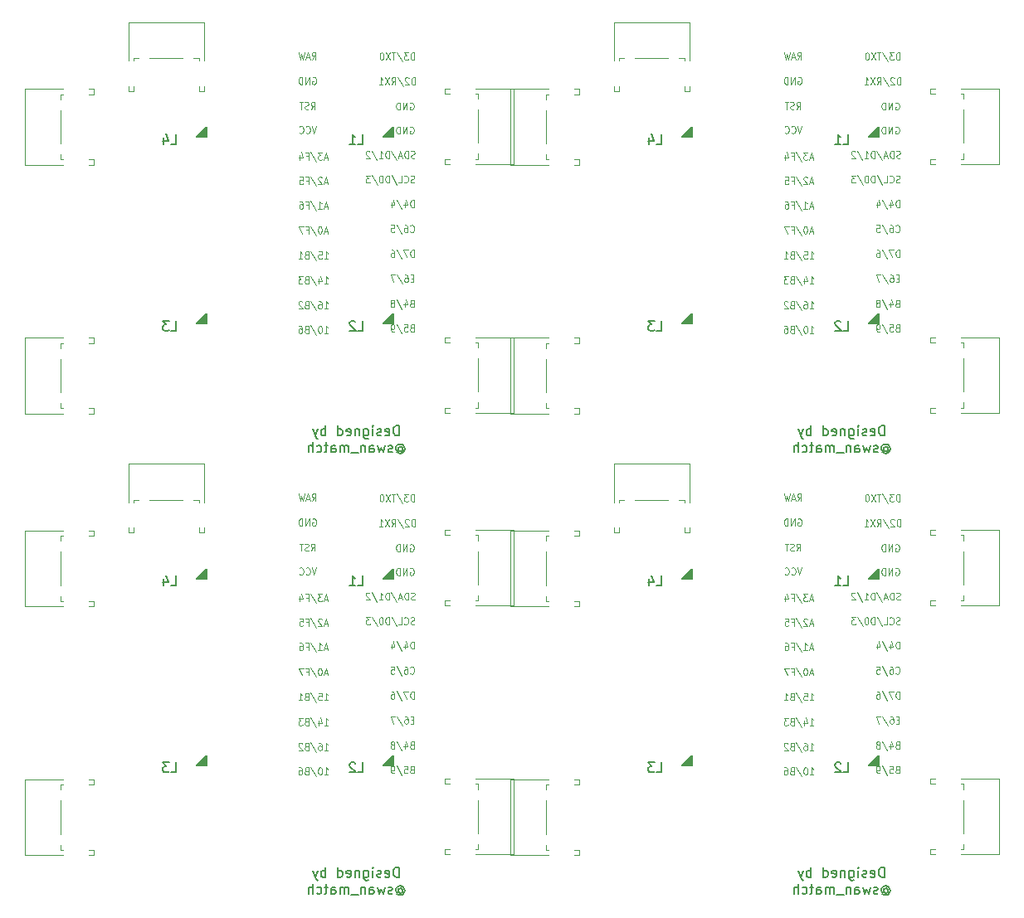
<source format=gbr>
G04 #@! TF.GenerationSoftware,KiCad,Pcbnew,5.1.5+dfsg1-2build2*
G04 #@! TF.CreationDate,2021-10-19T21:18:03+09:00*
G04 #@! TF.ProjectId,pcb,7063622e-6b69-4636-9164-5f7063625858,rev?*
G04 #@! TF.SameCoordinates,Original*
G04 #@! TF.FileFunction,Legend,Bot*
G04 #@! TF.FilePolarity,Positive*
%FSLAX46Y46*%
G04 Gerber Fmt 4.6, Leading zero omitted, Abs format (unit mm)*
G04 Created by KiCad (PCBNEW 5.1.5+dfsg1-2build2) date 2021-10-19 21:18:03*
%MOMM*%
%LPD*%
G04 APERTURE LIST*
%ADD10C,0.200000*%
%ADD11C,0.120000*%
%ADD12C,0.150000*%
%ADD13C,0.125000*%
G04 APERTURE END LIST*
D10*
X100853333Y-137905380D02*
X100853333Y-136905380D01*
X100615238Y-136905380D01*
X100472380Y-136953000D01*
X100377142Y-137048238D01*
X100329523Y-137143476D01*
X100281904Y-137333952D01*
X100281904Y-137476809D01*
X100329523Y-137667285D01*
X100377142Y-137762523D01*
X100472380Y-137857761D01*
X100615238Y-137905380D01*
X100853333Y-137905380D01*
X99472380Y-137857761D02*
X99567619Y-137905380D01*
X99758095Y-137905380D01*
X99853333Y-137857761D01*
X99900952Y-137762523D01*
X99900952Y-137381571D01*
X99853333Y-137286333D01*
X99758095Y-137238714D01*
X99567619Y-137238714D01*
X99472380Y-137286333D01*
X99424761Y-137381571D01*
X99424761Y-137476809D01*
X99900952Y-137572047D01*
X99043809Y-137857761D02*
X98948571Y-137905380D01*
X98758095Y-137905380D01*
X98662857Y-137857761D01*
X98615238Y-137762523D01*
X98615238Y-137714904D01*
X98662857Y-137619666D01*
X98758095Y-137572047D01*
X98900952Y-137572047D01*
X98996190Y-137524428D01*
X99043809Y-137429190D01*
X99043809Y-137381571D01*
X98996190Y-137286333D01*
X98900952Y-137238714D01*
X98758095Y-137238714D01*
X98662857Y-137286333D01*
X98186666Y-137905380D02*
X98186666Y-137238714D01*
X98186666Y-136905380D02*
X98234285Y-136953000D01*
X98186666Y-137000619D01*
X98139047Y-136953000D01*
X98186666Y-136905380D01*
X98186666Y-137000619D01*
X97281904Y-137238714D02*
X97281904Y-138048238D01*
X97329523Y-138143476D01*
X97377142Y-138191095D01*
X97472380Y-138238714D01*
X97615238Y-138238714D01*
X97710476Y-138191095D01*
X97281904Y-137857761D02*
X97377142Y-137905380D01*
X97567619Y-137905380D01*
X97662857Y-137857761D01*
X97710476Y-137810142D01*
X97758095Y-137714904D01*
X97758095Y-137429190D01*
X97710476Y-137333952D01*
X97662857Y-137286333D01*
X97567619Y-137238714D01*
X97377142Y-137238714D01*
X97281904Y-137286333D01*
X96805714Y-137238714D02*
X96805714Y-137905380D01*
X96805714Y-137333952D02*
X96758095Y-137286333D01*
X96662857Y-137238714D01*
X96520000Y-137238714D01*
X96424761Y-137286333D01*
X96377142Y-137381571D01*
X96377142Y-137905380D01*
X95520000Y-137857761D02*
X95615238Y-137905380D01*
X95805714Y-137905380D01*
X95900952Y-137857761D01*
X95948571Y-137762523D01*
X95948571Y-137381571D01*
X95900952Y-137286333D01*
X95805714Y-137238714D01*
X95615238Y-137238714D01*
X95520000Y-137286333D01*
X95472380Y-137381571D01*
X95472380Y-137476809D01*
X95948571Y-137572047D01*
X94615238Y-137905380D02*
X94615238Y-136905380D01*
X94615238Y-137857761D02*
X94710476Y-137905380D01*
X94900952Y-137905380D01*
X94996190Y-137857761D01*
X95043809Y-137810142D01*
X95091428Y-137714904D01*
X95091428Y-137429190D01*
X95043809Y-137333952D01*
X94996190Y-137286333D01*
X94900952Y-137238714D01*
X94710476Y-137238714D01*
X94615238Y-137286333D01*
X93377142Y-137905380D02*
X93377142Y-136905380D01*
X93377142Y-137286333D02*
X93281904Y-137238714D01*
X93091428Y-137238714D01*
X92996190Y-137286333D01*
X92948571Y-137333952D01*
X92900952Y-137429190D01*
X92900952Y-137714904D01*
X92948571Y-137810142D01*
X92996190Y-137857761D01*
X93091428Y-137905380D01*
X93281904Y-137905380D01*
X93377142Y-137857761D01*
X92567619Y-137238714D02*
X92329523Y-137905380D01*
X92091428Y-137238714D02*
X92329523Y-137905380D01*
X92424761Y-138143476D01*
X92472380Y-138191095D01*
X92567619Y-138238714D01*
X100805714Y-139129190D02*
X100853333Y-139081571D01*
X100948571Y-139033952D01*
X101043809Y-139033952D01*
X101139047Y-139081571D01*
X101186666Y-139129190D01*
X101234285Y-139224428D01*
X101234285Y-139319666D01*
X101186666Y-139414904D01*
X101139047Y-139462523D01*
X101043809Y-139510142D01*
X100948571Y-139510142D01*
X100853333Y-139462523D01*
X100805714Y-139414904D01*
X100805714Y-139033952D02*
X100805714Y-139414904D01*
X100758095Y-139462523D01*
X100710476Y-139462523D01*
X100615238Y-139414904D01*
X100567619Y-139319666D01*
X100567619Y-139081571D01*
X100662857Y-138938714D01*
X100805714Y-138843476D01*
X100996190Y-138795857D01*
X101186666Y-138843476D01*
X101329523Y-138938714D01*
X101424761Y-139081571D01*
X101472380Y-139272047D01*
X101424761Y-139462523D01*
X101329523Y-139605380D01*
X101186666Y-139700619D01*
X100996190Y-139748238D01*
X100805714Y-139700619D01*
X100662857Y-139605380D01*
X100186666Y-139557761D02*
X100091428Y-139605380D01*
X99900952Y-139605380D01*
X99805714Y-139557761D01*
X99758095Y-139462523D01*
X99758095Y-139414904D01*
X99805714Y-139319666D01*
X99900952Y-139272047D01*
X100043809Y-139272047D01*
X100139047Y-139224428D01*
X100186666Y-139129190D01*
X100186666Y-139081571D01*
X100139047Y-138986333D01*
X100043809Y-138938714D01*
X99900952Y-138938714D01*
X99805714Y-138986333D01*
X99424761Y-138938714D02*
X99234285Y-139605380D01*
X99043809Y-139129190D01*
X98853333Y-139605380D01*
X98662857Y-138938714D01*
X97853333Y-139605380D02*
X97853333Y-139081571D01*
X97900952Y-138986333D01*
X97996190Y-138938714D01*
X98186666Y-138938714D01*
X98281904Y-138986333D01*
X97853333Y-139557761D02*
X97948571Y-139605380D01*
X98186666Y-139605380D01*
X98281904Y-139557761D01*
X98329523Y-139462523D01*
X98329523Y-139367285D01*
X98281904Y-139272047D01*
X98186666Y-139224428D01*
X97948571Y-139224428D01*
X97853333Y-139176809D01*
X97377142Y-138938714D02*
X97377142Y-139605380D01*
X97377142Y-139033952D02*
X97329523Y-138986333D01*
X97234285Y-138938714D01*
X97091428Y-138938714D01*
X96996190Y-138986333D01*
X96948571Y-139081571D01*
X96948571Y-139605380D01*
X96710476Y-139700619D02*
X95948571Y-139700619D01*
X95710476Y-139605380D02*
X95710476Y-138938714D01*
X95710476Y-139033952D02*
X95662857Y-138986333D01*
X95567619Y-138938714D01*
X95424761Y-138938714D01*
X95329523Y-138986333D01*
X95281904Y-139081571D01*
X95281904Y-139605380D01*
X95281904Y-139081571D02*
X95234285Y-138986333D01*
X95139047Y-138938714D01*
X94996190Y-138938714D01*
X94900952Y-138986333D01*
X94853333Y-139081571D01*
X94853333Y-139605380D01*
X93948571Y-139605380D02*
X93948571Y-139081571D01*
X93996190Y-138986333D01*
X94091428Y-138938714D01*
X94281904Y-138938714D01*
X94377142Y-138986333D01*
X93948571Y-139557761D02*
X94043809Y-139605380D01*
X94281904Y-139605380D01*
X94377142Y-139557761D01*
X94424761Y-139462523D01*
X94424761Y-139367285D01*
X94377142Y-139272047D01*
X94281904Y-139224428D01*
X94043809Y-139224428D01*
X93948571Y-139176809D01*
X93615238Y-138938714D02*
X93234285Y-138938714D01*
X93472380Y-138605380D02*
X93472380Y-139462523D01*
X93424761Y-139557761D01*
X93329523Y-139605380D01*
X93234285Y-139605380D01*
X92472380Y-139557761D02*
X92567619Y-139605380D01*
X92758095Y-139605380D01*
X92853333Y-139557761D01*
X92900952Y-139510142D01*
X92948571Y-139414904D01*
X92948571Y-139129190D01*
X92900952Y-139033952D01*
X92853333Y-138986333D01*
X92758095Y-138938714D01*
X92567619Y-138938714D01*
X92472380Y-138986333D01*
X92043809Y-139605380D02*
X92043809Y-138605380D01*
X91615238Y-139605380D02*
X91615238Y-139081571D01*
X91662857Y-138986333D01*
X91758095Y-138938714D01*
X91900952Y-138938714D01*
X91996190Y-138986333D01*
X92043809Y-139033952D01*
X150383333Y-137905380D02*
X150383333Y-136905380D01*
X150145238Y-136905380D01*
X150002380Y-136953000D01*
X149907142Y-137048238D01*
X149859523Y-137143476D01*
X149811904Y-137333952D01*
X149811904Y-137476809D01*
X149859523Y-137667285D01*
X149907142Y-137762523D01*
X150002380Y-137857761D01*
X150145238Y-137905380D01*
X150383333Y-137905380D01*
X149002380Y-137857761D02*
X149097619Y-137905380D01*
X149288095Y-137905380D01*
X149383333Y-137857761D01*
X149430952Y-137762523D01*
X149430952Y-137381571D01*
X149383333Y-137286333D01*
X149288095Y-137238714D01*
X149097619Y-137238714D01*
X149002380Y-137286333D01*
X148954761Y-137381571D01*
X148954761Y-137476809D01*
X149430952Y-137572047D01*
X148573809Y-137857761D02*
X148478571Y-137905380D01*
X148288095Y-137905380D01*
X148192857Y-137857761D01*
X148145238Y-137762523D01*
X148145238Y-137714904D01*
X148192857Y-137619666D01*
X148288095Y-137572047D01*
X148430952Y-137572047D01*
X148526190Y-137524428D01*
X148573809Y-137429190D01*
X148573809Y-137381571D01*
X148526190Y-137286333D01*
X148430952Y-137238714D01*
X148288095Y-137238714D01*
X148192857Y-137286333D01*
X147716666Y-137905380D02*
X147716666Y-137238714D01*
X147716666Y-136905380D02*
X147764285Y-136953000D01*
X147716666Y-137000619D01*
X147669047Y-136953000D01*
X147716666Y-136905380D01*
X147716666Y-137000619D01*
X146811904Y-137238714D02*
X146811904Y-138048238D01*
X146859523Y-138143476D01*
X146907142Y-138191095D01*
X147002380Y-138238714D01*
X147145238Y-138238714D01*
X147240476Y-138191095D01*
X146811904Y-137857761D02*
X146907142Y-137905380D01*
X147097619Y-137905380D01*
X147192857Y-137857761D01*
X147240476Y-137810142D01*
X147288095Y-137714904D01*
X147288095Y-137429190D01*
X147240476Y-137333952D01*
X147192857Y-137286333D01*
X147097619Y-137238714D01*
X146907142Y-137238714D01*
X146811904Y-137286333D01*
X146335714Y-137238714D02*
X146335714Y-137905380D01*
X146335714Y-137333952D02*
X146288095Y-137286333D01*
X146192857Y-137238714D01*
X146050000Y-137238714D01*
X145954761Y-137286333D01*
X145907142Y-137381571D01*
X145907142Y-137905380D01*
X145050000Y-137857761D02*
X145145238Y-137905380D01*
X145335714Y-137905380D01*
X145430952Y-137857761D01*
X145478571Y-137762523D01*
X145478571Y-137381571D01*
X145430952Y-137286333D01*
X145335714Y-137238714D01*
X145145238Y-137238714D01*
X145050000Y-137286333D01*
X145002380Y-137381571D01*
X145002380Y-137476809D01*
X145478571Y-137572047D01*
X144145238Y-137905380D02*
X144145238Y-136905380D01*
X144145238Y-137857761D02*
X144240476Y-137905380D01*
X144430952Y-137905380D01*
X144526190Y-137857761D01*
X144573809Y-137810142D01*
X144621428Y-137714904D01*
X144621428Y-137429190D01*
X144573809Y-137333952D01*
X144526190Y-137286333D01*
X144430952Y-137238714D01*
X144240476Y-137238714D01*
X144145238Y-137286333D01*
X142907142Y-137905380D02*
X142907142Y-136905380D01*
X142907142Y-137286333D02*
X142811904Y-137238714D01*
X142621428Y-137238714D01*
X142526190Y-137286333D01*
X142478571Y-137333952D01*
X142430952Y-137429190D01*
X142430952Y-137714904D01*
X142478571Y-137810142D01*
X142526190Y-137857761D01*
X142621428Y-137905380D01*
X142811904Y-137905380D01*
X142907142Y-137857761D01*
X142097619Y-137238714D02*
X141859523Y-137905380D01*
X141621428Y-137238714D02*
X141859523Y-137905380D01*
X141954761Y-138143476D01*
X142002380Y-138191095D01*
X142097619Y-138238714D01*
X150335714Y-139129190D02*
X150383333Y-139081571D01*
X150478571Y-139033952D01*
X150573809Y-139033952D01*
X150669047Y-139081571D01*
X150716666Y-139129190D01*
X150764285Y-139224428D01*
X150764285Y-139319666D01*
X150716666Y-139414904D01*
X150669047Y-139462523D01*
X150573809Y-139510142D01*
X150478571Y-139510142D01*
X150383333Y-139462523D01*
X150335714Y-139414904D01*
X150335714Y-139033952D02*
X150335714Y-139414904D01*
X150288095Y-139462523D01*
X150240476Y-139462523D01*
X150145238Y-139414904D01*
X150097619Y-139319666D01*
X150097619Y-139081571D01*
X150192857Y-138938714D01*
X150335714Y-138843476D01*
X150526190Y-138795857D01*
X150716666Y-138843476D01*
X150859523Y-138938714D01*
X150954761Y-139081571D01*
X151002380Y-139272047D01*
X150954761Y-139462523D01*
X150859523Y-139605380D01*
X150716666Y-139700619D01*
X150526190Y-139748238D01*
X150335714Y-139700619D01*
X150192857Y-139605380D01*
X149716666Y-139557761D02*
X149621428Y-139605380D01*
X149430952Y-139605380D01*
X149335714Y-139557761D01*
X149288095Y-139462523D01*
X149288095Y-139414904D01*
X149335714Y-139319666D01*
X149430952Y-139272047D01*
X149573809Y-139272047D01*
X149669047Y-139224428D01*
X149716666Y-139129190D01*
X149716666Y-139081571D01*
X149669047Y-138986333D01*
X149573809Y-138938714D01*
X149430952Y-138938714D01*
X149335714Y-138986333D01*
X148954761Y-138938714D02*
X148764285Y-139605380D01*
X148573809Y-139129190D01*
X148383333Y-139605380D01*
X148192857Y-138938714D01*
X147383333Y-139605380D02*
X147383333Y-139081571D01*
X147430952Y-138986333D01*
X147526190Y-138938714D01*
X147716666Y-138938714D01*
X147811904Y-138986333D01*
X147383333Y-139557761D02*
X147478571Y-139605380D01*
X147716666Y-139605380D01*
X147811904Y-139557761D01*
X147859523Y-139462523D01*
X147859523Y-139367285D01*
X147811904Y-139272047D01*
X147716666Y-139224428D01*
X147478571Y-139224428D01*
X147383333Y-139176809D01*
X146907142Y-138938714D02*
X146907142Y-139605380D01*
X146907142Y-139033952D02*
X146859523Y-138986333D01*
X146764285Y-138938714D01*
X146621428Y-138938714D01*
X146526190Y-138986333D01*
X146478571Y-139081571D01*
X146478571Y-139605380D01*
X146240476Y-139700619D02*
X145478571Y-139700619D01*
X145240476Y-139605380D02*
X145240476Y-138938714D01*
X145240476Y-139033952D02*
X145192857Y-138986333D01*
X145097619Y-138938714D01*
X144954761Y-138938714D01*
X144859523Y-138986333D01*
X144811904Y-139081571D01*
X144811904Y-139605380D01*
X144811904Y-139081571D02*
X144764285Y-138986333D01*
X144669047Y-138938714D01*
X144526190Y-138938714D01*
X144430952Y-138986333D01*
X144383333Y-139081571D01*
X144383333Y-139605380D01*
X143478571Y-139605380D02*
X143478571Y-139081571D01*
X143526190Y-138986333D01*
X143621428Y-138938714D01*
X143811904Y-138938714D01*
X143907142Y-138986333D01*
X143478571Y-139557761D02*
X143573809Y-139605380D01*
X143811904Y-139605380D01*
X143907142Y-139557761D01*
X143954761Y-139462523D01*
X143954761Y-139367285D01*
X143907142Y-139272047D01*
X143811904Y-139224428D01*
X143573809Y-139224428D01*
X143478571Y-139176809D01*
X143145238Y-138938714D02*
X142764285Y-138938714D01*
X143002380Y-138605380D02*
X143002380Y-139462523D01*
X142954761Y-139557761D01*
X142859523Y-139605380D01*
X142764285Y-139605380D01*
X142002380Y-139557761D02*
X142097619Y-139605380D01*
X142288095Y-139605380D01*
X142383333Y-139557761D01*
X142430952Y-139510142D01*
X142478571Y-139414904D01*
X142478571Y-139129190D01*
X142430952Y-139033952D01*
X142383333Y-138986333D01*
X142288095Y-138938714D01*
X142097619Y-138938714D01*
X142002380Y-138986333D01*
X141573809Y-139605380D02*
X141573809Y-138605380D01*
X141145238Y-139605380D02*
X141145238Y-139081571D01*
X141192857Y-138986333D01*
X141288095Y-138938714D01*
X141430952Y-138938714D01*
X141526190Y-138986333D01*
X141573809Y-139033952D01*
X150383333Y-92820380D02*
X150383333Y-91820380D01*
X150145238Y-91820380D01*
X150002380Y-91868000D01*
X149907142Y-91963238D01*
X149859523Y-92058476D01*
X149811904Y-92248952D01*
X149811904Y-92391809D01*
X149859523Y-92582285D01*
X149907142Y-92677523D01*
X150002380Y-92772761D01*
X150145238Y-92820380D01*
X150383333Y-92820380D01*
X149002380Y-92772761D02*
X149097619Y-92820380D01*
X149288095Y-92820380D01*
X149383333Y-92772761D01*
X149430952Y-92677523D01*
X149430952Y-92296571D01*
X149383333Y-92201333D01*
X149288095Y-92153714D01*
X149097619Y-92153714D01*
X149002380Y-92201333D01*
X148954761Y-92296571D01*
X148954761Y-92391809D01*
X149430952Y-92487047D01*
X148573809Y-92772761D02*
X148478571Y-92820380D01*
X148288095Y-92820380D01*
X148192857Y-92772761D01*
X148145238Y-92677523D01*
X148145238Y-92629904D01*
X148192857Y-92534666D01*
X148288095Y-92487047D01*
X148430952Y-92487047D01*
X148526190Y-92439428D01*
X148573809Y-92344190D01*
X148573809Y-92296571D01*
X148526190Y-92201333D01*
X148430952Y-92153714D01*
X148288095Y-92153714D01*
X148192857Y-92201333D01*
X147716666Y-92820380D02*
X147716666Y-92153714D01*
X147716666Y-91820380D02*
X147764285Y-91868000D01*
X147716666Y-91915619D01*
X147669047Y-91868000D01*
X147716666Y-91820380D01*
X147716666Y-91915619D01*
X146811904Y-92153714D02*
X146811904Y-92963238D01*
X146859523Y-93058476D01*
X146907142Y-93106095D01*
X147002380Y-93153714D01*
X147145238Y-93153714D01*
X147240476Y-93106095D01*
X146811904Y-92772761D02*
X146907142Y-92820380D01*
X147097619Y-92820380D01*
X147192857Y-92772761D01*
X147240476Y-92725142D01*
X147288095Y-92629904D01*
X147288095Y-92344190D01*
X147240476Y-92248952D01*
X147192857Y-92201333D01*
X147097619Y-92153714D01*
X146907142Y-92153714D01*
X146811904Y-92201333D01*
X146335714Y-92153714D02*
X146335714Y-92820380D01*
X146335714Y-92248952D02*
X146288095Y-92201333D01*
X146192857Y-92153714D01*
X146050000Y-92153714D01*
X145954761Y-92201333D01*
X145907142Y-92296571D01*
X145907142Y-92820380D01*
X145050000Y-92772761D02*
X145145238Y-92820380D01*
X145335714Y-92820380D01*
X145430952Y-92772761D01*
X145478571Y-92677523D01*
X145478571Y-92296571D01*
X145430952Y-92201333D01*
X145335714Y-92153714D01*
X145145238Y-92153714D01*
X145050000Y-92201333D01*
X145002380Y-92296571D01*
X145002380Y-92391809D01*
X145478571Y-92487047D01*
X144145238Y-92820380D02*
X144145238Y-91820380D01*
X144145238Y-92772761D02*
X144240476Y-92820380D01*
X144430952Y-92820380D01*
X144526190Y-92772761D01*
X144573809Y-92725142D01*
X144621428Y-92629904D01*
X144621428Y-92344190D01*
X144573809Y-92248952D01*
X144526190Y-92201333D01*
X144430952Y-92153714D01*
X144240476Y-92153714D01*
X144145238Y-92201333D01*
X142907142Y-92820380D02*
X142907142Y-91820380D01*
X142907142Y-92201333D02*
X142811904Y-92153714D01*
X142621428Y-92153714D01*
X142526190Y-92201333D01*
X142478571Y-92248952D01*
X142430952Y-92344190D01*
X142430952Y-92629904D01*
X142478571Y-92725142D01*
X142526190Y-92772761D01*
X142621428Y-92820380D01*
X142811904Y-92820380D01*
X142907142Y-92772761D01*
X142097619Y-92153714D02*
X141859523Y-92820380D01*
X141621428Y-92153714D02*
X141859523Y-92820380D01*
X141954761Y-93058476D01*
X142002380Y-93106095D01*
X142097619Y-93153714D01*
X150335714Y-94044190D02*
X150383333Y-93996571D01*
X150478571Y-93948952D01*
X150573809Y-93948952D01*
X150669047Y-93996571D01*
X150716666Y-94044190D01*
X150764285Y-94139428D01*
X150764285Y-94234666D01*
X150716666Y-94329904D01*
X150669047Y-94377523D01*
X150573809Y-94425142D01*
X150478571Y-94425142D01*
X150383333Y-94377523D01*
X150335714Y-94329904D01*
X150335714Y-93948952D02*
X150335714Y-94329904D01*
X150288095Y-94377523D01*
X150240476Y-94377523D01*
X150145238Y-94329904D01*
X150097619Y-94234666D01*
X150097619Y-93996571D01*
X150192857Y-93853714D01*
X150335714Y-93758476D01*
X150526190Y-93710857D01*
X150716666Y-93758476D01*
X150859523Y-93853714D01*
X150954761Y-93996571D01*
X151002380Y-94187047D01*
X150954761Y-94377523D01*
X150859523Y-94520380D01*
X150716666Y-94615619D01*
X150526190Y-94663238D01*
X150335714Y-94615619D01*
X150192857Y-94520380D01*
X149716666Y-94472761D02*
X149621428Y-94520380D01*
X149430952Y-94520380D01*
X149335714Y-94472761D01*
X149288095Y-94377523D01*
X149288095Y-94329904D01*
X149335714Y-94234666D01*
X149430952Y-94187047D01*
X149573809Y-94187047D01*
X149669047Y-94139428D01*
X149716666Y-94044190D01*
X149716666Y-93996571D01*
X149669047Y-93901333D01*
X149573809Y-93853714D01*
X149430952Y-93853714D01*
X149335714Y-93901333D01*
X148954761Y-93853714D02*
X148764285Y-94520380D01*
X148573809Y-94044190D01*
X148383333Y-94520380D01*
X148192857Y-93853714D01*
X147383333Y-94520380D02*
X147383333Y-93996571D01*
X147430952Y-93901333D01*
X147526190Y-93853714D01*
X147716666Y-93853714D01*
X147811904Y-93901333D01*
X147383333Y-94472761D02*
X147478571Y-94520380D01*
X147716666Y-94520380D01*
X147811904Y-94472761D01*
X147859523Y-94377523D01*
X147859523Y-94282285D01*
X147811904Y-94187047D01*
X147716666Y-94139428D01*
X147478571Y-94139428D01*
X147383333Y-94091809D01*
X146907142Y-93853714D02*
X146907142Y-94520380D01*
X146907142Y-93948952D02*
X146859523Y-93901333D01*
X146764285Y-93853714D01*
X146621428Y-93853714D01*
X146526190Y-93901333D01*
X146478571Y-93996571D01*
X146478571Y-94520380D01*
X146240476Y-94615619D02*
X145478571Y-94615619D01*
X145240476Y-94520380D02*
X145240476Y-93853714D01*
X145240476Y-93948952D02*
X145192857Y-93901333D01*
X145097619Y-93853714D01*
X144954761Y-93853714D01*
X144859523Y-93901333D01*
X144811904Y-93996571D01*
X144811904Y-94520380D01*
X144811904Y-93996571D02*
X144764285Y-93901333D01*
X144669047Y-93853714D01*
X144526190Y-93853714D01*
X144430952Y-93901333D01*
X144383333Y-93996571D01*
X144383333Y-94520380D01*
X143478571Y-94520380D02*
X143478571Y-93996571D01*
X143526190Y-93901333D01*
X143621428Y-93853714D01*
X143811904Y-93853714D01*
X143907142Y-93901333D01*
X143478571Y-94472761D02*
X143573809Y-94520380D01*
X143811904Y-94520380D01*
X143907142Y-94472761D01*
X143954761Y-94377523D01*
X143954761Y-94282285D01*
X143907142Y-94187047D01*
X143811904Y-94139428D01*
X143573809Y-94139428D01*
X143478571Y-94091809D01*
X143145238Y-93853714D02*
X142764285Y-93853714D01*
X143002380Y-93520380D02*
X143002380Y-94377523D01*
X142954761Y-94472761D01*
X142859523Y-94520380D01*
X142764285Y-94520380D01*
X142002380Y-94472761D02*
X142097619Y-94520380D01*
X142288095Y-94520380D01*
X142383333Y-94472761D01*
X142430952Y-94425142D01*
X142478571Y-94329904D01*
X142478571Y-94044190D01*
X142430952Y-93948952D01*
X142383333Y-93901333D01*
X142288095Y-93853714D01*
X142097619Y-93853714D01*
X142002380Y-93901333D01*
X141573809Y-94520380D02*
X141573809Y-93520380D01*
X141145238Y-94520380D02*
X141145238Y-93996571D01*
X141192857Y-93901333D01*
X141288095Y-93853714D01*
X141430952Y-93853714D01*
X141526190Y-93901333D01*
X141573809Y-93948952D01*
X100853333Y-92820380D02*
X100853333Y-91820380D01*
X100615238Y-91820380D01*
X100472380Y-91868000D01*
X100377142Y-91963238D01*
X100329523Y-92058476D01*
X100281904Y-92248952D01*
X100281904Y-92391809D01*
X100329523Y-92582285D01*
X100377142Y-92677523D01*
X100472380Y-92772761D01*
X100615238Y-92820380D01*
X100853333Y-92820380D01*
X99472380Y-92772761D02*
X99567619Y-92820380D01*
X99758095Y-92820380D01*
X99853333Y-92772761D01*
X99900952Y-92677523D01*
X99900952Y-92296571D01*
X99853333Y-92201333D01*
X99758095Y-92153714D01*
X99567619Y-92153714D01*
X99472380Y-92201333D01*
X99424761Y-92296571D01*
X99424761Y-92391809D01*
X99900952Y-92487047D01*
X99043809Y-92772761D02*
X98948571Y-92820380D01*
X98758095Y-92820380D01*
X98662857Y-92772761D01*
X98615238Y-92677523D01*
X98615238Y-92629904D01*
X98662857Y-92534666D01*
X98758095Y-92487047D01*
X98900952Y-92487047D01*
X98996190Y-92439428D01*
X99043809Y-92344190D01*
X99043809Y-92296571D01*
X98996190Y-92201333D01*
X98900952Y-92153714D01*
X98758095Y-92153714D01*
X98662857Y-92201333D01*
X98186666Y-92820380D02*
X98186666Y-92153714D01*
X98186666Y-91820380D02*
X98234285Y-91868000D01*
X98186666Y-91915619D01*
X98139047Y-91868000D01*
X98186666Y-91820380D01*
X98186666Y-91915619D01*
X97281904Y-92153714D02*
X97281904Y-92963238D01*
X97329523Y-93058476D01*
X97377142Y-93106095D01*
X97472380Y-93153714D01*
X97615238Y-93153714D01*
X97710476Y-93106095D01*
X97281904Y-92772761D02*
X97377142Y-92820380D01*
X97567619Y-92820380D01*
X97662857Y-92772761D01*
X97710476Y-92725142D01*
X97758095Y-92629904D01*
X97758095Y-92344190D01*
X97710476Y-92248952D01*
X97662857Y-92201333D01*
X97567619Y-92153714D01*
X97377142Y-92153714D01*
X97281904Y-92201333D01*
X96805714Y-92153714D02*
X96805714Y-92820380D01*
X96805714Y-92248952D02*
X96758095Y-92201333D01*
X96662857Y-92153714D01*
X96520000Y-92153714D01*
X96424761Y-92201333D01*
X96377142Y-92296571D01*
X96377142Y-92820380D01*
X95520000Y-92772761D02*
X95615238Y-92820380D01*
X95805714Y-92820380D01*
X95900952Y-92772761D01*
X95948571Y-92677523D01*
X95948571Y-92296571D01*
X95900952Y-92201333D01*
X95805714Y-92153714D01*
X95615238Y-92153714D01*
X95520000Y-92201333D01*
X95472380Y-92296571D01*
X95472380Y-92391809D01*
X95948571Y-92487047D01*
X94615238Y-92820380D02*
X94615238Y-91820380D01*
X94615238Y-92772761D02*
X94710476Y-92820380D01*
X94900952Y-92820380D01*
X94996190Y-92772761D01*
X95043809Y-92725142D01*
X95091428Y-92629904D01*
X95091428Y-92344190D01*
X95043809Y-92248952D01*
X94996190Y-92201333D01*
X94900952Y-92153714D01*
X94710476Y-92153714D01*
X94615238Y-92201333D01*
X93377142Y-92820380D02*
X93377142Y-91820380D01*
X93377142Y-92201333D02*
X93281904Y-92153714D01*
X93091428Y-92153714D01*
X92996190Y-92201333D01*
X92948571Y-92248952D01*
X92900952Y-92344190D01*
X92900952Y-92629904D01*
X92948571Y-92725142D01*
X92996190Y-92772761D01*
X93091428Y-92820380D01*
X93281904Y-92820380D01*
X93377142Y-92772761D01*
X92567619Y-92153714D02*
X92329523Y-92820380D01*
X92091428Y-92153714D02*
X92329523Y-92820380D01*
X92424761Y-93058476D01*
X92472380Y-93106095D01*
X92567619Y-93153714D01*
X100805714Y-94044190D02*
X100853333Y-93996571D01*
X100948571Y-93948952D01*
X101043809Y-93948952D01*
X101139047Y-93996571D01*
X101186666Y-94044190D01*
X101234285Y-94139428D01*
X101234285Y-94234666D01*
X101186666Y-94329904D01*
X101139047Y-94377523D01*
X101043809Y-94425142D01*
X100948571Y-94425142D01*
X100853333Y-94377523D01*
X100805714Y-94329904D01*
X100805714Y-93948952D02*
X100805714Y-94329904D01*
X100758095Y-94377523D01*
X100710476Y-94377523D01*
X100615238Y-94329904D01*
X100567619Y-94234666D01*
X100567619Y-93996571D01*
X100662857Y-93853714D01*
X100805714Y-93758476D01*
X100996190Y-93710857D01*
X101186666Y-93758476D01*
X101329523Y-93853714D01*
X101424761Y-93996571D01*
X101472380Y-94187047D01*
X101424761Y-94377523D01*
X101329523Y-94520380D01*
X101186666Y-94615619D01*
X100996190Y-94663238D01*
X100805714Y-94615619D01*
X100662857Y-94520380D01*
X100186666Y-94472761D02*
X100091428Y-94520380D01*
X99900952Y-94520380D01*
X99805714Y-94472761D01*
X99758095Y-94377523D01*
X99758095Y-94329904D01*
X99805714Y-94234666D01*
X99900952Y-94187047D01*
X100043809Y-94187047D01*
X100139047Y-94139428D01*
X100186666Y-94044190D01*
X100186666Y-93996571D01*
X100139047Y-93901333D01*
X100043809Y-93853714D01*
X99900952Y-93853714D01*
X99805714Y-93901333D01*
X99424761Y-93853714D02*
X99234285Y-94520380D01*
X99043809Y-94044190D01*
X98853333Y-94520380D01*
X98662857Y-93853714D01*
X97853333Y-94520380D02*
X97853333Y-93996571D01*
X97900952Y-93901333D01*
X97996190Y-93853714D01*
X98186666Y-93853714D01*
X98281904Y-93901333D01*
X97853333Y-94472761D02*
X97948571Y-94520380D01*
X98186666Y-94520380D01*
X98281904Y-94472761D01*
X98329523Y-94377523D01*
X98329523Y-94282285D01*
X98281904Y-94187047D01*
X98186666Y-94139428D01*
X97948571Y-94139428D01*
X97853333Y-94091809D01*
X97377142Y-93853714D02*
X97377142Y-94520380D01*
X97377142Y-93948952D02*
X97329523Y-93901333D01*
X97234285Y-93853714D01*
X97091428Y-93853714D01*
X96996190Y-93901333D01*
X96948571Y-93996571D01*
X96948571Y-94520380D01*
X96710476Y-94615619D02*
X95948571Y-94615619D01*
X95710476Y-94520380D02*
X95710476Y-93853714D01*
X95710476Y-93948952D02*
X95662857Y-93901333D01*
X95567619Y-93853714D01*
X95424761Y-93853714D01*
X95329523Y-93901333D01*
X95281904Y-93996571D01*
X95281904Y-94520380D01*
X95281904Y-93996571D02*
X95234285Y-93901333D01*
X95139047Y-93853714D01*
X94996190Y-93853714D01*
X94900952Y-93901333D01*
X94853333Y-93996571D01*
X94853333Y-94520380D01*
X93948571Y-94520380D02*
X93948571Y-93996571D01*
X93996190Y-93901333D01*
X94091428Y-93853714D01*
X94281904Y-93853714D01*
X94377142Y-93901333D01*
X93948571Y-94472761D02*
X94043809Y-94520380D01*
X94281904Y-94520380D01*
X94377142Y-94472761D01*
X94424761Y-94377523D01*
X94424761Y-94282285D01*
X94377142Y-94187047D01*
X94281904Y-94139428D01*
X94043809Y-94139428D01*
X93948571Y-94091809D01*
X93615238Y-93853714D02*
X93234285Y-93853714D01*
X93472380Y-93520380D02*
X93472380Y-94377523D01*
X93424761Y-94472761D01*
X93329523Y-94520380D01*
X93234285Y-94520380D01*
X92472380Y-94472761D02*
X92567619Y-94520380D01*
X92758095Y-94520380D01*
X92853333Y-94472761D01*
X92900952Y-94425142D01*
X92948571Y-94329904D01*
X92948571Y-94044190D01*
X92900952Y-93948952D01*
X92853333Y-93901333D01*
X92758095Y-93853714D01*
X92567619Y-93853714D01*
X92472380Y-93901333D01*
X92043809Y-94520380D02*
X92043809Y-93520380D01*
X91615238Y-94520380D02*
X91615238Y-93996571D01*
X91662857Y-93901333D01*
X91758095Y-93853714D01*
X91900952Y-93853714D01*
X91996190Y-93901333D01*
X92043809Y-93948952D01*
D11*
X115905000Y-128450000D02*
X116135000Y-128450000D01*
X112235000Y-127930000D02*
X112235000Y-135650000D01*
X112235000Y-135650000D02*
X116135000Y-135650000D01*
X119245000Y-127930000D02*
X119245000Y-128450000D01*
X112235000Y-127930000D02*
X116135000Y-127930000D01*
X115905000Y-135130000D02*
X116135000Y-135130000D01*
X118735000Y-128450000D02*
X119245000Y-128450000D01*
X118735000Y-127930000D02*
X119245000Y-127930000D01*
X115905000Y-134590000D02*
X115905000Y-135130000D01*
X118735000Y-135130000D02*
X119245000Y-135130000D01*
X119245000Y-135130000D02*
X119245000Y-135650000D01*
X118735000Y-135650000D02*
X119245000Y-135650000D01*
X115905000Y-128450000D02*
X115905000Y-128990000D01*
X115905000Y-130090000D02*
X115905000Y-133490000D01*
X158415000Y-135075000D02*
X158185000Y-135075000D01*
X162085000Y-135595000D02*
X162085000Y-127875000D01*
X162085000Y-127875000D02*
X158185000Y-127875000D01*
X155075000Y-135595000D02*
X155075000Y-135075000D01*
X162085000Y-135595000D02*
X158185000Y-135595000D01*
X158415000Y-128395000D02*
X158185000Y-128395000D01*
X155585000Y-135075000D02*
X155075000Y-135075000D01*
X155585000Y-135595000D02*
X155075000Y-135595000D01*
X158415000Y-128935000D02*
X158415000Y-128395000D01*
X155585000Y-128395000D02*
X155075000Y-128395000D01*
X155075000Y-128395000D02*
X155075000Y-127875000D01*
X155585000Y-127875000D02*
X155075000Y-127875000D01*
X158415000Y-135075000D02*
X158415000Y-134535000D01*
X158415000Y-133435000D02*
X158415000Y-130035000D01*
D12*
G36*
X130810000Y-106426000D02*
G01*
X129794000Y-107442000D01*
X130810000Y-107442000D01*
X130810000Y-106426000D01*
G37*
X130810000Y-106426000D02*
X129794000Y-107442000D01*
X130810000Y-107442000D01*
X130810000Y-106426000D01*
D11*
X128355000Y-99395000D02*
X124955000Y-99395000D01*
X129995000Y-99395000D02*
X129455000Y-99395000D01*
X122795000Y-102225000D02*
X122795000Y-102735000D01*
X123315000Y-102735000D02*
X122795000Y-102735000D01*
X123315000Y-102225000D02*
X123315000Y-102735000D01*
X123855000Y-99395000D02*
X123315000Y-99395000D01*
X130515000Y-102225000D02*
X130515000Y-102735000D01*
X129995000Y-102225000D02*
X129995000Y-102735000D01*
X123315000Y-99395000D02*
X123315000Y-99625000D01*
X130515000Y-95725000D02*
X130515000Y-99625000D01*
X130515000Y-102735000D02*
X129995000Y-102735000D01*
X122795000Y-95725000D02*
X122795000Y-99625000D01*
X130515000Y-95725000D02*
X122795000Y-95725000D01*
X129995000Y-99395000D02*
X129995000Y-99625000D01*
D12*
G36*
X149860000Y-125476000D02*
G01*
X148844000Y-126492000D01*
X149860000Y-126492000D01*
X149860000Y-125476000D01*
G37*
X149860000Y-125476000D02*
X148844000Y-126492000D01*
X149860000Y-126492000D01*
X149860000Y-125476000D01*
G36*
X130810000Y-125476000D02*
G01*
X129794000Y-126492000D01*
X130810000Y-126492000D01*
X130810000Y-125476000D01*
G37*
X130810000Y-125476000D02*
X129794000Y-126492000D01*
X130810000Y-126492000D01*
X130810000Y-125476000D01*
D11*
X115905000Y-104690000D02*
X115905000Y-108090000D01*
X115905000Y-103050000D02*
X115905000Y-103590000D01*
X118735000Y-110250000D02*
X119245000Y-110250000D01*
X119245000Y-109730000D02*
X119245000Y-110250000D01*
X118735000Y-109730000D02*
X119245000Y-109730000D01*
X115905000Y-109190000D02*
X115905000Y-109730000D01*
X118735000Y-102530000D02*
X119245000Y-102530000D01*
X118735000Y-103050000D02*
X119245000Y-103050000D01*
X115905000Y-109730000D02*
X116135000Y-109730000D01*
X112235000Y-102530000D02*
X116135000Y-102530000D01*
X119245000Y-102530000D02*
X119245000Y-103050000D01*
X112235000Y-110250000D02*
X116135000Y-110250000D01*
X112235000Y-102530000D02*
X112235000Y-110250000D01*
X115905000Y-103050000D02*
X116135000Y-103050000D01*
X158415000Y-109675000D02*
X158185000Y-109675000D01*
X162085000Y-110195000D02*
X162085000Y-102475000D01*
X162085000Y-102475000D02*
X158185000Y-102475000D01*
X155075000Y-110195000D02*
X155075000Y-109675000D01*
X162085000Y-110195000D02*
X158185000Y-110195000D01*
X158415000Y-102995000D02*
X158185000Y-102995000D01*
X155585000Y-109675000D02*
X155075000Y-109675000D01*
X155585000Y-110195000D02*
X155075000Y-110195000D01*
X158415000Y-103535000D02*
X158415000Y-102995000D01*
X155585000Y-102995000D02*
X155075000Y-102995000D01*
X155075000Y-102995000D02*
X155075000Y-102475000D01*
X155585000Y-102475000D02*
X155075000Y-102475000D01*
X158415000Y-109675000D02*
X158415000Y-109135000D01*
X158415000Y-108035000D02*
X158415000Y-104635000D01*
D12*
G36*
X149860000Y-106426000D02*
G01*
X148844000Y-107442000D01*
X149860000Y-107442000D01*
X149860000Y-106426000D01*
G37*
X149860000Y-106426000D02*
X148844000Y-107442000D01*
X149860000Y-107442000D01*
X149860000Y-106426000D01*
G36*
X81280000Y-125476000D02*
G01*
X80264000Y-126492000D01*
X81280000Y-126492000D01*
X81280000Y-125476000D01*
G37*
X81280000Y-125476000D02*
X80264000Y-126492000D01*
X81280000Y-126492000D01*
X81280000Y-125476000D01*
D11*
X108885000Y-108035000D02*
X108885000Y-104635000D01*
X108885000Y-109675000D02*
X108885000Y-109135000D01*
X106055000Y-102475000D02*
X105545000Y-102475000D01*
X105545000Y-102995000D02*
X105545000Y-102475000D01*
X106055000Y-102995000D02*
X105545000Y-102995000D01*
X108885000Y-103535000D02*
X108885000Y-102995000D01*
X106055000Y-110195000D02*
X105545000Y-110195000D01*
X106055000Y-109675000D02*
X105545000Y-109675000D01*
X108885000Y-102995000D02*
X108655000Y-102995000D01*
X112555000Y-110195000D02*
X108655000Y-110195000D01*
X105545000Y-110195000D02*
X105545000Y-109675000D01*
X112555000Y-102475000D02*
X108655000Y-102475000D01*
X112555000Y-110195000D02*
X112555000Y-102475000D01*
X108885000Y-109675000D02*
X108655000Y-109675000D01*
X66375000Y-103050000D02*
X66605000Y-103050000D01*
X62705000Y-102530000D02*
X62705000Y-110250000D01*
X62705000Y-110250000D02*
X66605000Y-110250000D01*
X69715000Y-102530000D02*
X69715000Y-103050000D01*
X62705000Y-102530000D02*
X66605000Y-102530000D01*
X66375000Y-109730000D02*
X66605000Y-109730000D01*
X69205000Y-103050000D02*
X69715000Y-103050000D01*
X69205000Y-102530000D02*
X69715000Y-102530000D01*
X66375000Y-109190000D02*
X66375000Y-109730000D01*
X69205000Y-109730000D02*
X69715000Y-109730000D01*
X69715000Y-109730000D02*
X69715000Y-110250000D01*
X69205000Y-110250000D02*
X69715000Y-110250000D01*
X66375000Y-103050000D02*
X66375000Y-103590000D01*
X66375000Y-104690000D02*
X66375000Y-108090000D01*
D12*
G36*
X100330000Y-106426000D02*
G01*
X99314000Y-107442000D01*
X100330000Y-107442000D01*
X100330000Y-106426000D01*
G37*
X100330000Y-106426000D02*
X99314000Y-107442000D01*
X100330000Y-107442000D01*
X100330000Y-106426000D01*
D11*
X66375000Y-130090000D02*
X66375000Y-133490000D01*
X66375000Y-128450000D02*
X66375000Y-128990000D01*
X69205000Y-135650000D02*
X69715000Y-135650000D01*
X69715000Y-135130000D02*
X69715000Y-135650000D01*
X69205000Y-135130000D02*
X69715000Y-135130000D01*
X66375000Y-134590000D02*
X66375000Y-135130000D01*
X69205000Y-127930000D02*
X69715000Y-127930000D01*
X69205000Y-128450000D02*
X69715000Y-128450000D01*
X66375000Y-135130000D02*
X66605000Y-135130000D01*
X62705000Y-127930000D02*
X66605000Y-127930000D01*
X69715000Y-127930000D02*
X69715000Y-128450000D01*
X62705000Y-135650000D02*
X66605000Y-135650000D01*
X62705000Y-127930000D02*
X62705000Y-135650000D01*
X66375000Y-128450000D02*
X66605000Y-128450000D01*
X108885000Y-133435000D02*
X108885000Y-130035000D01*
X108885000Y-135075000D02*
X108885000Y-134535000D01*
X106055000Y-127875000D02*
X105545000Y-127875000D01*
X105545000Y-128395000D02*
X105545000Y-127875000D01*
X106055000Y-128395000D02*
X105545000Y-128395000D01*
X108885000Y-128935000D02*
X108885000Y-128395000D01*
X106055000Y-135595000D02*
X105545000Y-135595000D01*
X106055000Y-135075000D02*
X105545000Y-135075000D01*
X108885000Y-128395000D02*
X108655000Y-128395000D01*
X112555000Y-135595000D02*
X108655000Y-135595000D01*
X105545000Y-135595000D02*
X105545000Y-135075000D01*
X112555000Y-127875000D02*
X108655000Y-127875000D01*
X112555000Y-135595000D02*
X112555000Y-127875000D01*
X108885000Y-135075000D02*
X108655000Y-135075000D01*
D12*
G36*
X81280000Y-106426000D02*
G01*
X80264000Y-107442000D01*
X81280000Y-107442000D01*
X81280000Y-106426000D01*
G37*
X81280000Y-106426000D02*
X80264000Y-107442000D01*
X81280000Y-107442000D01*
X81280000Y-106426000D01*
D11*
X80465000Y-99395000D02*
X80465000Y-99625000D01*
X80985000Y-95725000D02*
X73265000Y-95725000D01*
X73265000Y-95725000D02*
X73265000Y-99625000D01*
X80985000Y-102735000D02*
X80465000Y-102735000D01*
X80985000Y-95725000D02*
X80985000Y-99625000D01*
X73785000Y-99395000D02*
X73785000Y-99625000D01*
X80465000Y-102225000D02*
X80465000Y-102735000D01*
X80985000Y-102225000D02*
X80985000Y-102735000D01*
X74325000Y-99395000D02*
X73785000Y-99395000D01*
X73785000Y-102225000D02*
X73785000Y-102735000D01*
X73785000Y-102735000D02*
X73265000Y-102735000D01*
X73265000Y-102225000D02*
X73265000Y-102735000D01*
X80465000Y-99395000D02*
X79925000Y-99395000D01*
X78825000Y-99395000D02*
X75425000Y-99395000D01*
D12*
G36*
X100330000Y-125476000D02*
G01*
X99314000Y-126492000D01*
X100330000Y-126492000D01*
X100330000Y-125476000D01*
G37*
X100330000Y-125476000D02*
X99314000Y-126492000D01*
X100330000Y-126492000D01*
X100330000Y-125476000D01*
G36*
X130810000Y-80391000D02*
G01*
X129794000Y-81407000D01*
X130810000Y-81407000D01*
X130810000Y-80391000D01*
G37*
X130810000Y-80391000D02*
X129794000Y-81407000D01*
X130810000Y-81407000D01*
X130810000Y-80391000D01*
D11*
X158415000Y-62950000D02*
X158415000Y-59550000D01*
X158415000Y-64590000D02*
X158415000Y-64050000D01*
X155585000Y-57390000D02*
X155075000Y-57390000D01*
X155075000Y-57910000D02*
X155075000Y-57390000D01*
X155585000Y-57910000D02*
X155075000Y-57910000D01*
X158415000Y-58450000D02*
X158415000Y-57910000D01*
X155585000Y-65110000D02*
X155075000Y-65110000D01*
X155585000Y-64590000D02*
X155075000Y-64590000D01*
X158415000Y-57910000D02*
X158185000Y-57910000D01*
X162085000Y-65110000D02*
X158185000Y-65110000D01*
X155075000Y-65110000D02*
X155075000Y-64590000D01*
X162085000Y-57390000D02*
X158185000Y-57390000D01*
X162085000Y-65110000D02*
X162085000Y-57390000D01*
X158415000Y-64590000D02*
X158185000Y-64590000D01*
X115905000Y-57965000D02*
X116135000Y-57965000D01*
X112235000Y-57445000D02*
X112235000Y-65165000D01*
X112235000Y-65165000D02*
X116135000Y-65165000D01*
X119245000Y-57445000D02*
X119245000Y-57965000D01*
X112235000Y-57445000D02*
X116135000Y-57445000D01*
X115905000Y-64645000D02*
X116135000Y-64645000D01*
X118735000Y-57965000D02*
X119245000Y-57965000D01*
X118735000Y-57445000D02*
X119245000Y-57445000D01*
X115905000Y-64105000D02*
X115905000Y-64645000D01*
X118735000Y-64645000D02*
X119245000Y-64645000D01*
X119245000Y-64645000D02*
X119245000Y-65165000D01*
X118735000Y-65165000D02*
X119245000Y-65165000D01*
X115905000Y-57965000D02*
X115905000Y-58505000D01*
X115905000Y-59605000D02*
X115905000Y-63005000D01*
D12*
G36*
X149860000Y-61341000D02*
G01*
X148844000Y-62357000D01*
X149860000Y-62357000D01*
X149860000Y-61341000D01*
G37*
X149860000Y-61341000D02*
X148844000Y-62357000D01*
X149860000Y-62357000D01*
X149860000Y-61341000D01*
D11*
X115905000Y-85005000D02*
X115905000Y-88405000D01*
X115905000Y-83365000D02*
X115905000Y-83905000D01*
X118735000Y-90565000D02*
X119245000Y-90565000D01*
X119245000Y-90045000D02*
X119245000Y-90565000D01*
X118735000Y-90045000D02*
X119245000Y-90045000D01*
X115905000Y-89505000D02*
X115905000Y-90045000D01*
X118735000Y-82845000D02*
X119245000Y-82845000D01*
X118735000Y-83365000D02*
X119245000Y-83365000D01*
X115905000Y-90045000D02*
X116135000Y-90045000D01*
X112235000Y-82845000D02*
X116135000Y-82845000D01*
X119245000Y-82845000D02*
X119245000Y-83365000D01*
X112235000Y-90565000D02*
X116135000Y-90565000D01*
X112235000Y-82845000D02*
X112235000Y-90565000D01*
X115905000Y-83365000D02*
X116135000Y-83365000D01*
X158415000Y-88350000D02*
X158415000Y-84950000D01*
X158415000Y-89990000D02*
X158415000Y-89450000D01*
X155585000Y-82790000D02*
X155075000Y-82790000D01*
X155075000Y-83310000D02*
X155075000Y-82790000D01*
X155585000Y-83310000D02*
X155075000Y-83310000D01*
X158415000Y-83850000D02*
X158415000Y-83310000D01*
X155585000Y-90510000D02*
X155075000Y-90510000D01*
X155585000Y-89990000D02*
X155075000Y-89990000D01*
X158415000Y-83310000D02*
X158185000Y-83310000D01*
X162085000Y-90510000D02*
X158185000Y-90510000D01*
X155075000Y-90510000D02*
X155075000Y-89990000D01*
X162085000Y-82790000D02*
X158185000Y-82790000D01*
X162085000Y-90510000D02*
X162085000Y-82790000D01*
X158415000Y-89990000D02*
X158185000Y-89990000D01*
D12*
G36*
X130810000Y-61341000D02*
G01*
X129794000Y-62357000D01*
X130810000Y-62357000D01*
X130810000Y-61341000D01*
G37*
X130810000Y-61341000D02*
X129794000Y-62357000D01*
X130810000Y-62357000D01*
X130810000Y-61341000D01*
D11*
X129995000Y-54310000D02*
X129995000Y-54540000D01*
X130515000Y-50640000D02*
X122795000Y-50640000D01*
X122795000Y-50640000D02*
X122795000Y-54540000D01*
X130515000Y-57650000D02*
X129995000Y-57650000D01*
X130515000Y-50640000D02*
X130515000Y-54540000D01*
X123315000Y-54310000D02*
X123315000Y-54540000D01*
X129995000Y-57140000D02*
X129995000Y-57650000D01*
X130515000Y-57140000D02*
X130515000Y-57650000D01*
X123855000Y-54310000D02*
X123315000Y-54310000D01*
X123315000Y-57140000D02*
X123315000Y-57650000D01*
X123315000Y-57650000D02*
X122795000Y-57650000D01*
X122795000Y-57140000D02*
X122795000Y-57650000D01*
X129995000Y-54310000D02*
X129455000Y-54310000D01*
X128355000Y-54310000D02*
X124955000Y-54310000D01*
D12*
G36*
X149860000Y-80391000D02*
G01*
X148844000Y-81407000D01*
X149860000Y-81407000D01*
X149860000Y-80391000D01*
G37*
X149860000Y-80391000D02*
X148844000Y-81407000D01*
X149860000Y-81407000D01*
X149860000Y-80391000D01*
G36*
X100330000Y-61341000D02*
G01*
X99314000Y-62357000D01*
X100330000Y-62357000D01*
X100330000Y-61341000D01*
G37*
X100330000Y-61341000D02*
X99314000Y-62357000D01*
X100330000Y-62357000D01*
X100330000Y-61341000D01*
G36*
X100330000Y-80391000D02*
G01*
X99314000Y-81407000D01*
X100330000Y-81407000D01*
X100330000Y-80391000D01*
G37*
X100330000Y-80391000D02*
X99314000Y-81407000D01*
X100330000Y-81407000D01*
X100330000Y-80391000D01*
G36*
X81280000Y-80391000D02*
G01*
X80264000Y-81407000D01*
X81280000Y-81407000D01*
X81280000Y-80391000D01*
G37*
X81280000Y-80391000D02*
X80264000Y-81407000D01*
X81280000Y-81407000D01*
X81280000Y-80391000D01*
G36*
X81280000Y-61341000D02*
G01*
X80264000Y-62357000D01*
X81280000Y-62357000D01*
X81280000Y-61341000D01*
G37*
X81280000Y-61341000D02*
X80264000Y-62357000D01*
X81280000Y-62357000D01*
X81280000Y-61341000D01*
D11*
X108885000Y-64590000D02*
X108655000Y-64590000D01*
X112555000Y-65110000D02*
X112555000Y-57390000D01*
X112555000Y-57390000D02*
X108655000Y-57390000D01*
X105545000Y-65110000D02*
X105545000Y-64590000D01*
X112555000Y-65110000D02*
X108655000Y-65110000D01*
X108885000Y-57910000D02*
X108655000Y-57910000D01*
X106055000Y-64590000D02*
X105545000Y-64590000D01*
X106055000Y-65110000D02*
X105545000Y-65110000D01*
X108885000Y-58450000D02*
X108885000Y-57910000D01*
X106055000Y-57910000D02*
X105545000Y-57910000D01*
X105545000Y-57910000D02*
X105545000Y-57390000D01*
X106055000Y-57390000D02*
X105545000Y-57390000D01*
X108885000Y-64590000D02*
X108885000Y-64050000D01*
X108885000Y-62950000D02*
X108885000Y-59550000D01*
X108885000Y-89990000D02*
X108655000Y-89990000D01*
X112555000Y-90510000D02*
X112555000Y-82790000D01*
X112555000Y-82790000D02*
X108655000Y-82790000D01*
X105545000Y-90510000D02*
X105545000Y-89990000D01*
X112555000Y-90510000D02*
X108655000Y-90510000D01*
X108885000Y-83310000D02*
X108655000Y-83310000D01*
X106055000Y-89990000D02*
X105545000Y-89990000D01*
X106055000Y-90510000D02*
X105545000Y-90510000D01*
X108885000Y-83850000D02*
X108885000Y-83310000D01*
X106055000Y-83310000D02*
X105545000Y-83310000D01*
X105545000Y-83310000D02*
X105545000Y-82790000D01*
X106055000Y-82790000D02*
X105545000Y-82790000D01*
X108885000Y-89990000D02*
X108885000Y-89450000D01*
X108885000Y-88350000D02*
X108885000Y-84950000D01*
X66375000Y-59605000D02*
X66375000Y-63005000D01*
X66375000Y-57965000D02*
X66375000Y-58505000D01*
X69205000Y-65165000D02*
X69715000Y-65165000D01*
X69715000Y-64645000D02*
X69715000Y-65165000D01*
X69205000Y-64645000D02*
X69715000Y-64645000D01*
X66375000Y-64105000D02*
X66375000Y-64645000D01*
X69205000Y-57445000D02*
X69715000Y-57445000D01*
X69205000Y-57965000D02*
X69715000Y-57965000D01*
X66375000Y-64645000D02*
X66605000Y-64645000D01*
X62705000Y-57445000D02*
X66605000Y-57445000D01*
X69715000Y-57445000D02*
X69715000Y-57965000D01*
X62705000Y-65165000D02*
X66605000Y-65165000D01*
X62705000Y-57445000D02*
X62705000Y-65165000D01*
X66375000Y-57965000D02*
X66605000Y-57965000D01*
X66375000Y-83365000D02*
X66605000Y-83365000D01*
X62705000Y-82845000D02*
X62705000Y-90565000D01*
X62705000Y-90565000D02*
X66605000Y-90565000D01*
X69715000Y-82845000D02*
X69715000Y-83365000D01*
X62705000Y-82845000D02*
X66605000Y-82845000D01*
X66375000Y-90045000D02*
X66605000Y-90045000D01*
X69205000Y-83365000D02*
X69715000Y-83365000D01*
X69205000Y-82845000D02*
X69715000Y-82845000D01*
X66375000Y-89505000D02*
X66375000Y-90045000D01*
X69205000Y-90045000D02*
X69715000Y-90045000D01*
X69715000Y-90045000D02*
X69715000Y-90565000D01*
X69205000Y-90565000D02*
X69715000Y-90565000D01*
X66375000Y-83365000D02*
X66375000Y-83905000D01*
X66375000Y-85005000D02*
X66375000Y-88405000D01*
X78825000Y-54310000D02*
X75425000Y-54310000D01*
X80465000Y-54310000D02*
X79925000Y-54310000D01*
X73265000Y-57140000D02*
X73265000Y-57650000D01*
X73785000Y-57650000D02*
X73265000Y-57650000D01*
X73785000Y-57140000D02*
X73785000Y-57650000D01*
X74325000Y-54310000D02*
X73785000Y-54310000D01*
X80985000Y-57140000D02*
X80985000Y-57650000D01*
X80465000Y-57140000D02*
X80465000Y-57650000D01*
X73785000Y-54310000D02*
X73785000Y-54540000D01*
X80985000Y-50640000D02*
X80985000Y-54540000D01*
X80985000Y-57650000D02*
X80465000Y-57650000D01*
X73265000Y-50640000D02*
X73265000Y-54540000D01*
X80985000Y-50640000D02*
X73265000Y-50640000D01*
X80465000Y-54310000D02*
X80465000Y-54540000D01*
D12*
X127166666Y-108154380D02*
X127642857Y-108154380D01*
X127642857Y-107154380D01*
X126404761Y-107487714D02*
X126404761Y-108154380D01*
X126642857Y-107106761D02*
X126880952Y-107821047D01*
X126261904Y-107821047D01*
X146216666Y-127204380D02*
X146692857Y-127204380D01*
X146692857Y-126204380D01*
X145930952Y-126299619D02*
X145883333Y-126252000D01*
X145788095Y-126204380D01*
X145550000Y-126204380D01*
X145454761Y-126252000D01*
X145407142Y-126299619D01*
X145359523Y-126394857D01*
X145359523Y-126490095D01*
X145407142Y-126632952D01*
X145978571Y-127204380D01*
X145359523Y-127204380D01*
X127166666Y-127204380D02*
X127642857Y-127204380D01*
X127642857Y-126204380D01*
X126928571Y-126204380D02*
X126309523Y-126204380D01*
X126642857Y-126585333D01*
X126500000Y-126585333D01*
X126404761Y-126632952D01*
X126357142Y-126680571D01*
X126309523Y-126775809D01*
X126309523Y-127013904D01*
X126357142Y-127109142D01*
X126404761Y-127156761D01*
X126500000Y-127204380D01*
X126785714Y-127204380D01*
X126880952Y-127156761D01*
X126928571Y-127109142D01*
D13*
X102166190Y-124411428D02*
X102070476Y-124447142D01*
X102038571Y-124482857D01*
X102006666Y-124554285D01*
X102006666Y-124661428D01*
X102038571Y-124732857D01*
X102070476Y-124768571D01*
X102134285Y-124804285D01*
X102389523Y-124804285D01*
X102389523Y-124054285D01*
X102166190Y-124054285D01*
X102102380Y-124090000D01*
X102070476Y-124125714D01*
X102038571Y-124197142D01*
X102038571Y-124268571D01*
X102070476Y-124340000D01*
X102102380Y-124375714D01*
X102166190Y-124411428D01*
X102389523Y-124411428D01*
X101432380Y-124304285D02*
X101432380Y-124804285D01*
X101591904Y-124018571D02*
X101751428Y-124554285D01*
X101336666Y-124554285D01*
X100602857Y-124018571D02*
X101177142Y-124982857D01*
X100283809Y-124375714D02*
X100347619Y-124340000D01*
X100379523Y-124304285D01*
X100411428Y-124232857D01*
X100411428Y-124197142D01*
X100379523Y-124125714D01*
X100347619Y-124090000D01*
X100283809Y-124054285D01*
X100156190Y-124054285D01*
X100092380Y-124090000D01*
X100060476Y-124125714D01*
X100028571Y-124197142D01*
X100028571Y-124232857D01*
X100060476Y-124304285D01*
X100092380Y-124340000D01*
X100156190Y-124375714D01*
X100283809Y-124375714D01*
X100347619Y-124411428D01*
X100379523Y-124447142D01*
X100411428Y-124518571D01*
X100411428Y-124661428D01*
X100379523Y-124732857D01*
X100347619Y-124768571D01*
X100283809Y-124804285D01*
X100156190Y-124804285D01*
X100092380Y-124768571D01*
X100060476Y-124732857D01*
X100028571Y-124661428D01*
X100028571Y-124518571D01*
X100060476Y-124447142D01*
X100092380Y-124411428D01*
X100156190Y-124375714D01*
X102493571Y-102104285D02*
X102493571Y-101354285D01*
X102334047Y-101354285D01*
X102238333Y-101390000D01*
X102174523Y-101461428D01*
X102142619Y-101532857D01*
X102110714Y-101675714D01*
X102110714Y-101782857D01*
X102142619Y-101925714D01*
X102174523Y-101997142D01*
X102238333Y-102068571D01*
X102334047Y-102104285D01*
X102493571Y-102104285D01*
X101855476Y-101425714D02*
X101823571Y-101390000D01*
X101759761Y-101354285D01*
X101600238Y-101354285D01*
X101536428Y-101390000D01*
X101504523Y-101425714D01*
X101472619Y-101497142D01*
X101472619Y-101568571D01*
X101504523Y-101675714D01*
X101887380Y-102104285D01*
X101472619Y-102104285D01*
X100706904Y-101318571D02*
X101281190Y-102282857D01*
X100100714Y-102104285D02*
X100324047Y-101747142D01*
X100483571Y-102104285D02*
X100483571Y-101354285D01*
X100228333Y-101354285D01*
X100164523Y-101390000D01*
X100132619Y-101425714D01*
X100100714Y-101497142D01*
X100100714Y-101604285D01*
X100132619Y-101675714D01*
X100164523Y-101711428D01*
X100228333Y-101747142D01*
X100483571Y-101747142D01*
X99877380Y-101354285D02*
X99430714Y-102104285D01*
X99430714Y-101354285D02*
X99877380Y-102104285D01*
X98824523Y-102104285D02*
X99207380Y-102104285D01*
X99015952Y-102104285D02*
X99015952Y-101354285D01*
X99079761Y-101461428D01*
X99143571Y-101532857D01*
X99207380Y-101568571D01*
X102166190Y-126911428D02*
X102070476Y-126947142D01*
X102038571Y-126982857D01*
X102006666Y-127054285D01*
X102006666Y-127161428D01*
X102038571Y-127232857D01*
X102070476Y-127268571D01*
X102134285Y-127304285D01*
X102389523Y-127304285D01*
X102389523Y-126554285D01*
X102166190Y-126554285D01*
X102102380Y-126590000D01*
X102070476Y-126625714D01*
X102038571Y-126697142D01*
X102038571Y-126768571D01*
X102070476Y-126840000D01*
X102102380Y-126875714D01*
X102166190Y-126911428D01*
X102389523Y-126911428D01*
X101400476Y-126554285D02*
X101719523Y-126554285D01*
X101751428Y-126911428D01*
X101719523Y-126875714D01*
X101655714Y-126840000D01*
X101496190Y-126840000D01*
X101432380Y-126875714D01*
X101400476Y-126911428D01*
X101368571Y-126982857D01*
X101368571Y-127161428D01*
X101400476Y-127232857D01*
X101432380Y-127268571D01*
X101496190Y-127304285D01*
X101655714Y-127304285D01*
X101719523Y-127268571D01*
X101751428Y-127232857D01*
X100602857Y-126518571D02*
X101177142Y-127482857D01*
X100347619Y-127304285D02*
X100220000Y-127304285D01*
X100156190Y-127268571D01*
X100124285Y-127232857D01*
X100060476Y-127125714D01*
X100028571Y-126982857D01*
X100028571Y-126697142D01*
X100060476Y-126625714D01*
X100092380Y-126590000D01*
X100156190Y-126554285D01*
X100283809Y-126554285D01*
X100347619Y-126590000D01*
X100379523Y-126625714D01*
X100411428Y-126697142D01*
X100411428Y-126875714D01*
X100379523Y-126947142D01*
X100347619Y-126982857D01*
X100283809Y-127018571D01*
X100156190Y-127018571D01*
X100092380Y-126982857D01*
X100060476Y-126947142D01*
X100028571Y-126875714D01*
X102006666Y-117082857D02*
X102038571Y-117118571D01*
X102134285Y-117154285D01*
X102198095Y-117154285D01*
X102293809Y-117118571D01*
X102357619Y-117047142D01*
X102389523Y-116975714D01*
X102421428Y-116832857D01*
X102421428Y-116725714D01*
X102389523Y-116582857D01*
X102357619Y-116511428D01*
X102293809Y-116440000D01*
X102198095Y-116404285D01*
X102134285Y-116404285D01*
X102038571Y-116440000D01*
X102006666Y-116475714D01*
X101432380Y-116404285D02*
X101560000Y-116404285D01*
X101623809Y-116440000D01*
X101655714Y-116475714D01*
X101719523Y-116582857D01*
X101751428Y-116725714D01*
X101751428Y-117011428D01*
X101719523Y-117082857D01*
X101687619Y-117118571D01*
X101623809Y-117154285D01*
X101496190Y-117154285D01*
X101432380Y-117118571D01*
X101400476Y-117082857D01*
X101368571Y-117011428D01*
X101368571Y-116832857D01*
X101400476Y-116761428D01*
X101432380Y-116725714D01*
X101496190Y-116690000D01*
X101623809Y-116690000D01*
X101687619Y-116725714D01*
X101719523Y-116761428D01*
X101751428Y-116832857D01*
X100602857Y-116368571D02*
X101177142Y-117332857D01*
X100060476Y-116404285D02*
X100379523Y-116404285D01*
X100411428Y-116761428D01*
X100379523Y-116725714D01*
X100315714Y-116690000D01*
X100156190Y-116690000D01*
X100092380Y-116725714D01*
X100060476Y-116761428D01*
X100028571Y-116832857D01*
X100028571Y-117011428D01*
X100060476Y-117082857D01*
X100092380Y-117118571D01*
X100156190Y-117154285D01*
X100315714Y-117154285D01*
X100379523Y-117118571D01*
X100411428Y-117082857D01*
X102447619Y-112068571D02*
X102351904Y-112104285D01*
X102192380Y-112104285D01*
X102128571Y-112068571D01*
X102096666Y-112032857D01*
X102064761Y-111961428D01*
X102064761Y-111890000D01*
X102096666Y-111818571D01*
X102128571Y-111782857D01*
X102192380Y-111747142D01*
X102320000Y-111711428D01*
X102383809Y-111675714D01*
X102415714Y-111640000D01*
X102447619Y-111568571D01*
X102447619Y-111497142D01*
X102415714Y-111425714D01*
X102383809Y-111390000D01*
X102320000Y-111354285D01*
X102160476Y-111354285D01*
X102064761Y-111390000D01*
X101394761Y-112032857D02*
X101426666Y-112068571D01*
X101522380Y-112104285D01*
X101586190Y-112104285D01*
X101681904Y-112068571D01*
X101745714Y-111997142D01*
X101777619Y-111925714D01*
X101809523Y-111782857D01*
X101809523Y-111675714D01*
X101777619Y-111532857D01*
X101745714Y-111461428D01*
X101681904Y-111390000D01*
X101586190Y-111354285D01*
X101522380Y-111354285D01*
X101426666Y-111390000D01*
X101394761Y-111425714D01*
X100788571Y-112104285D02*
X101107619Y-112104285D01*
X101107619Y-111354285D01*
X100086666Y-111318571D02*
X100660952Y-112282857D01*
X99863333Y-112104285D02*
X99863333Y-111354285D01*
X99703809Y-111354285D01*
X99608095Y-111390000D01*
X99544285Y-111461428D01*
X99512380Y-111532857D01*
X99480476Y-111675714D01*
X99480476Y-111782857D01*
X99512380Y-111925714D01*
X99544285Y-111997142D01*
X99608095Y-112068571D01*
X99703809Y-112104285D01*
X99863333Y-112104285D01*
X99065714Y-111354285D02*
X99001904Y-111354285D01*
X98938095Y-111390000D01*
X98906190Y-111425714D01*
X98874285Y-111497142D01*
X98842380Y-111640000D01*
X98842380Y-111818571D01*
X98874285Y-111961428D01*
X98906190Y-112032857D01*
X98938095Y-112068571D01*
X99001904Y-112104285D01*
X99065714Y-112104285D01*
X99129523Y-112068571D01*
X99161428Y-112032857D01*
X99193333Y-111961428D01*
X99225238Y-111818571D01*
X99225238Y-111640000D01*
X99193333Y-111497142D01*
X99161428Y-111425714D01*
X99129523Y-111390000D01*
X99065714Y-111354285D01*
X98076666Y-111318571D02*
X98650952Y-112282857D01*
X97917142Y-111354285D02*
X97502380Y-111354285D01*
X97725714Y-111640000D01*
X97630000Y-111640000D01*
X97566190Y-111675714D01*
X97534285Y-111711428D01*
X97502380Y-111782857D01*
X97502380Y-111961428D01*
X97534285Y-112032857D01*
X97566190Y-112068571D01*
X97630000Y-112104285D01*
X97821428Y-112104285D01*
X97885238Y-112068571D01*
X97917142Y-112032857D01*
X102463571Y-109568571D02*
X102367857Y-109604285D01*
X102208333Y-109604285D01*
X102144523Y-109568571D01*
X102112619Y-109532857D01*
X102080714Y-109461428D01*
X102080714Y-109390000D01*
X102112619Y-109318571D01*
X102144523Y-109282857D01*
X102208333Y-109247142D01*
X102335952Y-109211428D01*
X102399761Y-109175714D01*
X102431666Y-109140000D01*
X102463571Y-109068571D01*
X102463571Y-108997142D01*
X102431666Y-108925714D01*
X102399761Y-108890000D01*
X102335952Y-108854285D01*
X102176428Y-108854285D01*
X102080714Y-108890000D01*
X101793571Y-109604285D02*
X101793571Y-108854285D01*
X101634047Y-108854285D01*
X101538333Y-108890000D01*
X101474523Y-108961428D01*
X101442619Y-109032857D01*
X101410714Y-109175714D01*
X101410714Y-109282857D01*
X101442619Y-109425714D01*
X101474523Y-109497142D01*
X101538333Y-109568571D01*
X101634047Y-109604285D01*
X101793571Y-109604285D01*
X101155476Y-109390000D02*
X100836428Y-109390000D01*
X101219285Y-109604285D02*
X100995952Y-108854285D01*
X100772619Y-109604285D01*
X100070714Y-108818571D02*
X100645000Y-109782857D01*
X99847380Y-109604285D02*
X99847380Y-108854285D01*
X99687857Y-108854285D01*
X99592142Y-108890000D01*
X99528333Y-108961428D01*
X99496428Y-109032857D01*
X99464523Y-109175714D01*
X99464523Y-109282857D01*
X99496428Y-109425714D01*
X99528333Y-109497142D01*
X99592142Y-109568571D01*
X99687857Y-109604285D01*
X99847380Y-109604285D01*
X98826428Y-109604285D02*
X99209285Y-109604285D01*
X99017857Y-109604285D02*
X99017857Y-108854285D01*
X99081666Y-108961428D01*
X99145476Y-109032857D01*
X99209285Y-109068571D01*
X98060714Y-108818571D02*
X98635000Y-109782857D01*
X97869285Y-108925714D02*
X97837380Y-108890000D01*
X97773571Y-108854285D01*
X97614047Y-108854285D01*
X97550238Y-108890000D01*
X97518333Y-108925714D01*
X97486428Y-108997142D01*
X97486428Y-109068571D01*
X97518333Y-109175714D01*
X97901190Y-109604285D01*
X97486428Y-109604285D01*
X102389523Y-114604285D02*
X102389523Y-113854285D01*
X102230000Y-113854285D01*
X102134285Y-113890000D01*
X102070476Y-113961428D01*
X102038571Y-114032857D01*
X102006666Y-114175714D01*
X102006666Y-114282857D01*
X102038571Y-114425714D01*
X102070476Y-114497142D01*
X102134285Y-114568571D01*
X102230000Y-114604285D01*
X102389523Y-114604285D01*
X101432380Y-114104285D02*
X101432380Y-114604285D01*
X101591904Y-113818571D02*
X101751428Y-114354285D01*
X101336666Y-114354285D01*
X100602857Y-113818571D02*
X101177142Y-114782857D01*
X100092380Y-114104285D02*
X100092380Y-114604285D01*
X100251904Y-113818571D02*
X100411428Y-114354285D01*
X99996666Y-114354285D01*
X102413809Y-99554285D02*
X102413809Y-98804285D01*
X102254285Y-98804285D01*
X102158571Y-98840000D01*
X102094761Y-98911428D01*
X102062857Y-98982857D01*
X102030952Y-99125714D01*
X102030952Y-99232857D01*
X102062857Y-99375714D01*
X102094761Y-99447142D01*
X102158571Y-99518571D01*
X102254285Y-99554285D01*
X102413809Y-99554285D01*
X101807619Y-98804285D02*
X101392857Y-98804285D01*
X101616190Y-99090000D01*
X101520476Y-99090000D01*
X101456666Y-99125714D01*
X101424761Y-99161428D01*
X101392857Y-99232857D01*
X101392857Y-99411428D01*
X101424761Y-99482857D01*
X101456666Y-99518571D01*
X101520476Y-99554285D01*
X101711904Y-99554285D01*
X101775714Y-99518571D01*
X101807619Y-99482857D01*
X100627142Y-98768571D02*
X101201428Y-99732857D01*
X100499523Y-98804285D02*
X100116666Y-98804285D01*
X100308095Y-99554285D02*
X100308095Y-98804285D01*
X99957142Y-98804285D02*
X99510476Y-99554285D01*
X99510476Y-98804285D02*
X99957142Y-99554285D01*
X99127619Y-98804285D02*
X99063809Y-98804285D01*
X99000000Y-98840000D01*
X98968095Y-98875714D01*
X98936190Y-98947142D01*
X98904285Y-99090000D01*
X98904285Y-99268571D01*
X98936190Y-99411428D01*
X98968095Y-99482857D01*
X99000000Y-99518571D01*
X99063809Y-99554285D01*
X99127619Y-99554285D01*
X99191428Y-99518571D01*
X99223333Y-99482857D01*
X99255238Y-99411428D01*
X99287142Y-99268571D01*
X99287142Y-99090000D01*
X99255238Y-98947142D01*
X99223333Y-98875714D01*
X99191428Y-98840000D01*
X99127619Y-98804285D01*
X101985476Y-106390000D02*
X102049285Y-106354285D01*
X102145000Y-106354285D01*
X102240714Y-106390000D01*
X102304523Y-106461428D01*
X102336428Y-106532857D01*
X102368333Y-106675714D01*
X102368333Y-106782857D01*
X102336428Y-106925714D01*
X102304523Y-106997142D01*
X102240714Y-107068571D01*
X102145000Y-107104285D01*
X102081190Y-107104285D01*
X101985476Y-107068571D01*
X101953571Y-107032857D01*
X101953571Y-106782857D01*
X102081190Y-106782857D01*
X101666428Y-107104285D02*
X101666428Y-106354285D01*
X101283571Y-107104285D01*
X101283571Y-106354285D01*
X100964523Y-107104285D02*
X100964523Y-106354285D01*
X100805000Y-106354285D01*
X100709285Y-106390000D01*
X100645476Y-106461428D01*
X100613571Y-106532857D01*
X100581666Y-106675714D01*
X100581666Y-106782857D01*
X100613571Y-106925714D01*
X100645476Y-106997142D01*
X100709285Y-107068571D01*
X100805000Y-107104285D01*
X100964523Y-107104285D01*
X101985476Y-103940000D02*
X102049285Y-103904285D01*
X102145000Y-103904285D01*
X102240714Y-103940000D01*
X102304523Y-104011428D01*
X102336428Y-104082857D01*
X102368333Y-104225714D01*
X102368333Y-104332857D01*
X102336428Y-104475714D01*
X102304523Y-104547142D01*
X102240714Y-104618571D01*
X102145000Y-104654285D01*
X102081190Y-104654285D01*
X101985476Y-104618571D01*
X101953571Y-104582857D01*
X101953571Y-104332857D01*
X102081190Y-104332857D01*
X101666428Y-104654285D02*
X101666428Y-103904285D01*
X101283571Y-104654285D01*
X101283571Y-103904285D01*
X100964523Y-104654285D02*
X100964523Y-103904285D01*
X100805000Y-103904285D01*
X100709285Y-103940000D01*
X100645476Y-104011428D01*
X100613571Y-104082857D01*
X100581666Y-104225714D01*
X100581666Y-104332857D01*
X100613571Y-104475714D01*
X100645476Y-104547142D01*
X100709285Y-104618571D01*
X100805000Y-104654285D01*
X100964523Y-104654285D01*
X102389523Y-119704285D02*
X102389523Y-118954285D01*
X102230000Y-118954285D01*
X102134285Y-118990000D01*
X102070476Y-119061428D01*
X102038571Y-119132857D01*
X102006666Y-119275714D01*
X102006666Y-119382857D01*
X102038571Y-119525714D01*
X102070476Y-119597142D01*
X102134285Y-119668571D01*
X102230000Y-119704285D01*
X102389523Y-119704285D01*
X101783333Y-118954285D02*
X101336666Y-118954285D01*
X101623809Y-119704285D01*
X100602857Y-118918571D02*
X101177142Y-119882857D01*
X100092380Y-118954285D02*
X100220000Y-118954285D01*
X100283809Y-118990000D01*
X100315714Y-119025714D01*
X100379523Y-119132857D01*
X100411428Y-119275714D01*
X100411428Y-119561428D01*
X100379523Y-119632857D01*
X100347619Y-119668571D01*
X100283809Y-119704285D01*
X100156190Y-119704285D01*
X100092380Y-119668571D01*
X100060476Y-119632857D01*
X100028571Y-119561428D01*
X100028571Y-119382857D01*
X100060476Y-119311428D01*
X100092380Y-119275714D01*
X100156190Y-119240000D01*
X100283809Y-119240000D01*
X100347619Y-119275714D01*
X100379523Y-119311428D01*
X100411428Y-119382857D01*
X102357619Y-121861428D02*
X102134285Y-121861428D01*
X102038571Y-122254285D02*
X102357619Y-122254285D01*
X102357619Y-121504285D01*
X102038571Y-121504285D01*
X101464285Y-121504285D02*
X101591904Y-121504285D01*
X101655714Y-121540000D01*
X101687619Y-121575714D01*
X101751428Y-121682857D01*
X101783333Y-121825714D01*
X101783333Y-122111428D01*
X101751428Y-122182857D01*
X101719523Y-122218571D01*
X101655714Y-122254285D01*
X101528095Y-122254285D01*
X101464285Y-122218571D01*
X101432380Y-122182857D01*
X101400476Y-122111428D01*
X101400476Y-121932857D01*
X101432380Y-121861428D01*
X101464285Y-121825714D01*
X101528095Y-121790000D01*
X101655714Y-121790000D01*
X101719523Y-121825714D01*
X101751428Y-121861428D01*
X101783333Y-121932857D01*
X100634761Y-121468571D02*
X101209047Y-122432857D01*
X100475238Y-121504285D02*
X100028571Y-121504285D01*
X100315714Y-122254285D01*
X93257619Y-124954285D02*
X93640476Y-124954285D01*
X93449047Y-124954285D02*
X93449047Y-124204285D01*
X93512857Y-124311428D01*
X93576666Y-124382857D01*
X93640476Y-124418571D01*
X92683333Y-124204285D02*
X92810952Y-124204285D01*
X92874761Y-124240000D01*
X92906666Y-124275714D01*
X92970476Y-124382857D01*
X93002380Y-124525714D01*
X93002380Y-124811428D01*
X92970476Y-124882857D01*
X92938571Y-124918571D01*
X92874761Y-124954285D01*
X92747142Y-124954285D01*
X92683333Y-124918571D01*
X92651428Y-124882857D01*
X92619523Y-124811428D01*
X92619523Y-124632857D01*
X92651428Y-124561428D01*
X92683333Y-124525714D01*
X92747142Y-124490000D01*
X92874761Y-124490000D01*
X92938571Y-124525714D01*
X92970476Y-124561428D01*
X93002380Y-124632857D01*
X91853809Y-124168571D02*
X92428095Y-125132857D01*
X91407142Y-124561428D02*
X91311428Y-124597142D01*
X91279523Y-124632857D01*
X91247619Y-124704285D01*
X91247619Y-124811428D01*
X91279523Y-124882857D01*
X91311428Y-124918571D01*
X91375238Y-124954285D01*
X91630476Y-124954285D01*
X91630476Y-124204285D01*
X91407142Y-124204285D01*
X91343333Y-124240000D01*
X91311428Y-124275714D01*
X91279523Y-124347142D01*
X91279523Y-124418571D01*
X91311428Y-124490000D01*
X91343333Y-124525714D01*
X91407142Y-124561428D01*
X91630476Y-124561428D01*
X90992380Y-124275714D02*
X90960476Y-124240000D01*
X90896666Y-124204285D01*
X90737142Y-124204285D01*
X90673333Y-124240000D01*
X90641428Y-124275714D01*
X90609523Y-124347142D01*
X90609523Y-124418571D01*
X90641428Y-124525714D01*
X91024285Y-124954285D01*
X90609523Y-124954285D01*
X93257619Y-127454285D02*
X93640476Y-127454285D01*
X93449047Y-127454285D02*
X93449047Y-126704285D01*
X93512857Y-126811428D01*
X93576666Y-126882857D01*
X93640476Y-126918571D01*
X92842857Y-126704285D02*
X92779047Y-126704285D01*
X92715238Y-126740000D01*
X92683333Y-126775714D01*
X92651428Y-126847142D01*
X92619523Y-126990000D01*
X92619523Y-127168571D01*
X92651428Y-127311428D01*
X92683333Y-127382857D01*
X92715238Y-127418571D01*
X92779047Y-127454285D01*
X92842857Y-127454285D01*
X92906666Y-127418571D01*
X92938571Y-127382857D01*
X92970476Y-127311428D01*
X93002380Y-127168571D01*
X93002380Y-126990000D01*
X92970476Y-126847142D01*
X92938571Y-126775714D01*
X92906666Y-126740000D01*
X92842857Y-126704285D01*
X91853809Y-126668571D02*
X92428095Y-127632857D01*
X91407142Y-127061428D02*
X91311428Y-127097142D01*
X91279523Y-127132857D01*
X91247619Y-127204285D01*
X91247619Y-127311428D01*
X91279523Y-127382857D01*
X91311428Y-127418571D01*
X91375238Y-127454285D01*
X91630476Y-127454285D01*
X91630476Y-126704285D01*
X91407142Y-126704285D01*
X91343333Y-126740000D01*
X91311428Y-126775714D01*
X91279523Y-126847142D01*
X91279523Y-126918571D01*
X91311428Y-126990000D01*
X91343333Y-127025714D01*
X91407142Y-127061428D01*
X91630476Y-127061428D01*
X90673333Y-126704285D02*
X90800952Y-126704285D01*
X90864761Y-126740000D01*
X90896666Y-126775714D01*
X90960476Y-126882857D01*
X90992380Y-127025714D01*
X90992380Y-127311428D01*
X90960476Y-127382857D01*
X90928571Y-127418571D01*
X90864761Y-127454285D01*
X90737142Y-127454285D01*
X90673333Y-127418571D01*
X90641428Y-127382857D01*
X90609523Y-127311428D01*
X90609523Y-127132857D01*
X90641428Y-127061428D01*
X90673333Y-127025714D01*
X90737142Y-126990000D01*
X90864761Y-126990000D01*
X90928571Y-127025714D01*
X90960476Y-127061428D01*
X90992380Y-127132857D01*
X93257619Y-122404285D02*
X93640476Y-122404285D01*
X93449047Y-122404285D02*
X93449047Y-121654285D01*
X93512857Y-121761428D01*
X93576666Y-121832857D01*
X93640476Y-121868571D01*
X92683333Y-121904285D02*
X92683333Y-122404285D01*
X92842857Y-121618571D02*
X93002380Y-122154285D01*
X92587619Y-122154285D01*
X91853809Y-121618571D02*
X92428095Y-122582857D01*
X91407142Y-122011428D02*
X91311428Y-122047142D01*
X91279523Y-122082857D01*
X91247619Y-122154285D01*
X91247619Y-122261428D01*
X91279523Y-122332857D01*
X91311428Y-122368571D01*
X91375238Y-122404285D01*
X91630476Y-122404285D01*
X91630476Y-121654285D01*
X91407142Y-121654285D01*
X91343333Y-121690000D01*
X91311428Y-121725714D01*
X91279523Y-121797142D01*
X91279523Y-121868571D01*
X91311428Y-121940000D01*
X91343333Y-121975714D01*
X91407142Y-122011428D01*
X91630476Y-122011428D01*
X91024285Y-121654285D02*
X90609523Y-121654285D01*
X90832857Y-121940000D01*
X90737142Y-121940000D01*
X90673333Y-121975714D01*
X90641428Y-122011428D01*
X90609523Y-122082857D01*
X90609523Y-122261428D01*
X90641428Y-122332857D01*
X90673333Y-122368571D01*
X90737142Y-122404285D01*
X90928571Y-122404285D01*
X90992380Y-122368571D01*
X91024285Y-122332857D01*
X93257619Y-119854285D02*
X93640476Y-119854285D01*
X93449047Y-119854285D02*
X93449047Y-119104285D01*
X93512857Y-119211428D01*
X93576666Y-119282857D01*
X93640476Y-119318571D01*
X92651428Y-119104285D02*
X92970476Y-119104285D01*
X93002380Y-119461428D01*
X92970476Y-119425714D01*
X92906666Y-119390000D01*
X92747142Y-119390000D01*
X92683333Y-119425714D01*
X92651428Y-119461428D01*
X92619523Y-119532857D01*
X92619523Y-119711428D01*
X92651428Y-119782857D01*
X92683333Y-119818571D01*
X92747142Y-119854285D01*
X92906666Y-119854285D01*
X92970476Y-119818571D01*
X93002380Y-119782857D01*
X91853809Y-119068571D02*
X92428095Y-120032857D01*
X91407142Y-119461428D02*
X91311428Y-119497142D01*
X91279523Y-119532857D01*
X91247619Y-119604285D01*
X91247619Y-119711428D01*
X91279523Y-119782857D01*
X91311428Y-119818571D01*
X91375238Y-119854285D01*
X91630476Y-119854285D01*
X91630476Y-119104285D01*
X91407142Y-119104285D01*
X91343333Y-119140000D01*
X91311428Y-119175714D01*
X91279523Y-119247142D01*
X91279523Y-119318571D01*
X91311428Y-119390000D01*
X91343333Y-119425714D01*
X91407142Y-119461428D01*
X91630476Y-119461428D01*
X90609523Y-119854285D02*
X90992380Y-119854285D01*
X90800952Y-119854285D02*
X90800952Y-119104285D01*
X90864761Y-119211428D01*
X90928571Y-119282857D01*
X90992380Y-119318571D01*
X93560714Y-117090000D02*
X93241666Y-117090000D01*
X93624523Y-117304285D02*
X93401190Y-116554285D01*
X93177857Y-117304285D01*
X92826904Y-116554285D02*
X92763095Y-116554285D01*
X92699285Y-116590000D01*
X92667380Y-116625714D01*
X92635476Y-116697142D01*
X92603571Y-116840000D01*
X92603571Y-117018571D01*
X92635476Y-117161428D01*
X92667380Y-117232857D01*
X92699285Y-117268571D01*
X92763095Y-117304285D01*
X92826904Y-117304285D01*
X92890714Y-117268571D01*
X92922619Y-117232857D01*
X92954523Y-117161428D01*
X92986428Y-117018571D01*
X92986428Y-116840000D01*
X92954523Y-116697142D01*
X92922619Y-116625714D01*
X92890714Y-116590000D01*
X92826904Y-116554285D01*
X91837857Y-116518571D02*
X92412142Y-117482857D01*
X91391190Y-116911428D02*
X91614523Y-116911428D01*
X91614523Y-117304285D02*
X91614523Y-116554285D01*
X91295476Y-116554285D01*
X91104047Y-116554285D02*
X90657380Y-116554285D01*
X90944523Y-117304285D01*
X93560714Y-114540000D02*
X93241666Y-114540000D01*
X93624523Y-114754285D02*
X93401190Y-114004285D01*
X93177857Y-114754285D01*
X92603571Y-114754285D02*
X92986428Y-114754285D01*
X92795000Y-114754285D02*
X92795000Y-114004285D01*
X92858809Y-114111428D01*
X92922619Y-114182857D01*
X92986428Y-114218571D01*
X91837857Y-113968571D02*
X92412142Y-114932857D01*
X91391190Y-114361428D02*
X91614523Y-114361428D01*
X91614523Y-114754285D02*
X91614523Y-114004285D01*
X91295476Y-114004285D01*
X90753095Y-114004285D02*
X90880714Y-114004285D01*
X90944523Y-114040000D01*
X90976428Y-114075714D01*
X91040238Y-114182857D01*
X91072142Y-114325714D01*
X91072142Y-114611428D01*
X91040238Y-114682857D01*
X91008333Y-114718571D01*
X90944523Y-114754285D01*
X90816904Y-114754285D01*
X90753095Y-114718571D01*
X90721190Y-114682857D01*
X90689285Y-114611428D01*
X90689285Y-114432857D01*
X90721190Y-114361428D01*
X90753095Y-114325714D01*
X90816904Y-114290000D01*
X90944523Y-114290000D01*
X91008333Y-114325714D01*
X91040238Y-114361428D01*
X91072142Y-114432857D01*
X93560714Y-112040000D02*
X93241666Y-112040000D01*
X93624523Y-112254285D02*
X93401190Y-111504285D01*
X93177857Y-112254285D01*
X92986428Y-111575714D02*
X92954523Y-111540000D01*
X92890714Y-111504285D01*
X92731190Y-111504285D01*
X92667380Y-111540000D01*
X92635476Y-111575714D01*
X92603571Y-111647142D01*
X92603571Y-111718571D01*
X92635476Y-111825714D01*
X93018333Y-112254285D01*
X92603571Y-112254285D01*
X91837857Y-111468571D02*
X92412142Y-112432857D01*
X91391190Y-111861428D02*
X91614523Y-111861428D01*
X91614523Y-112254285D02*
X91614523Y-111504285D01*
X91295476Y-111504285D01*
X90721190Y-111504285D02*
X91040238Y-111504285D01*
X91072142Y-111861428D01*
X91040238Y-111825714D01*
X90976428Y-111790000D01*
X90816904Y-111790000D01*
X90753095Y-111825714D01*
X90721190Y-111861428D01*
X90689285Y-111932857D01*
X90689285Y-112111428D01*
X90721190Y-112182857D01*
X90753095Y-112218571D01*
X90816904Y-112254285D01*
X90976428Y-112254285D01*
X91040238Y-112218571D01*
X91072142Y-112182857D01*
X93560714Y-109540000D02*
X93241666Y-109540000D01*
X93624523Y-109754285D02*
X93401190Y-109004285D01*
X93177857Y-109754285D01*
X93018333Y-109004285D02*
X92603571Y-109004285D01*
X92826904Y-109290000D01*
X92731190Y-109290000D01*
X92667380Y-109325714D01*
X92635476Y-109361428D01*
X92603571Y-109432857D01*
X92603571Y-109611428D01*
X92635476Y-109682857D01*
X92667380Y-109718571D01*
X92731190Y-109754285D01*
X92922619Y-109754285D01*
X92986428Y-109718571D01*
X93018333Y-109682857D01*
X91837857Y-108968571D02*
X92412142Y-109932857D01*
X91391190Y-109361428D02*
X91614523Y-109361428D01*
X91614523Y-109754285D02*
X91614523Y-109004285D01*
X91295476Y-109004285D01*
X90753095Y-109254285D02*
X90753095Y-109754285D01*
X90912619Y-108968571D02*
X91072142Y-109504285D01*
X90657380Y-109504285D01*
X92418333Y-106304285D02*
X92195000Y-107054285D01*
X91971666Y-106304285D01*
X91365476Y-106982857D02*
X91397380Y-107018571D01*
X91493095Y-107054285D01*
X91556904Y-107054285D01*
X91652619Y-107018571D01*
X91716428Y-106947142D01*
X91748333Y-106875714D01*
X91780238Y-106732857D01*
X91780238Y-106625714D01*
X91748333Y-106482857D01*
X91716428Y-106411428D01*
X91652619Y-106340000D01*
X91556904Y-106304285D01*
X91493095Y-106304285D01*
X91397380Y-106340000D01*
X91365476Y-106375714D01*
X90695476Y-106982857D02*
X90727380Y-107018571D01*
X90823095Y-107054285D01*
X90886904Y-107054285D01*
X90982619Y-107018571D01*
X91046428Y-106947142D01*
X91078333Y-106875714D01*
X91110238Y-106732857D01*
X91110238Y-106625714D01*
X91078333Y-106482857D01*
X91046428Y-106411428D01*
X90982619Y-106340000D01*
X90886904Y-106304285D01*
X90823095Y-106304285D01*
X90727380Y-106340000D01*
X90695476Y-106375714D01*
X91891904Y-104604285D02*
X92115238Y-104247142D01*
X92274761Y-104604285D02*
X92274761Y-103854285D01*
X92019523Y-103854285D01*
X91955714Y-103890000D01*
X91923809Y-103925714D01*
X91891904Y-103997142D01*
X91891904Y-104104285D01*
X91923809Y-104175714D01*
X91955714Y-104211428D01*
X92019523Y-104247142D01*
X92274761Y-104247142D01*
X91636666Y-104568571D02*
X91540952Y-104604285D01*
X91381428Y-104604285D01*
X91317619Y-104568571D01*
X91285714Y-104532857D01*
X91253809Y-104461428D01*
X91253809Y-104390000D01*
X91285714Y-104318571D01*
X91317619Y-104282857D01*
X91381428Y-104247142D01*
X91509047Y-104211428D01*
X91572857Y-104175714D01*
X91604761Y-104140000D01*
X91636666Y-104068571D01*
X91636666Y-103997142D01*
X91604761Y-103925714D01*
X91572857Y-103890000D01*
X91509047Y-103854285D01*
X91349523Y-103854285D01*
X91253809Y-103890000D01*
X91062380Y-103854285D02*
X90679523Y-103854285D01*
X90870952Y-104604285D02*
X90870952Y-103854285D01*
X92035476Y-101340000D02*
X92099285Y-101304285D01*
X92195000Y-101304285D01*
X92290714Y-101340000D01*
X92354523Y-101411428D01*
X92386428Y-101482857D01*
X92418333Y-101625714D01*
X92418333Y-101732857D01*
X92386428Y-101875714D01*
X92354523Y-101947142D01*
X92290714Y-102018571D01*
X92195000Y-102054285D01*
X92131190Y-102054285D01*
X92035476Y-102018571D01*
X92003571Y-101982857D01*
X92003571Y-101732857D01*
X92131190Y-101732857D01*
X91716428Y-102054285D02*
X91716428Y-101304285D01*
X91333571Y-102054285D01*
X91333571Y-101304285D01*
X91014523Y-102054285D02*
X91014523Y-101304285D01*
X90855000Y-101304285D01*
X90759285Y-101340000D01*
X90695476Y-101411428D01*
X90663571Y-101482857D01*
X90631666Y-101625714D01*
X90631666Y-101732857D01*
X90663571Y-101875714D01*
X90695476Y-101947142D01*
X90759285Y-102018571D01*
X90855000Y-102054285D01*
X91014523Y-102054285D01*
X91987619Y-99504285D02*
X92210952Y-99147142D01*
X92370476Y-99504285D02*
X92370476Y-98754285D01*
X92115238Y-98754285D01*
X92051428Y-98790000D01*
X92019523Y-98825714D01*
X91987619Y-98897142D01*
X91987619Y-99004285D01*
X92019523Y-99075714D01*
X92051428Y-99111428D01*
X92115238Y-99147142D01*
X92370476Y-99147142D01*
X91732380Y-99290000D02*
X91413333Y-99290000D01*
X91796190Y-99504285D02*
X91572857Y-98754285D01*
X91349523Y-99504285D01*
X91190000Y-98754285D02*
X91030476Y-99504285D01*
X90902857Y-98968571D01*
X90775238Y-99504285D01*
X90615714Y-98754285D01*
D12*
X146216666Y-108154380D02*
X146692857Y-108154380D01*
X146692857Y-107154380D01*
X145359523Y-108154380D02*
X145930952Y-108154380D01*
X145645238Y-108154380D02*
X145645238Y-107154380D01*
X145740476Y-107297238D01*
X145835714Y-107392476D01*
X145930952Y-107440095D01*
D13*
X141517619Y-99504285D02*
X141740952Y-99147142D01*
X141900476Y-99504285D02*
X141900476Y-98754285D01*
X141645238Y-98754285D01*
X141581428Y-98790000D01*
X141549523Y-98825714D01*
X141517619Y-98897142D01*
X141517619Y-99004285D01*
X141549523Y-99075714D01*
X141581428Y-99111428D01*
X141645238Y-99147142D01*
X141900476Y-99147142D01*
X141262380Y-99290000D02*
X140943333Y-99290000D01*
X141326190Y-99504285D02*
X141102857Y-98754285D01*
X140879523Y-99504285D01*
X140720000Y-98754285D02*
X140560476Y-99504285D01*
X140432857Y-98968571D01*
X140305238Y-99504285D01*
X140145714Y-98754285D01*
X141565476Y-101340000D02*
X141629285Y-101304285D01*
X141725000Y-101304285D01*
X141820714Y-101340000D01*
X141884523Y-101411428D01*
X141916428Y-101482857D01*
X141948333Y-101625714D01*
X141948333Y-101732857D01*
X141916428Y-101875714D01*
X141884523Y-101947142D01*
X141820714Y-102018571D01*
X141725000Y-102054285D01*
X141661190Y-102054285D01*
X141565476Y-102018571D01*
X141533571Y-101982857D01*
X141533571Y-101732857D01*
X141661190Y-101732857D01*
X141246428Y-102054285D02*
X141246428Y-101304285D01*
X140863571Y-102054285D01*
X140863571Y-101304285D01*
X140544523Y-102054285D02*
X140544523Y-101304285D01*
X140385000Y-101304285D01*
X140289285Y-101340000D01*
X140225476Y-101411428D01*
X140193571Y-101482857D01*
X140161666Y-101625714D01*
X140161666Y-101732857D01*
X140193571Y-101875714D01*
X140225476Y-101947142D01*
X140289285Y-102018571D01*
X140385000Y-102054285D01*
X140544523Y-102054285D01*
X141421904Y-104604285D02*
X141645238Y-104247142D01*
X141804761Y-104604285D02*
X141804761Y-103854285D01*
X141549523Y-103854285D01*
X141485714Y-103890000D01*
X141453809Y-103925714D01*
X141421904Y-103997142D01*
X141421904Y-104104285D01*
X141453809Y-104175714D01*
X141485714Y-104211428D01*
X141549523Y-104247142D01*
X141804761Y-104247142D01*
X141166666Y-104568571D02*
X141070952Y-104604285D01*
X140911428Y-104604285D01*
X140847619Y-104568571D01*
X140815714Y-104532857D01*
X140783809Y-104461428D01*
X140783809Y-104390000D01*
X140815714Y-104318571D01*
X140847619Y-104282857D01*
X140911428Y-104247142D01*
X141039047Y-104211428D01*
X141102857Y-104175714D01*
X141134761Y-104140000D01*
X141166666Y-104068571D01*
X141166666Y-103997142D01*
X141134761Y-103925714D01*
X141102857Y-103890000D01*
X141039047Y-103854285D01*
X140879523Y-103854285D01*
X140783809Y-103890000D01*
X140592380Y-103854285D02*
X140209523Y-103854285D01*
X140400952Y-104604285D02*
X140400952Y-103854285D01*
X141948333Y-106304285D02*
X141725000Y-107054285D01*
X141501666Y-106304285D01*
X140895476Y-106982857D02*
X140927380Y-107018571D01*
X141023095Y-107054285D01*
X141086904Y-107054285D01*
X141182619Y-107018571D01*
X141246428Y-106947142D01*
X141278333Y-106875714D01*
X141310238Y-106732857D01*
X141310238Y-106625714D01*
X141278333Y-106482857D01*
X141246428Y-106411428D01*
X141182619Y-106340000D01*
X141086904Y-106304285D01*
X141023095Y-106304285D01*
X140927380Y-106340000D01*
X140895476Y-106375714D01*
X140225476Y-106982857D02*
X140257380Y-107018571D01*
X140353095Y-107054285D01*
X140416904Y-107054285D01*
X140512619Y-107018571D01*
X140576428Y-106947142D01*
X140608333Y-106875714D01*
X140640238Y-106732857D01*
X140640238Y-106625714D01*
X140608333Y-106482857D01*
X140576428Y-106411428D01*
X140512619Y-106340000D01*
X140416904Y-106304285D01*
X140353095Y-106304285D01*
X140257380Y-106340000D01*
X140225476Y-106375714D01*
X143090714Y-109540000D02*
X142771666Y-109540000D01*
X143154523Y-109754285D02*
X142931190Y-109004285D01*
X142707857Y-109754285D01*
X142548333Y-109004285D02*
X142133571Y-109004285D01*
X142356904Y-109290000D01*
X142261190Y-109290000D01*
X142197380Y-109325714D01*
X142165476Y-109361428D01*
X142133571Y-109432857D01*
X142133571Y-109611428D01*
X142165476Y-109682857D01*
X142197380Y-109718571D01*
X142261190Y-109754285D01*
X142452619Y-109754285D01*
X142516428Y-109718571D01*
X142548333Y-109682857D01*
X141367857Y-108968571D02*
X141942142Y-109932857D01*
X140921190Y-109361428D02*
X141144523Y-109361428D01*
X141144523Y-109754285D02*
X141144523Y-109004285D01*
X140825476Y-109004285D01*
X140283095Y-109254285D02*
X140283095Y-109754285D01*
X140442619Y-108968571D02*
X140602142Y-109504285D01*
X140187380Y-109504285D01*
X143090714Y-112040000D02*
X142771666Y-112040000D01*
X143154523Y-112254285D02*
X142931190Y-111504285D01*
X142707857Y-112254285D01*
X142516428Y-111575714D02*
X142484523Y-111540000D01*
X142420714Y-111504285D01*
X142261190Y-111504285D01*
X142197380Y-111540000D01*
X142165476Y-111575714D01*
X142133571Y-111647142D01*
X142133571Y-111718571D01*
X142165476Y-111825714D01*
X142548333Y-112254285D01*
X142133571Y-112254285D01*
X141367857Y-111468571D02*
X141942142Y-112432857D01*
X140921190Y-111861428D02*
X141144523Y-111861428D01*
X141144523Y-112254285D02*
X141144523Y-111504285D01*
X140825476Y-111504285D01*
X140251190Y-111504285D02*
X140570238Y-111504285D01*
X140602142Y-111861428D01*
X140570238Y-111825714D01*
X140506428Y-111790000D01*
X140346904Y-111790000D01*
X140283095Y-111825714D01*
X140251190Y-111861428D01*
X140219285Y-111932857D01*
X140219285Y-112111428D01*
X140251190Y-112182857D01*
X140283095Y-112218571D01*
X140346904Y-112254285D01*
X140506428Y-112254285D01*
X140570238Y-112218571D01*
X140602142Y-112182857D01*
X143090714Y-114540000D02*
X142771666Y-114540000D01*
X143154523Y-114754285D02*
X142931190Y-114004285D01*
X142707857Y-114754285D01*
X142133571Y-114754285D02*
X142516428Y-114754285D01*
X142325000Y-114754285D02*
X142325000Y-114004285D01*
X142388809Y-114111428D01*
X142452619Y-114182857D01*
X142516428Y-114218571D01*
X141367857Y-113968571D02*
X141942142Y-114932857D01*
X140921190Y-114361428D02*
X141144523Y-114361428D01*
X141144523Y-114754285D02*
X141144523Y-114004285D01*
X140825476Y-114004285D01*
X140283095Y-114004285D02*
X140410714Y-114004285D01*
X140474523Y-114040000D01*
X140506428Y-114075714D01*
X140570238Y-114182857D01*
X140602142Y-114325714D01*
X140602142Y-114611428D01*
X140570238Y-114682857D01*
X140538333Y-114718571D01*
X140474523Y-114754285D01*
X140346904Y-114754285D01*
X140283095Y-114718571D01*
X140251190Y-114682857D01*
X140219285Y-114611428D01*
X140219285Y-114432857D01*
X140251190Y-114361428D01*
X140283095Y-114325714D01*
X140346904Y-114290000D01*
X140474523Y-114290000D01*
X140538333Y-114325714D01*
X140570238Y-114361428D01*
X140602142Y-114432857D01*
X143090714Y-117090000D02*
X142771666Y-117090000D01*
X143154523Y-117304285D02*
X142931190Y-116554285D01*
X142707857Y-117304285D01*
X142356904Y-116554285D02*
X142293095Y-116554285D01*
X142229285Y-116590000D01*
X142197380Y-116625714D01*
X142165476Y-116697142D01*
X142133571Y-116840000D01*
X142133571Y-117018571D01*
X142165476Y-117161428D01*
X142197380Y-117232857D01*
X142229285Y-117268571D01*
X142293095Y-117304285D01*
X142356904Y-117304285D01*
X142420714Y-117268571D01*
X142452619Y-117232857D01*
X142484523Y-117161428D01*
X142516428Y-117018571D01*
X142516428Y-116840000D01*
X142484523Y-116697142D01*
X142452619Y-116625714D01*
X142420714Y-116590000D01*
X142356904Y-116554285D01*
X141367857Y-116518571D02*
X141942142Y-117482857D01*
X140921190Y-116911428D02*
X141144523Y-116911428D01*
X141144523Y-117304285D02*
X141144523Y-116554285D01*
X140825476Y-116554285D01*
X140634047Y-116554285D02*
X140187380Y-116554285D01*
X140474523Y-117304285D01*
X142787619Y-119854285D02*
X143170476Y-119854285D01*
X142979047Y-119854285D02*
X142979047Y-119104285D01*
X143042857Y-119211428D01*
X143106666Y-119282857D01*
X143170476Y-119318571D01*
X142181428Y-119104285D02*
X142500476Y-119104285D01*
X142532380Y-119461428D01*
X142500476Y-119425714D01*
X142436666Y-119390000D01*
X142277142Y-119390000D01*
X142213333Y-119425714D01*
X142181428Y-119461428D01*
X142149523Y-119532857D01*
X142149523Y-119711428D01*
X142181428Y-119782857D01*
X142213333Y-119818571D01*
X142277142Y-119854285D01*
X142436666Y-119854285D01*
X142500476Y-119818571D01*
X142532380Y-119782857D01*
X141383809Y-119068571D02*
X141958095Y-120032857D01*
X140937142Y-119461428D02*
X140841428Y-119497142D01*
X140809523Y-119532857D01*
X140777619Y-119604285D01*
X140777619Y-119711428D01*
X140809523Y-119782857D01*
X140841428Y-119818571D01*
X140905238Y-119854285D01*
X141160476Y-119854285D01*
X141160476Y-119104285D01*
X140937142Y-119104285D01*
X140873333Y-119140000D01*
X140841428Y-119175714D01*
X140809523Y-119247142D01*
X140809523Y-119318571D01*
X140841428Y-119390000D01*
X140873333Y-119425714D01*
X140937142Y-119461428D01*
X141160476Y-119461428D01*
X140139523Y-119854285D02*
X140522380Y-119854285D01*
X140330952Y-119854285D02*
X140330952Y-119104285D01*
X140394761Y-119211428D01*
X140458571Y-119282857D01*
X140522380Y-119318571D01*
X142787619Y-122404285D02*
X143170476Y-122404285D01*
X142979047Y-122404285D02*
X142979047Y-121654285D01*
X143042857Y-121761428D01*
X143106666Y-121832857D01*
X143170476Y-121868571D01*
X142213333Y-121904285D02*
X142213333Y-122404285D01*
X142372857Y-121618571D02*
X142532380Y-122154285D01*
X142117619Y-122154285D01*
X141383809Y-121618571D02*
X141958095Y-122582857D01*
X140937142Y-122011428D02*
X140841428Y-122047142D01*
X140809523Y-122082857D01*
X140777619Y-122154285D01*
X140777619Y-122261428D01*
X140809523Y-122332857D01*
X140841428Y-122368571D01*
X140905238Y-122404285D01*
X141160476Y-122404285D01*
X141160476Y-121654285D01*
X140937142Y-121654285D01*
X140873333Y-121690000D01*
X140841428Y-121725714D01*
X140809523Y-121797142D01*
X140809523Y-121868571D01*
X140841428Y-121940000D01*
X140873333Y-121975714D01*
X140937142Y-122011428D01*
X141160476Y-122011428D01*
X140554285Y-121654285D02*
X140139523Y-121654285D01*
X140362857Y-121940000D01*
X140267142Y-121940000D01*
X140203333Y-121975714D01*
X140171428Y-122011428D01*
X140139523Y-122082857D01*
X140139523Y-122261428D01*
X140171428Y-122332857D01*
X140203333Y-122368571D01*
X140267142Y-122404285D01*
X140458571Y-122404285D01*
X140522380Y-122368571D01*
X140554285Y-122332857D01*
X142787619Y-127454285D02*
X143170476Y-127454285D01*
X142979047Y-127454285D02*
X142979047Y-126704285D01*
X143042857Y-126811428D01*
X143106666Y-126882857D01*
X143170476Y-126918571D01*
X142372857Y-126704285D02*
X142309047Y-126704285D01*
X142245238Y-126740000D01*
X142213333Y-126775714D01*
X142181428Y-126847142D01*
X142149523Y-126990000D01*
X142149523Y-127168571D01*
X142181428Y-127311428D01*
X142213333Y-127382857D01*
X142245238Y-127418571D01*
X142309047Y-127454285D01*
X142372857Y-127454285D01*
X142436666Y-127418571D01*
X142468571Y-127382857D01*
X142500476Y-127311428D01*
X142532380Y-127168571D01*
X142532380Y-126990000D01*
X142500476Y-126847142D01*
X142468571Y-126775714D01*
X142436666Y-126740000D01*
X142372857Y-126704285D01*
X141383809Y-126668571D02*
X141958095Y-127632857D01*
X140937142Y-127061428D02*
X140841428Y-127097142D01*
X140809523Y-127132857D01*
X140777619Y-127204285D01*
X140777619Y-127311428D01*
X140809523Y-127382857D01*
X140841428Y-127418571D01*
X140905238Y-127454285D01*
X141160476Y-127454285D01*
X141160476Y-126704285D01*
X140937142Y-126704285D01*
X140873333Y-126740000D01*
X140841428Y-126775714D01*
X140809523Y-126847142D01*
X140809523Y-126918571D01*
X140841428Y-126990000D01*
X140873333Y-127025714D01*
X140937142Y-127061428D01*
X141160476Y-127061428D01*
X140203333Y-126704285D02*
X140330952Y-126704285D01*
X140394761Y-126740000D01*
X140426666Y-126775714D01*
X140490476Y-126882857D01*
X140522380Y-127025714D01*
X140522380Y-127311428D01*
X140490476Y-127382857D01*
X140458571Y-127418571D01*
X140394761Y-127454285D01*
X140267142Y-127454285D01*
X140203333Y-127418571D01*
X140171428Y-127382857D01*
X140139523Y-127311428D01*
X140139523Y-127132857D01*
X140171428Y-127061428D01*
X140203333Y-127025714D01*
X140267142Y-126990000D01*
X140394761Y-126990000D01*
X140458571Y-127025714D01*
X140490476Y-127061428D01*
X140522380Y-127132857D01*
X142787619Y-124954285D02*
X143170476Y-124954285D01*
X142979047Y-124954285D02*
X142979047Y-124204285D01*
X143042857Y-124311428D01*
X143106666Y-124382857D01*
X143170476Y-124418571D01*
X142213333Y-124204285D02*
X142340952Y-124204285D01*
X142404761Y-124240000D01*
X142436666Y-124275714D01*
X142500476Y-124382857D01*
X142532380Y-124525714D01*
X142532380Y-124811428D01*
X142500476Y-124882857D01*
X142468571Y-124918571D01*
X142404761Y-124954285D01*
X142277142Y-124954285D01*
X142213333Y-124918571D01*
X142181428Y-124882857D01*
X142149523Y-124811428D01*
X142149523Y-124632857D01*
X142181428Y-124561428D01*
X142213333Y-124525714D01*
X142277142Y-124490000D01*
X142404761Y-124490000D01*
X142468571Y-124525714D01*
X142500476Y-124561428D01*
X142532380Y-124632857D01*
X141383809Y-124168571D02*
X141958095Y-125132857D01*
X140937142Y-124561428D02*
X140841428Y-124597142D01*
X140809523Y-124632857D01*
X140777619Y-124704285D01*
X140777619Y-124811428D01*
X140809523Y-124882857D01*
X140841428Y-124918571D01*
X140905238Y-124954285D01*
X141160476Y-124954285D01*
X141160476Y-124204285D01*
X140937142Y-124204285D01*
X140873333Y-124240000D01*
X140841428Y-124275714D01*
X140809523Y-124347142D01*
X140809523Y-124418571D01*
X140841428Y-124490000D01*
X140873333Y-124525714D01*
X140937142Y-124561428D01*
X141160476Y-124561428D01*
X140522380Y-124275714D02*
X140490476Y-124240000D01*
X140426666Y-124204285D01*
X140267142Y-124204285D01*
X140203333Y-124240000D01*
X140171428Y-124275714D01*
X140139523Y-124347142D01*
X140139523Y-124418571D01*
X140171428Y-124525714D01*
X140554285Y-124954285D01*
X140139523Y-124954285D01*
X151887619Y-121861428D02*
X151664285Y-121861428D01*
X151568571Y-122254285D02*
X151887619Y-122254285D01*
X151887619Y-121504285D01*
X151568571Y-121504285D01*
X150994285Y-121504285D02*
X151121904Y-121504285D01*
X151185714Y-121540000D01*
X151217619Y-121575714D01*
X151281428Y-121682857D01*
X151313333Y-121825714D01*
X151313333Y-122111428D01*
X151281428Y-122182857D01*
X151249523Y-122218571D01*
X151185714Y-122254285D01*
X151058095Y-122254285D01*
X150994285Y-122218571D01*
X150962380Y-122182857D01*
X150930476Y-122111428D01*
X150930476Y-121932857D01*
X150962380Y-121861428D01*
X150994285Y-121825714D01*
X151058095Y-121790000D01*
X151185714Y-121790000D01*
X151249523Y-121825714D01*
X151281428Y-121861428D01*
X151313333Y-121932857D01*
X150164761Y-121468571D02*
X150739047Y-122432857D01*
X150005238Y-121504285D02*
X149558571Y-121504285D01*
X149845714Y-122254285D01*
X151919523Y-119704285D02*
X151919523Y-118954285D01*
X151760000Y-118954285D01*
X151664285Y-118990000D01*
X151600476Y-119061428D01*
X151568571Y-119132857D01*
X151536666Y-119275714D01*
X151536666Y-119382857D01*
X151568571Y-119525714D01*
X151600476Y-119597142D01*
X151664285Y-119668571D01*
X151760000Y-119704285D01*
X151919523Y-119704285D01*
X151313333Y-118954285D02*
X150866666Y-118954285D01*
X151153809Y-119704285D01*
X150132857Y-118918571D02*
X150707142Y-119882857D01*
X149622380Y-118954285D02*
X149750000Y-118954285D01*
X149813809Y-118990000D01*
X149845714Y-119025714D01*
X149909523Y-119132857D01*
X149941428Y-119275714D01*
X149941428Y-119561428D01*
X149909523Y-119632857D01*
X149877619Y-119668571D01*
X149813809Y-119704285D01*
X149686190Y-119704285D01*
X149622380Y-119668571D01*
X149590476Y-119632857D01*
X149558571Y-119561428D01*
X149558571Y-119382857D01*
X149590476Y-119311428D01*
X149622380Y-119275714D01*
X149686190Y-119240000D01*
X149813809Y-119240000D01*
X149877619Y-119275714D01*
X149909523Y-119311428D01*
X149941428Y-119382857D01*
X151515476Y-103940000D02*
X151579285Y-103904285D01*
X151675000Y-103904285D01*
X151770714Y-103940000D01*
X151834523Y-104011428D01*
X151866428Y-104082857D01*
X151898333Y-104225714D01*
X151898333Y-104332857D01*
X151866428Y-104475714D01*
X151834523Y-104547142D01*
X151770714Y-104618571D01*
X151675000Y-104654285D01*
X151611190Y-104654285D01*
X151515476Y-104618571D01*
X151483571Y-104582857D01*
X151483571Y-104332857D01*
X151611190Y-104332857D01*
X151196428Y-104654285D02*
X151196428Y-103904285D01*
X150813571Y-104654285D01*
X150813571Y-103904285D01*
X150494523Y-104654285D02*
X150494523Y-103904285D01*
X150335000Y-103904285D01*
X150239285Y-103940000D01*
X150175476Y-104011428D01*
X150143571Y-104082857D01*
X150111666Y-104225714D01*
X150111666Y-104332857D01*
X150143571Y-104475714D01*
X150175476Y-104547142D01*
X150239285Y-104618571D01*
X150335000Y-104654285D01*
X150494523Y-104654285D01*
X151515476Y-106390000D02*
X151579285Y-106354285D01*
X151675000Y-106354285D01*
X151770714Y-106390000D01*
X151834523Y-106461428D01*
X151866428Y-106532857D01*
X151898333Y-106675714D01*
X151898333Y-106782857D01*
X151866428Y-106925714D01*
X151834523Y-106997142D01*
X151770714Y-107068571D01*
X151675000Y-107104285D01*
X151611190Y-107104285D01*
X151515476Y-107068571D01*
X151483571Y-107032857D01*
X151483571Y-106782857D01*
X151611190Y-106782857D01*
X151196428Y-107104285D02*
X151196428Y-106354285D01*
X150813571Y-107104285D01*
X150813571Y-106354285D01*
X150494523Y-107104285D02*
X150494523Y-106354285D01*
X150335000Y-106354285D01*
X150239285Y-106390000D01*
X150175476Y-106461428D01*
X150143571Y-106532857D01*
X150111666Y-106675714D01*
X150111666Y-106782857D01*
X150143571Y-106925714D01*
X150175476Y-106997142D01*
X150239285Y-107068571D01*
X150335000Y-107104285D01*
X150494523Y-107104285D01*
X151943809Y-99554285D02*
X151943809Y-98804285D01*
X151784285Y-98804285D01*
X151688571Y-98840000D01*
X151624761Y-98911428D01*
X151592857Y-98982857D01*
X151560952Y-99125714D01*
X151560952Y-99232857D01*
X151592857Y-99375714D01*
X151624761Y-99447142D01*
X151688571Y-99518571D01*
X151784285Y-99554285D01*
X151943809Y-99554285D01*
X151337619Y-98804285D02*
X150922857Y-98804285D01*
X151146190Y-99090000D01*
X151050476Y-99090000D01*
X150986666Y-99125714D01*
X150954761Y-99161428D01*
X150922857Y-99232857D01*
X150922857Y-99411428D01*
X150954761Y-99482857D01*
X150986666Y-99518571D01*
X151050476Y-99554285D01*
X151241904Y-99554285D01*
X151305714Y-99518571D01*
X151337619Y-99482857D01*
X150157142Y-98768571D02*
X150731428Y-99732857D01*
X150029523Y-98804285D02*
X149646666Y-98804285D01*
X149838095Y-99554285D02*
X149838095Y-98804285D01*
X149487142Y-98804285D02*
X149040476Y-99554285D01*
X149040476Y-98804285D02*
X149487142Y-99554285D01*
X148657619Y-98804285D02*
X148593809Y-98804285D01*
X148530000Y-98840000D01*
X148498095Y-98875714D01*
X148466190Y-98947142D01*
X148434285Y-99090000D01*
X148434285Y-99268571D01*
X148466190Y-99411428D01*
X148498095Y-99482857D01*
X148530000Y-99518571D01*
X148593809Y-99554285D01*
X148657619Y-99554285D01*
X148721428Y-99518571D01*
X148753333Y-99482857D01*
X148785238Y-99411428D01*
X148817142Y-99268571D01*
X148817142Y-99090000D01*
X148785238Y-98947142D01*
X148753333Y-98875714D01*
X148721428Y-98840000D01*
X148657619Y-98804285D01*
X151919523Y-114604285D02*
X151919523Y-113854285D01*
X151760000Y-113854285D01*
X151664285Y-113890000D01*
X151600476Y-113961428D01*
X151568571Y-114032857D01*
X151536666Y-114175714D01*
X151536666Y-114282857D01*
X151568571Y-114425714D01*
X151600476Y-114497142D01*
X151664285Y-114568571D01*
X151760000Y-114604285D01*
X151919523Y-114604285D01*
X150962380Y-114104285D02*
X150962380Y-114604285D01*
X151121904Y-113818571D02*
X151281428Y-114354285D01*
X150866666Y-114354285D01*
X150132857Y-113818571D02*
X150707142Y-114782857D01*
X149622380Y-114104285D02*
X149622380Y-114604285D01*
X149781904Y-113818571D02*
X149941428Y-114354285D01*
X149526666Y-114354285D01*
X151993571Y-109568571D02*
X151897857Y-109604285D01*
X151738333Y-109604285D01*
X151674523Y-109568571D01*
X151642619Y-109532857D01*
X151610714Y-109461428D01*
X151610714Y-109390000D01*
X151642619Y-109318571D01*
X151674523Y-109282857D01*
X151738333Y-109247142D01*
X151865952Y-109211428D01*
X151929761Y-109175714D01*
X151961666Y-109140000D01*
X151993571Y-109068571D01*
X151993571Y-108997142D01*
X151961666Y-108925714D01*
X151929761Y-108890000D01*
X151865952Y-108854285D01*
X151706428Y-108854285D01*
X151610714Y-108890000D01*
X151323571Y-109604285D02*
X151323571Y-108854285D01*
X151164047Y-108854285D01*
X151068333Y-108890000D01*
X151004523Y-108961428D01*
X150972619Y-109032857D01*
X150940714Y-109175714D01*
X150940714Y-109282857D01*
X150972619Y-109425714D01*
X151004523Y-109497142D01*
X151068333Y-109568571D01*
X151164047Y-109604285D01*
X151323571Y-109604285D01*
X150685476Y-109390000D02*
X150366428Y-109390000D01*
X150749285Y-109604285D02*
X150525952Y-108854285D01*
X150302619Y-109604285D01*
X149600714Y-108818571D02*
X150175000Y-109782857D01*
X149377380Y-109604285D02*
X149377380Y-108854285D01*
X149217857Y-108854285D01*
X149122142Y-108890000D01*
X149058333Y-108961428D01*
X149026428Y-109032857D01*
X148994523Y-109175714D01*
X148994523Y-109282857D01*
X149026428Y-109425714D01*
X149058333Y-109497142D01*
X149122142Y-109568571D01*
X149217857Y-109604285D01*
X149377380Y-109604285D01*
X148356428Y-109604285D02*
X148739285Y-109604285D01*
X148547857Y-109604285D02*
X148547857Y-108854285D01*
X148611666Y-108961428D01*
X148675476Y-109032857D01*
X148739285Y-109068571D01*
X147590714Y-108818571D02*
X148165000Y-109782857D01*
X147399285Y-108925714D02*
X147367380Y-108890000D01*
X147303571Y-108854285D01*
X147144047Y-108854285D01*
X147080238Y-108890000D01*
X147048333Y-108925714D01*
X147016428Y-108997142D01*
X147016428Y-109068571D01*
X147048333Y-109175714D01*
X147431190Y-109604285D01*
X147016428Y-109604285D01*
X151977619Y-112068571D02*
X151881904Y-112104285D01*
X151722380Y-112104285D01*
X151658571Y-112068571D01*
X151626666Y-112032857D01*
X151594761Y-111961428D01*
X151594761Y-111890000D01*
X151626666Y-111818571D01*
X151658571Y-111782857D01*
X151722380Y-111747142D01*
X151850000Y-111711428D01*
X151913809Y-111675714D01*
X151945714Y-111640000D01*
X151977619Y-111568571D01*
X151977619Y-111497142D01*
X151945714Y-111425714D01*
X151913809Y-111390000D01*
X151850000Y-111354285D01*
X151690476Y-111354285D01*
X151594761Y-111390000D01*
X150924761Y-112032857D02*
X150956666Y-112068571D01*
X151052380Y-112104285D01*
X151116190Y-112104285D01*
X151211904Y-112068571D01*
X151275714Y-111997142D01*
X151307619Y-111925714D01*
X151339523Y-111782857D01*
X151339523Y-111675714D01*
X151307619Y-111532857D01*
X151275714Y-111461428D01*
X151211904Y-111390000D01*
X151116190Y-111354285D01*
X151052380Y-111354285D01*
X150956666Y-111390000D01*
X150924761Y-111425714D01*
X150318571Y-112104285D02*
X150637619Y-112104285D01*
X150637619Y-111354285D01*
X149616666Y-111318571D02*
X150190952Y-112282857D01*
X149393333Y-112104285D02*
X149393333Y-111354285D01*
X149233809Y-111354285D01*
X149138095Y-111390000D01*
X149074285Y-111461428D01*
X149042380Y-111532857D01*
X149010476Y-111675714D01*
X149010476Y-111782857D01*
X149042380Y-111925714D01*
X149074285Y-111997142D01*
X149138095Y-112068571D01*
X149233809Y-112104285D01*
X149393333Y-112104285D01*
X148595714Y-111354285D02*
X148531904Y-111354285D01*
X148468095Y-111390000D01*
X148436190Y-111425714D01*
X148404285Y-111497142D01*
X148372380Y-111640000D01*
X148372380Y-111818571D01*
X148404285Y-111961428D01*
X148436190Y-112032857D01*
X148468095Y-112068571D01*
X148531904Y-112104285D01*
X148595714Y-112104285D01*
X148659523Y-112068571D01*
X148691428Y-112032857D01*
X148723333Y-111961428D01*
X148755238Y-111818571D01*
X148755238Y-111640000D01*
X148723333Y-111497142D01*
X148691428Y-111425714D01*
X148659523Y-111390000D01*
X148595714Y-111354285D01*
X147606666Y-111318571D02*
X148180952Y-112282857D01*
X147447142Y-111354285D02*
X147032380Y-111354285D01*
X147255714Y-111640000D01*
X147160000Y-111640000D01*
X147096190Y-111675714D01*
X147064285Y-111711428D01*
X147032380Y-111782857D01*
X147032380Y-111961428D01*
X147064285Y-112032857D01*
X147096190Y-112068571D01*
X147160000Y-112104285D01*
X147351428Y-112104285D01*
X147415238Y-112068571D01*
X147447142Y-112032857D01*
X151536666Y-117082857D02*
X151568571Y-117118571D01*
X151664285Y-117154285D01*
X151728095Y-117154285D01*
X151823809Y-117118571D01*
X151887619Y-117047142D01*
X151919523Y-116975714D01*
X151951428Y-116832857D01*
X151951428Y-116725714D01*
X151919523Y-116582857D01*
X151887619Y-116511428D01*
X151823809Y-116440000D01*
X151728095Y-116404285D01*
X151664285Y-116404285D01*
X151568571Y-116440000D01*
X151536666Y-116475714D01*
X150962380Y-116404285D02*
X151090000Y-116404285D01*
X151153809Y-116440000D01*
X151185714Y-116475714D01*
X151249523Y-116582857D01*
X151281428Y-116725714D01*
X151281428Y-117011428D01*
X151249523Y-117082857D01*
X151217619Y-117118571D01*
X151153809Y-117154285D01*
X151026190Y-117154285D01*
X150962380Y-117118571D01*
X150930476Y-117082857D01*
X150898571Y-117011428D01*
X150898571Y-116832857D01*
X150930476Y-116761428D01*
X150962380Y-116725714D01*
X151026190Y-116690000D01*
X151153809Y-116690000D01*
X151217619Y-116725714D01*
X151249523Y-116761428D01*
X151281428Y-116832857D01*
X150132857Y-116368571D02*
X150707142Y-117332857D01*
X149590476Y-116404285D02*
X149909523Y-116404285D01*
X149941428Y-116761428D01*
X149909523Y-116725714D01*
X149845714Y-116690000D01*
X149686190Y-116690000D01*
X149622380Y-116725714D01*
X149590476Y-116761428D01*
X149558571Y-116832857D01*
X149558571Y-117011428D01*
X149590476Y-117082857D01*
X149622380Y-117118571D01*
X149686190Y-117154285D01*
X149845714Y-117154285D01*
X149909523Y-117118571D01*
X149941428Y-117082857D01*
X151696190Y-126911428D02*
X151600476Y-126947142D01*
X151568571Y-126982857D01*
X151536666Y-127054285D01*
X151536666Y-127161428D01*
X151568571Y-127232857D01*
X151600476Y-127268571D01*
X151664285Y-127304285D01*
X151919523Y-127304285D01*
X151919523Y-126554285D01*
X151696190Y-126554285D01*
X151632380Y-126590000D01*
X151600476Y-126625714D01*
X151568571Y-126697142D01*
X151568571Y-126768571D01*
X151600476Y-126840000D01*
X151632380Y-126875714D01*
X151696190Y-126911428D01*
X151919523Y-126911428D01*
X150930476Y-126554285D02*
X151249523Y-126554285D01*
X151281428Y-126911428D01*
X151249523Y-126875714D01*
X151185714Y-126840000D01*
X151026190Y-126840000D01*
X150962380Y-126875714D01*
X150930476Y-126911428D01*
X150898571Y-126982857D01*
X150898571Y-127161428D01*
X150930476Y-127232857D01*
X150962380Y-127268571D01*
X151026190Y-127304285D01*
X151185714Y-127304285D01*
X151249523Y-127268571D01*
X151281428Y-127232857D01*
X150132857Y-126518571D02*
X150707142Y-127482857D01*
X149877619Y-127304285D02*
X149750000Y-127304285D01*
X149686190Y-127268571D01*
X149654285Y-127232857D01*
X149590476Y-127125714D01*
X149558571Y-126982857D01*
X149558571Y-126697142D01*
X149590476Y-126625714D01*
X149622380Y-126590000D01*
X149686190Y-126554285D01*
X149813809Y-126554285D01*
X149877619Y-126590000D01*
X149909523Y-126625714D01*
X149941428Y-126697142D01*
X149941428Y-126875714D01*
X149909523Y-126947142D01*
X149877619Y-126982857D01*
X149813809Y-127018571D01*
X149686190Y-127018571D01*
X149622380Y-126982857D01*
X149590476Y-126947142D01*
X149558571Y-126875714D01*
X152023571Y-102104285D02*
X152023571Y-101354285D01*
X151864047Y-101354285D01*
X151768333Y-101390000D01*
X151704523Y-101461428D01*
X151672619Y-101532857D01*
X151640714Y-101675714D01*
X151640714Y-101782857D01*
X151672619Y-101925714D01*
X151704523Y-101997142D01*
X151768333Y-102068571D01*
X151864047Y-102104285D01*
X152023571Y-102104285D01*
X151385476Y-101425714D02*
X151353571Y-101390000D01*
X151289761Y-101354285D01*
X151130238Y-101354285D01*
X151066428Y-101390000D01*
X151034523Y-101425714D01*
X151002619Y-101497142D01*
X151002619Y-101568571D01*
X151034523Y-101675714D01*
X151417380Y-102104285D01*
X151002619Y-102104285D01*
X150236904Y-101318571D02*
X150811190Y-102282857D01*
X149630714Y-102104285D02*
X149854047Y-101747142D01*
X150013571Y-102104285D02*
X150013571Y-101354285D01*
X149758333Y-101354285D01*
X149694523Y-101390000D01*
X149662619Y-101425714D01*
X149630714Y-101497142D01*
X149630714Y-101604285D01*
X149662619Y-101675714D01*
X149694523Y-101711428D01*
X149758333Y-101747142D01*
X150013571Y-101747142D01*
X149407380Y-101354285D02*
X148960714Y-102104285D01*
X148960714Y-101354285D02*
X149407380Y-102104285D01*
X148354523Y-102104285D02*
X148737380Y-102104285D01*
X148545952Y-102104285D02*
X148545952Y-101354285D01*
X148609761Y-101461428D01*
X148673571Y-101532857D01*
X148737380Y-101568571D01*
X151696190Y-124411428D02*
X151600476Y-124447142D01*
X151568571Y-124482857D01*
X151536666Y-124554285D01*
X151536666Y-124661428D01*
X151568571Y-124732857D01*
X151600476Y-124768571D01*
X151664285Y-124804285D01*
X151919523Y-124804285D01*
X151919523Y-124054285D01*
X151696190Y-124054285D01*
X151632380Y-124090000D01*
X151600476Y-124125714D01*
X151568571Y-124197142D01*
X151568571Y-124268571D01*
X151600476Y-124340000D01*
X151632380Y-124375714D01*
X151696190Y-124411428D01*
X151919523Y-124411428D01*
X150962380Y-124304285D02*
X150962380Y-124804285D01*
X151121904Y-124018571D02*
X151281428Y-124554285D01*
X150866666Y-124554285D01*
X150132857Y-124018571D02*
X150707142Y-124982857D01*
X149813809Y-124375714D02*
X149877619Y-124340000D01*
X149909523Y-124304285D01*
X149941428Y-124232857D01*
X149941428Y-124197142D01*
X149909523Y-124125714D01*
X149877619Y-124090000D01*
X149813809Y-124054285D01*
X149686190Y-124054285D01*
X149622380Y-124090000D01*
X149590476Y-124125714D01*
X149558571Y-124197142D01*
X149558571Y-124232857D01*
X149590476Y-124304285D01*
X149622380Y-124340000D01*
X149686190Y-124375714D01*
X149813809Y-124375714D01*
X149877619Y-124411428D01*
X149909523Y-124447142D01*
X149941428Y-124518571D01*
X149941428Y-124661428D01*
X149909523Y-124732857D01*
X149877619Y-124768571D01*
X149813809Y-124804285D01*
X149686190Y-124804285D01*
X149622380Y-124768571D01*
X149590476Y-124732857D01*
X149558571Y-124661428D01*
X149558571Y-124518571D01*
X149590476Y-124447142D01*
X149622380Y-124411428D01*
X149686190Y-124375714D01*
D12*
X77636666Y-127204380D02*
X78112857Y-127204380D01*
X78112857Y-126204380D01*
X77398571Y-126204380D02*
X76779523Y-126204380D01*
X77112857Y-126585333D01*
X76970000Y-126585333D01*
X76874761Y-126632952D01*
X76827142Y-126680571D01*
X76779523Y-126775809D01*
X76779523Y-127013904D01*
X76827142Y-127109142D01*
X76874761Y-127156761D01*
X76970000Y-127204380D01*
X77255714Y-127204380D01*
X77350952Y-127156761D01*
X77398571Y-127109142D01*
X96686666Y-108154380D02*
X97162857Y-108154380D01*
X97162857Y-107154380D01*
X95829523Y-108154380D02*
X96400952Y-108154380D01*
X96115238Y-108154380D02*
X96115238Y-107154380D01*
X96210476Y-107297238D01*
X96305714Y-107392476D01*
X96400952Y-107440095D01*
X77636666Y-108154380D02*
X78112857Y-108154380D01*
X78112857Y-107154380D01*
X76874761Y-107487714D02*
X76874761Y-108154380D01*
X77112857Y-107106761D02*
X77350952Y-107821047D01*
X76731904Y-107821047D01*
X96686666Y-127204380D02*
X97162857Y-127204380D01*
X97162857Y-126204380D01*
X96400952Y-126299619D02*
X96353333Y-126252000D01*
X96258095Y-126204380D01*
X96020000Y-126204380D01*
X95924761Y-126252000D01*
X95877142Y-126299619D01*
X95829523Y-126394857D01*
X95829523Y-126490095D01*
X95877142Y-126632952D01*
X96448571Y-127204380D01*
X95829523Y-127204380D01*
D13*
X151696190Y-79326428D02*
X151600476Y-79362142D01*
X151568571Y-79397857D01*
X151536666Y-79469285D01*
X151536666Y-79576428D01*
X151568571Y-79647857D01*
X151600476Y-79683571D01*
X151664285Y-79719285D01*
X151919523Y-79719285D01*
X151919523Y-78969285D01*
X151696190Y-78969285D01*
X151632380Y-79005000D01*
X151600476Y-79040714D01*
X151568571Y-79112142D01*
X151568571Y-79183571D01*
X151600476Y-79255000D01*
X151632380Y-79290714D01*
X151696190Y-79326428D01*
X151919523Y-79326428D01*
X150962380Y-79219285D02*
X150962380Y-79719285D01*
X151121904Y-78933571D02*
X151281428Y-79469285D01*
X150866666Y-79469285D01*
X150132857Y-78933571D02*
X150707142Y-79897857D01*
X149813809Y-79290714D02*
X149877619Y-79255000D01*
X149909523Y-79219285D01*
X149941428Y-79147857D01*
X149941428Y-79112142D01*
X149909523Y-79040714D01*
X149877619Y-79005000D01*
X149813809Y-78969285D01*
X149686190Y-78969285D01*
X149622380Y-79005000D01*
X149590476Y-79040714D01*
X149558571Y-79112142D01*
X149558571Y-79147857D01*
X149590476Y-79219285D01*
X149622380Y-79255000D01*
X149686190Y-79290714D01*
X149813809Y-79290714D01*
X149877619Y-79326428D01*
X149909523Y-79362142D01*
X149941428Y-79433571D01*
X149941428Y-79576428D01*
X149909523Y-79647857D01*
X149877619Y-79683571D01*
X149813809Y-79719285D01*
X149686190Y-79719285D01*
X149622380Y-79683571D01*
X149590476Y-79647857D01*
X149558571Y-79576428D01*
X149558571Y-79433571D01*
X149590476Y-79362142D01*
X149622380Y-79326428D01*
X149686190Y-79290714D01*
X152023571Y-57019285D02*
X152023571Y-56269285D01*
X151864047Y-56269285D01*
X151768333Y-56305000D01*
X151704523Y-56376428D01*
X151672619Y-56447857D01*
X151640714Y-56590714D01*
X151640714Y-56697857D01*
X151672619Y-56840714D01*
X151704523Y-56912142D01*
X151768333Y-56983571D01*
X151864047Y-57019285D01*
X152023571Y-57019285D01*
X151385476Y-56340714D02*
X151353571Y-56305000D01*
X151289761Y-56269285D01*
X151130238Y-56269285D01*
X151066428Y-56305000D01*
X151034523Y-56340714D01*
X151002619Y-56412142D01*
X151002619Y-56483571D01*
X151034523Y-56590714D01*
X151417380Y-57019285D01*
X151002619Y-57019285D01*
X150236904Y-56233571D02*
X150811190Y-57197857D01*
X149630714Y-57019285D02*
X149854047Y-56662142D01*
X150013571Y-57019285D02*
X150013571Y-56269285D01*
X149758333Y-56269285D01*
X149694523Y-56305000D01*
X149662619Y-56340714D01*
X149630714Y-56412142D01*
X149630714Y-56519285D01*
X149662619Y-56590714D01*
X149694523Y-56626428D01*
X149758333Y-56662142D01*
X150013571Y-56662142D01*
X149407380Y-56269285D02*
X148960714Y-57019285D01*
X148960714Y-56269285D02*
X149407380Y-57019285D01*
X148354523Y-57019285D02*
X148737380Y-57019285D01*
X148545952Y-57019285D02*
X148545952Y-56269285D01*
X148609761Y-56376428D01*
X148673571Y-56447857D01*
X148737380Y-56483571D01*
X151696190Y-81826428D02*
X151600476Y-81862142D01*
X151568571Y-81897857D01*
X151536666Y-81969285D01*
X151536666Y-82076428D01*
X151568571Y-82147857D01*
X151600476Y-82183571D01*
X151664285Y-82219285D01*
X151919523Y-82219285D01*
X151919523Y-81469285D01*
X151696190Y-81469285D01*
X151632380Y-81505000D01*
X151600476Y-81540714D01*
X151568571Y-81612142D01*
X151568571Y-81683571D01*
X151600476Y-81755000D01*
X151632380Y-81790714D01*
X151696190Y-81826428D01*
X151919523Y-81826428D01*
X150930476Y-81469285D02*
X151249523Y-81469285D01*
X151281428Y-81826428D01*
X151249523Y-81790714D01*
X151185714Y-81755000D01*
X151026190Y-81755000D01*
X150962380Y-81790714D01*
X150930476Y-81826428D01*
X150898571Y-81897857D01*
X150898571Y-82076428D01*
X150930476Y-82147857D01*
X150962380Y-82183571D01*
X151026190Y-82219285D01*
X151185714Y-82219285D01*
X151249523Y-82183571D01*
X151281428Y-82147857D01*
X150132857Y-81433571D02*
X150707142Y-82397857D01*
X149877619Y-82219285D02*
X149750000Y-82219285D01*
X149686190Y-82183571D01*
X149654285Y-82147857D01*
X149590476Y-82040714D01*
X149558571Y-81897857D01*
X149558571Y-81612142D01*
X149590476Y-81540714D01*
X149622380Y-81505000D01*
X149686190Y-81469285D01*
X149813809Y-81469285D01*
X149877619Y-81505000D01*
X149909523Y-81540714D01*
X149941428Y-81612142D01*
X149941428Y-81790714D01*
X149909523Y-81862142D01*
X149877619Y-81897857D01*
X149813809Y-81933571D01*
X149686190Y-81933571D01*
X149622380Y-81897857D01*
X149590476Y-81862142D01*
X149558571Y-81790714D01*
X151536666Y-71997857D02*
X151568571Y-72033571D01*
X151664285Y-72069285D01*
X151728095Y-72069285D01*
X151823809Y-72033571D01*
X151887619Y-71962142D01*
X151919523Y-71890714D01*
X151951428Y-71747857D01*
X151951428Y-71640714D01*
X151919523Y-71497857D01*
X151887619Y-71426428D01*
X151823809Y-71355000D01*
X151728095Y-71319285D01*
X151664285Y-71319285D01*
X151568571Y-71355000D01*
X151536666Y-71390714D01*
X150962380Y-71319285D02*
X151090000Y-71319285D01*
X151153809Y-71355000D01*
X151185714Y-71390714D01*
X151249523Y-71497857D01*
X151281428Y-71640714D01*
X151281428Y-71926428D01*
X151249523Y-71997857D01*
X151217619Y-72033571D01*
X151153809Y-72069285D01*
X151026190Y-72069285D01*
X150962380Y-72033571D01*
X150930476Y-71997857D01*
X150898571Y-71926428D01*
X150898571Y-71747857D01*
X150930476Y-71676428D01*
X150962380Y-71640714D01*
X151026190Y-71605000D01*
X151153809Y-71605000D01*
X151217619Y-71640714D01*
X151249523Y-71676428D01*
X151281428Y-71747857D01*
X150132857Y-71283571D02*
X150707142Y-72247857D01*
X149590476Y-71319285D02*
X149909523Y-71319285D01*
X149941428Y-71676428D01*
X149909523Y-71640714D01*
X149845714Y-71605000D01*
X149686190Y-71605000D01*
X149622380Y-71640714D01*
X149590476Y-71676428D01*
X149558571Y-71747857D01*
X149558571Y-71926428D01*
X149590476Y-71997857D01*
X149622380Y-72033571D01*
X149686190Y-72069285D01*
X149845714Y-72069285D01*
X149909523Y-72033571D01*
X149941428Y-71997857D01*
X151977619Y-66983571D02*
X151881904Y-67019285D01*
X151722380Y-67019285D01*
X151658571Y-66983571D01*
X151626666Y-66947857D01*
X151594761Y-66876428D01*
X151594761Y-66805000D01*
X151626666Y-66733571D01*
X151658571Y-66697857D01*
X151722380Y-66662142D01*
X151850000Y-66626428D01*
X151913809Y-66590714D01*
X151945714Y-66555000D01*
X151977619Y-66483571D01*
X151977619Y-66412142D01*
X151945714Y-66340714D01*
X151913809Y-66305000D01*
X151850000Y-66269285D01*
X151690476Y-66269285D01*
X151594761Y-66305000D01*
X150924761Y-66947857D02*
X150956666Y-66983571D01*
X151052380Y-67019285D01*
X151116190Y-67019285D01*
X151211904Y-66983571D01*
X151275714Y-66912142D01*
X151307619Y-66840714D01*
X151339523Y-66697857D01*
X151339523Y-66590714D01*
X151307619Y-66447857D01*
X151275714Y-66376428D01*
X151211904Y-66305000D01*
X151116190Y-66269285D01*
X151052380Y-66269285D01*
X150956666Y-66305000D01*
X150924761Y-66340714D01*
X150318571Y-67019285D02*
X150637619Y-67019285D01*
X150637619Y-66269285D01*
X149616666Y-66233571D02*
X150190952Y-67197857D01*
X149393333Y-67019285D02*
X149393333Y-66269285D01*
X149233809Y-66269285D01*
X149138095Y-66305000D01*
X149074285Y-66376428D01*
X149042380Y-66447857D01*
X149010476Y-66590714D01*
X149010476Y-66697857D01*
X149042380Y-66840714D01*
X149074285Y-66912142D01*
X149138095Y-66983571D01*
X149233809Y-67019285D01*
X149393333Y-67019285D01*
X148595714Y-66269285D02*
X148531904Y-66269285D01*
X148468095Y-66305000D01*
X148436190Y-66340714D01*
X148404285Y-66412142D01*
X148372380Y-66555000D01*
X148372380Y-66733571D01*
X148404285Y-66876428D01*
X148436190Y-66947857D01*
X148468095Y-66983571D01*
X148531904Y-67019285D01*
X148595714Y-67019285D01*
X148659523Y-66983571D01*
X148691428Y-66947857D01*
X148723333Y-66876428D01*
X148755238Y-66733571D01*
X148755238Y-66555000D01*
X148723333Y-66412142D01*
X148691428Y-66340714D01*
X148659523Y-66305000D01*
X148595714Y-66269285D01*
X147606666Y-66233571D02*
X148180952Y-67197857D01*
X147447142Y-66269285D02*
X147032380Y-66269285D01*
X147255714Y-66555000D01*
X147160000Y-66555000D01*
X147096190Y-66590714D01*
X147064285Y-66626428D01*
X147032380Y-66697857D01*
X147032380Y-66876428D01*
X147064285Y-66947857D01*
X147096190Y-66983571D01*
X147160000Y-67019285D01*
X147351428Y-67019285D01*
X147415238Y-66983571D01*
X147447142Y-66947857D01*
X151993571Y-64483571D02*
X151897857Y-64519285D01*
X151738333Y-64519285D01*
X151674523Y-64483571D01*
X151642619Y-64447857D01*
X151610714Y-64376428D01*
X151610714Y-64305000D01*
X151642619Y-64233571D01*
X151674523Y-64197857D01*
X151738333Y-64162142D01*
X151865952Y-64126428D01*
X151929761Y-64090714D01*
X151961666Y-64055000D01*
X151993571Y-63983571D01*
X151993571Y-63912142D01*
X151961666Y-63840714D01*
X151929761Y-63805000D01*
X151865952Y-63769285D01*
X151706428Y-63769285D01*
X151610714Y-63805000D01*
X151323571Y-64519285D02*
X151323571Y-63769285D01*
X151164047Y-63769285D01*
X151068333Y-63805000D01*
X151004523Y-63876428D01*
X150972619Y-63947857D01*
X150940714Y-64090714D01*
X150940714Y-64197857D01*
X150972619Y-64340714D01*
X151004523Y-64412142D01*
X151068333Y-64483571D01*
X151164047Y-64519285D01*
X151323571Y-64519285D01*
X150685476Y-64305000D02*
X150366428Y-64305000D01*
X150749285Y-64519285D02*
X150525952Y-63769285D01*
X150302619Y-64519285D01*
X149600714Y-63733571D02*
X150175000Y-64697857D01*
X149377380Y-64519285D02*
X149377380Y-63769285D01*
X149217857Y-63769285D01*
X149122142Y-63805000D01*
X149058333Y-63876428D01*
X149026428Y-63947857D01*
X148994523Y-64090714D01*
X148994523Y-64197857D01*
X149026428Y-64340714D01*
X149058333Y-64412142D01*
X149122142Y-64483571D01*
X149217857Y-64519285D01*
X149377380Y-64519285D01*
X148356428Y-64519285D02*
X148739285Y-64519285D01*
X148547857Y-64519285D02*
X148547857Y-63769285D01*
X148611666Y-63876428D01*
X148675476Y-63947857D01*
X148739285Y-63983571D01*
X147590714Y-63733571D02*
X148165000Y-64697857D01*
X147399285Y-63840714D02*
X147367380Y-63805000D01*
X147303571Y-63769285D01*
X147144047Y-63769285D01*
X147080238Y-63805000D01*
X147048333Y-63840714D01*
X147016428Y-63912142D01*
X147016428Y-63983571D01*
X147048333Y-64090714D01*
X147431190Y-64519285D01*
X147016428Y-64519285D01*
X151919523Y-69519285D02*
X151919523Y-68769285D01*
X151760000Y-68769285D01*
X151664285Y-68805000D01*
X151600476Y-68876428D01*
X151568571Y-68947857D01*
X151536666Y-69090714D01*
X151536666Y-69197857D01*
X151568571Y-69340714D01*
X151600476Y-69412142D01*
X151664285Y-69483571D01*
X151760000Y-69519285D01*
X151919523Y-69519285D01*
X150962380Y-69019285D02*
X150962380Y-69519285D01*
X151121904Y-68733571D02*
X151281428Y-69269285D01*
X150866666Y-69269285D01*
X150132857Y-68733571D02*
X150707142Y-69697857D01*
X149622380Y-69019285D02*
X149622380Y-69519285D01*
X149781904Y-68733571D02*
X149941428Y-69269285D01*
X149526666Y-69269285D01*
X151943809Y-54469285D02*
X151943809Y-53719285D01*
X151784285Y-53719285D01*
X151688571Y-53755000D01*
X151624761Y-53826428D01*
X151592857Y-53897857D01*
X151560952Y-54040714D01*
X151560952Y-54147857D01*
X151592857Y-54290714D01*
X151624761Y-54362142D01*
X151688571Y-54433571D01*
X151784285Y-54469285D01*
X151943809Y-54469285D01*
X151337619Y-53719285D02*
X150922857Y-53719285D01*
X151146190Y-54005000D01*
X151050476Y-54005000D01*
X150986666Y-54040714D01*
X150954761Y-54076428D01*
X150922857Y-54147857D01*
X150922857Y-54326428D01*
X150954761Y-54397857D01*
X150986666Y-54433571D01*
X151050476Y-54469285D01*
X151241904Y-54469285D01*
X151305714Y-54433571D01*
X151337619Y-54397857D01*
X150157142Y-53683571D02*
X150731428Y-54647857D01*
X150029523Y-53719285D02*
X149646666Y-53719285D01*
X149838095Y-54469285D02*
X149838095Y-53719285D01*
X149487142Y-53719285D02*
X149040476Y-54469285D01*
X149040476Y-53719285D02*
X149487142Y-54469285D01*
X148657619Y-53719285D02*
X148593809Y-53719285D01*
X148530000Y-53755000D01*
X148498095Y-53790714D01*
X148466190Y-53862142D01*
X148434285Y-54005000D01*
X148434285Y-54183571D01*
X148466190Y-54326428D01*
X148498095Y-54397857D01*
X148530000Y-54433571D01*
X148593809Y-54469285D01*
X148657619Y-54469285D01*
X148721428Y-54433571D01*
X148753333Y-54397857D01*
X148785238Y-54326428D01*
X148817142Y-54183571D01*
X148817142Y-54005000D01*
X148785238Y-53862142D01*
X148753333Y-53790714D01*
X148721428Y-53755000D01*
X148657619Y-53719285D01*
X151515476Y-61305000D02*
X151579285Y-61269285D01*
X151675000Y-61269285D01*
X151770714Y-61305000D01*
X151834523Y-61376428D01*
X151866428Y-61447857D01*
X151898333Y-61590714D01*
X151898333Y-61697857D01*
X151866428Y-61840714D01*
X151834523Y-61912142D01*
X151770714Y-61983571D01*
X151675000Y-62019285D01*
X151611190Y-62019285D01*
X151515476Y-61983571D01*
X151483571Y-61947857D01*
X151483571Y-61697857D01*
X151611190Y-61697857D01*
X151196428Y-62019285D02*
X151196428Y-61269285D01*
X150813571Y-62019285D01*
X150813571Y-61269285D01*
X150494523Y-62019285D02*
X150494523Y-61269285D01*
X150335000Y-61269285D01*
X150239285Y-61305000D01*
X150175476Y-61376428D01*
X150143571Y-61447857D01*
X150111666Y-61590714D01*
X150111666Y-61697857D01*
X150143571Y-61840714D01*
X150175476Y-61912142D01*
X150239285Y-61983571D01*
X150335000Y-62019285D01*
X150494523Y-62019285D01*
X151515476Y-58855000D02*
X151579285Y-58819285D01*
X151675000Y-58819285D01*
X151770714Y-58855000D01*
X151834523Y-58926428D01*
X151866428Y-58997857D01*
X151898333Y-59140714D01*
X151898333Y-59247857D01*
X151866428Y-59390714D01*
X151834523Y-59462142D01*
X151770714Y-59533571D01*
X151675000Y-59569285D01*
X151611190Y-59569285D01*
X151515476Y-59533571D01*
X151483571Y-59497857D01*
X151483571Y-59247857D01*
X151611190Y-59247857D01*
X151196428Y-59569285D02*
X151196428Y-58819285D01*
X150813571Y-59569285D01*
X150813571Y-58819285D01*
X150494523Y-59569285D02*
X150494523Y-58819285D01*
X150335000Y-58819285D01*
X150239285Y-58855000D01*
X150175476Y-58926428D01*
X150143571Y-58997857D01*
X150111666Y-59140714D01*
X150111666Y-59247857D01*
X150143571Y-59390714D01*
X150175476Y-59462142D01*
X150239285Y-59533571D01*
X150335000Y-59569285D01*
X150494523Y-59569285D01*
X151919523Y-74619285D02*
X151919523Y-73869285D01*
X151760000Y-73869285D01*
X151664285Y-73905000D01*
X151600476Y-73976428D01*
X151568571Y-74047857D01*
X151536666Y-74190714D01*
X151536666Y-74297857D01*
X151568571Y-74440714D01*
X151600476Y-74512142D01*
X151664285Y-74583571D01*
X151760000Y-74619285D01*
X151919523Y-74619285D01*
X151313333Y-73869285D02*
X150866666Y-73869285D01*
X151153809Y-74619285D01*
X150132857Y-73833571D02*
X150707142Y-74797857D01*
X149622380Y-73869285D02*
X149750000Y-73869285D01*
X149813809Y-73905000D01*
X149845714Y-73940714D01*
X149909523Y-74047857D01*
X149941428Y-74190714D01*
X149941428Y-74476428D01*
X149909523Y-74547857D01*
X149877619Y-74583571D01*
X149813809Y-74619285D01*
X149686190Y-74619285D01*
X149622380Y-74583571D01*
X149590476Y-74547857D01*
X149558571Y-74476428D01*
X149558571Y-74297857D01*
X149590476Y-74226428D01*
X149622380Y-74190714D01*
X149686190Y-74155000D01*
X149813809Y-74155000D01*
X149877619Y-74190714D01*
X149909523Y-74226428D01*
X149941428Y-74297857D01*
X151887619Y-76776428D02*
X151664285Y-76776428D01*
X151568571Y-77169285D02*
X151887619Y-77169285D01*
X151887619Y-76419285D01*
X151568571Y-76419285D01*
X150994285Y-76419285D02*
X151121904Y-76419285D01*
X151185714Y-76455000D01*
X151217619Y-76490714D01*
X151281428Y-76597857D01*
X151313333Y-76740714D01*
X151313333Y-77026428D01*
X151281428Y-77097857D01*
X151249523Y-77133571D01*
X151185714Y-77169285D01*
X151058095Y-77169285D01*
X150994285Y-77133571D01*
X150962380Y-77097857D01*
X150930476Y-77026428D01*
X150930476Y-76847857D01*
X150962380Y-76776428D01*
X150994285Y-76740714D01*
X151058095Y-76705000D01*
X151185714Y-76705000D01*
X151249523Y-76740714D01*
X151281428Y-76776428D01*
X151313333Y-76847857D01*
X150164761Y-76383571D02*
X150739047Y-77347857D01*
X150005238Y-76419285D02*
X149558571Y-76419285D01*
X149845714Y-77169285D01*
X142787619Y-79869285D02*
X143170476Y-79869285D01*
X142979047Y-79869285D02*
X142979047Y-79119285D01*
X143042857Y-79226428D01*
X143106666Y-79297857D01*
X143170476Y-79333571D01*
X142213333Y-79119285D02*
X142340952Y-79119285D01*
X142404761Y-79155000D01*
X142436666Y-79190714D01*
X142500476Y-79297857D01*
X142532380Y-79440714D01*
X142532380Y-79726428D01*
X142500476Y-79797857D01*
X142468571Y-79833571D01*
X142404761Y-79869285D01*
X142277142Y-79869285D01*
X142213333Y-79833571D01*
X142181428Y-79797857D01*
X142149523Y-79726428D01*
X142149523Y-79547857D01*
X142181428Y-79476428D01*
X142213333Y-79440714D01*
X142277142Y-79405000D01*
X142404761Y-79405000D01*
X142468571Y-79440714D01*
X142500476Y-79476428D01*
X142532380Y-79547857D01*
X141383809Y-79083571D02*
X141958095Y-80047857D01*
X140937142Y-79476428D02*
X140841428Y-79512142D01*
X140809523Y-79547857D01*
X140777619Y-79619285D01*
X140777619Y-79726428D01*
X140809523Y-79797857D01*
X140841428Y-79833571D01*
X140905238Y-79869285D01*
X141160476Y-79869285D01*
X141160476Y-79119285D01*
X140937142Y-79119285D01*
X140873333Y-79155000D01*
X140841428Y-79190714D01*
X140809523Y-79262142D01*
X140809523Y-79333571D01*
X140841428Y-79405000D01*
X140873333Y-79440714D01*
X140937142Y-79476428D01*
X141160476Y-79476428D01*
X140522380Y-79190714D02*
X140490476Y-79155000D01*
X140426666Y-79119285D01*
X140267142Y-79119285D01*
X140203333Y-79155000D01*
X140171428Y-79190714D01*
X140139523Y-79262142D01*
X140139523Y-79333571D01*
X140171428Y-79440714D01*
X140554285Y-79869285D01*
X140139523Y-79869285D01*
X142787619Y-82369285D02*
X143170476Y-82369285D01*
X142979047Y-82369285D02*
X142979047Y-81619285D01*
X143042857Y-81726428D01*
X143106666Y-81797857D01*
X143170476Y-81833571D01*
X142372857Y-81619285D02*
X142309047Y-81619285D01*
X142245238Y-81655000D01*
X142213333Y-81690714D01*
X142181428Y-81762142D01*
X142149523Y-81905000D01*
X142149523Y-82083571D01*
X142181428Y-82226428D01*
X142213333Y-82297857D01*
X142245238Y-82333571D01*
X142309047Y-82369285D01*
X142372857Y-82369285D01*
X142436666Y-82333571D01*
X142468571Y-82297857D01*
X142500476Y-82226428D01*
X142532380Y-82083571D01*
X142532380Y-81905000D01*
X142500476Y-81762142D01*
X142468571Y-81690714D01*
X142436666Y-81655000D01*
X142372857Y-81619285D01*
X141383809Y-81583571D02*
X141958095Y-82547857D01*
X140937142Y-81976428D02*
X140841428Y-82012142D01*
X140809523Y-82047857D01*
X140777619Y-82119285D01*
X140777619Y-82226428D01*
X140809523Y-82297857D01*
X140841428Y-82333571D01*
X140905238Y-82369285D01*
X141160476Y-82369285D01*
X141160476Y-81619285D01*
X140937142Y-81619285D01*
X140873333Y-81655000D01*
X140841428Y-81690714D01*
X140809523Y-81762142D01*
X140809523Y-81833571D01*
X140841428Y-81905000D01*
X140873333Y-81940714D01*
X140937142Y-81976428D01*
X141160476Y-81976428D01*
X140203333Y-81619285D02*
X140330952Y-81619285D01*
X140394761Y-81655000D01*
X140426666Y-81690714D01*
X140490476Y-81797857D01*
X140522380Y-81940714D01*
X140522380Y-82226428D01*
X140490476Y-82297857D01*
X140458571Y-82333571D01*
X140394761Y-82369285D01*
X140267142Y-82369285D01*
X140203333Y-82333571D01*
X140171428Y-82297857D01*
X140139523Y-82226428D01*
X140139523Y-82047857D01*
X140171428Y-81976428D01*
X140203333Y-81940714D01*
X140267142Y-81905000D01*
X140394761Y-81905000D01*
X140458571Y-81940714D01*
X140490476Y-81976428D01*
X140522380Y-82047857D01*
X142787619Y-77319285D02*
X143170476Y-77319285D01*
X142979047Y-77319285D02*
X142979047Y-76569285D01*
X143042857Y-76676428D01*
X143106666Y-76747857D01*
X143170476Y-76783571D01*
X142213333Y-76819285D02*
X142213333Y-77319285D01*
X142372857Y-76533571D02*
X142532380Y-77069285D01*
X142117619Y-77069285D01*
X141383809Y-76533571D02*
X141958095Y-77497857D01*
X140937142Y-76926428D02*
X140841428Y-76962142D01*
X140809523Y-76997857D01*
X140777619Y-77069285D01*
X140777619Y-77176428D01*
X140809523Y-77247857D01*
X140841428Y-77283571D01*
X140905238Y-77319285D01*
X141160476Y-77319285D01*
X141160476Y-76569285D01*
X140937142Y-76569285D01*
X140873333Y-76605000D01*
X140841428Y-76640714D01*
X140809523Y-76712142D01*
X140809523Y-76783571D01*
X140841428Y-76855000D01*
X140873333Y-76890714D01*
X140937142Y-76926428D01*
X141160476Y-76926428D01*
X140554285Y-76569285D02*
X140139523Y-76569285D01*
X140362857Y-76855000D01*
X140267142Y-76855000D01*
X140203333Y-76890714D01*
X140171428Y-76926428D01*
X140139523Y-76997857D01*
X140139523Y-77176428D01*
X140171428Y-77247857D01*
X140203333Y-77283571D01*
X140267142Y-77319285D01*
X140458571Y-77319285D01*
X140522380Y-77283571D01*
X140554285Y-77247857D01*
X142787619Y-74769285D02*
X143170476Y-74769285D01*
X142979047Y-74769285D02*
X142979047Y-74019285D01*
X143042857Y-74126428D01*
X143106666Y-74197857D01*
X143170476Y-74233571D01*
X142181428Y-74019285D02*
X142500476Y-74019285D01*
X142532380Y-74376428D01*
X142500476Y-74340714D01*
X142436666Y-74305000D01*
X142277142Y-74305000D01*
X142213333Y-74340714D01*
X142181428Y-74376428D01*
X142149523Y-74447857D01*
X142149523Y-74626428D01*
X142181428Y-74697857D01*
X142213333Y-74733571D01*
X142277142Y-74769285D01*
X142436666Y-74769285D01*
X142500476Y-74733571D01*
X142532380Y-74697857D01*
X141383809Y-73983571D02*
X141958095Y-74947857D01*
X140937142Y-74376428D02*
X140841428Y-74412142D01*
X140809523Y-74447857D01*
X140777619Y-74519285D01*
X140777619Y-74626428D01*
X140809523Y-74697857D01*
X140841428Y-74733571D01*
X140905238Y-74769285D01*
X141160476Y-74769285D01*
X141160476Y-74019285D01*
X140937142Y-74019285D01*
X140873333Y-74055000D01*
X140841428Y-74090714D01*
X140809523Y-74162142D01*
X140809523Y-74233571D01*
X140841428Y-74305000D01*
X140873333Y-74340714D01*
X140937142Y-74376428D01*
X141160476Y-74376428D01*
X140139523Y-74769285D02*
X140522380Y-74769285D01*
X140330952Y-74769285D02*
X140330952Y-74019285D01*
X140394761Y-74126428D01*
X140458571Y-74197857D01*
X140522380Y-74233571D01*
X143090714Y-72005000D02*
X142771666Y-72005000D01*
X143154523Y-72219285D02*
X142931190Y-71469285D01*
X142707857Y-72219285D01*
X142356904Y-71469285D02*
X142293095Y-71469285D01*
X142229285Y-71505000D01*
X142197380Y-71540714D01*
X142165476Y-71612142D01*
X142133571Y-71755000D01*
X142133571Y-71933571D01*
X142165476Y-72076428D01*
X142197380Y-72147857D01*
X142229285Y-72183571D01*
X142293095Y-72219285D01*
X142356904Y-72219285D01*
X142420714Y-72183571D01*
X142452619Y-72147857D01*
X142484523Y-72076428D01*
X142516428Y-71933571D01*
X142516428Y-71755000D01*
X142484523Y-71612142D01*
X142452619Y-71540714D01*
X142420714Y-71505000D01*
X142356904Y-71469285D01*
X141367857Y-71433571D02*
X141942142Y-72397857D01*
X140921190Y-71826428D02*
X141144523Y-71826428D01*
X141144523Y-72219285D02*
X141144523Y-71469285D01*
X140825476Y-71469285D01*
X140634047Y-71469285D02*
X140187380Y-71469285D01*
X140474523Y-72219285D01*
X143090714Y-69455000D02*
X142771666Y-69455000D01*
X143154523Y-69669285D02*
X142931190Y-68919285D01*
X142707857Y-69669285D01*
X142133571Y-69669285D02*
X142516428Y-69669285D01*
X142325000Y-69669285D02*
X142325000Y-68919285D01*
X142388809Y-69026428D01*
X142452619Y-69097857D01*
X142516428Y-69133571D01*
X141367857Y-68883571D02*
X141942142Y-69847857D01*
X140921190Y-69276428D02*
X141144523Y-69276428D01*
X141144523Y-69669285D02*
X141144523Y-68919285D01*
X140825476Y-68919285D01*
X140283095Y-68919285D02*
X140410714Y-68919285D01*
X140474523Y-68955000D01*
X140506428Y-68990714D01*
X140570238Y-69097857D01*
X140602142Y-69240714D01*
X140602142Y-69526428D01*
X140570238Y-69597857D01*
X140538333Y-69633571D01*
X140474523Y-69669285D01*
X140346904Y-69669285D01*
X140283095Y-69633571D01*
X140251190Y-69597857D01*
X140219285Y-69526428D01*
X140219285Y-69347857D01*
X140251190Y-69276428D01*
X140283095Y-69240714D01*
X140346904Y-69205000D01*
X140474523Y-69205000D01*
X140538333Y-69240714D01*
X140570238Y-69276428D01*
X140602142Y-69347857D01*
X143090714Y-66955000D02*
X142771666Y-66955000D01*
X143154523Y-67169285D02*
X142931190Y-66419285D01*
X142707857Y-67169285D01*
X142516428Y-66490714D02*
X142484523Y-66455000D01*
X142420714Y-66419285D01*
X142261190Y-66419285D01*
X142197380Y-66455000D01*
X142165476Y-66490714D01*
X142133571Y-66562142D01*
X142133571Y-66633571D01*
X142165476Y-66740714D01*
X142548333Y-67169285D01*
X142133571Y-67169285D01*
X141367857Y-66383571D02*
X141942142Y-67347857D01*
X140921190Y-66776428D02*
X141144523Y-66776428D01*
X141144523Y-67169285D02*
X141144523Y-66419285D01*
X140825476Y-66419285D01*
X140251190Y-66419285D02*
X140570238Y-66419285D01*
X140602142Y-66776428D01*
X140570238Y-66740714D01*
X140506428Y-66705000D01*
X140346904Y-66705000D01*
X140283095Y-66740714D01*
X140251190Y-66776428D01*
X140219285Y-66847857D01*
X140219285Y-67026428D01*
X140251190Y-67097857D01*
X140283095Y-67133571D01*
X140346904Y-67169285D01*
X140506428Y-67169285D01*
X140570238Y-67133571D01*
X140602142Y-67097857D01*
X143090714Y-64455000D02*
X142771666Y-64455000D01*
X143154523Y-64669285D02*
X142931190Y-63919285D01*
X142707857Y-64669285D01*
X142548333Y-63919285D02*
X142133571Y-63919285D01*
X142356904Y-64205000D01*
X142261190Y-64205000D01*
X142197380Y-64240714D01*
X142165476Y-64276428D01*
X142133571Y-64347857D01*
X142133571Y-64526428D01*
X142165476Y-64597857D01*
X142197380Y-64633571D01*
X142261190Y-64669285D01*
X142452619Y-64669285D01*
X142516428Y-64633571D01*
X142548333Y-64597857D01*
X141367857Y-63883571D02*
X141942142Y-64847857D01*
X140921190Y-64276428D02*
X141144523Y-64276428D01*
X141144523Y-64669285D02*
X141144523Y-63919285D01*
X140825476Y-63919285D01*
X140283095Y-64169285D02*
X140283095Y-64669285D01*
X140442619Y-63883571D02*
X140602142Y-64419285D01*
X140187380Y-64419285D01*
X141948333Y-61219285D02*
X141725000Y-61969285D01*
X141501666Y-61219285D01*
X140895476Y-61897857D02*
X140927380Y-61933571D01*
X141023095Y-61969285D01*
X141086904Y-61969285D01*
X141182619Y-61933571D01*
X141246428Y-61862142D01*
X141278333Y-61790714D01*
X141310238Y-61647857D01*
X141310238Y-61540714D01*
X141278333Y-61397857D01*
X141246428Y-61326428D01*
X141182619Y-61255000D01*
X141086904Y-61219285D01*
X141023095Y-61219285D01*
X140927380Y-61255000D01*
X140895476Y-61290714D01*
X140225476Y-61897857D02*
X140257380Y-61933571D01*
X140353095Y-61969285D01*
X140416904Y-61969285D01*
X140512619Y-61933571D01*
X140576428Y-61862142D01*
X140608333Y-61790714D01*
X140640238Y-61647857D01*
X140640238Y-61540714D01*
X140608333Y-61397857D01*
X140576428Y-61326428D01*
X140512619Y-61255000D01*
X140416904Y-61219285D01*
X140353095Y-61219285D01*
X140257380Y-61255000D01*
X140225476Y-61290714D01*
X141421904Y-59519285D02*
X141645238Y-59162142D01*
X141804761Y-59519285D02*
X141804761Y-58769285D01*
X141549523Y-58769285D01*
X141485714Y-58805000D01*
X141453809Y-58840714D01*
X141421904Y-58912142D01*
X141421904Y-59019285D01*
X141453809Y-59090714D01*
X141485714Y-59126428D01*
X141549523Y-59162142D01*
X141804761Y-59162142D01*
X141166666Y-59483571D02*
X141070952Y-59519285D01*
X140911428Y-59519285D01*
X140847619Y-59483571D01*
X140815714Y-59447857D01*
X140783809Y-59376428D01*
X140783809Y-59305000D01*
X140815714Y-59233571D01*
X140847619Y-59197857D01*
X140911428Y-59162142D01*
X141039047Y-59126428D01*
X141102857Y-59090714D01*
X141134761Y-59055000D01*
X141166666Y-58983571D01*
X141166666Y-58912142D01*
X141134761Y-58840714D01*
X141102857Y-58805000D01*
X141039047Y-58769285D01*
X140879523Y-58769285D01*
X140783809Y-58805000D01*
X140592380Y-58769285D02*
X140209523Y-58769285D01*
X140400952Y-59519285D02*
X140400952Y-58769285D01*
X141565476Y-56255000D02*
X141629285Y-56219285D01*
X141725000Y-56219285D01*
X141820714Y-56255000D01*
X141884523Y-56326428D01*
X141916428Y-56397857D01*
X141948333Y-56540714D01*
X141948333Y-56647857D01*
X141916428Y-56790714D01*
X141884523Y-56862142D01*
X141820714Y-56933571D01*
X141725000Y-56969285D01*
X141661190Y-56969285D01*
X141565476Y-56933571D01*
X141533571Y-56897857D01*
X141533571Y-56647857D01*
X141661190Y-56647857D01*
X141246428Y-56969285D02*
X141246428Y-56219285D01*
X140863571Y-56969285D01*
X140863571Y-56219285D01*
X140544523Y-56969285D02*
X140544523Y-56219285D01*
X140385000Y-56219285D01*
X140289285Y-56255000D01*
X140225476Y-56326428D01*
X140193571Y-56397857D01*
X140161666Y-56540714D01*
X140161666Y-56647857D01*
X140193571Y-56790714D01*
X140225476Y-56862142D01*
X140289285Y-56933571D01*
X140385000Y-56969285D01*
X140544523Y-56969285D01*
X141517619Y-54419285D02*
X141740952Y-54062142D01*
X141900476Y-54419285D02*
X141900476Y-53669285D01*
X141645238Y-53669285D01*
X141581428Y-53705000D01*
X141549523Y-53740714D01*
X141517619Y-53812142D01*
X141517619Y-53919285D01*
X141549523Y-53990714D01*
X141581428Y-54026428D01*
X141645238Y-54062142D01*
X141900476Y-54062142D01*
X141262380Y-54205000D02*
X140943333Y-54205000D01*
X141326190Y-54419285D02*
X141102857Y-53669285D01*
X140879523Y-54419285D01*
X140720000Y-53669285D02*
X140560476Y-54419285D01*
X140432857Y-53883571D01*
X140305238Y-54419285D01*
X140145714Y-53669285D01*
D12*
X127166666Y-82119380D02*
X127642857Y-82119380D01*
X127642857Y-81119380D01*
X126928571Y-81119380D02*
X126309523Y-81119380D01*
X126642857Y-81500333D01*
X126500000Y-81500333D01*
X126404761Y-81547952D01*
X126357142Y-81595571D01*
X126309523Y-81690809D01*
X126309523Y-81928904D01*
X126357142Y-82024142D01*
X126404761Y-82071761D01*
X126500000Y-82119380D01*
X126785714Y-82119380D01*
X126880952Y-82071761D01*
X126928571Y-82024142D01*
X146216666Y-63069380D02*
X146692857Y-63069380D01*
X146692857Y-62069380D01*
X145359523Y-63069380D02*
X145930952Y-63069380D01*
X145645238Y-63069380D02*
X145645238Y-62069380D01*
X145740476Y-62212238D01*
X145835714Y-62307476D01*
X145930952Y-62355095D01*
X127166666Y-63069380D02*
X127642857Y-63069380D01*
X127642857Y-62069380D01*
X126404761Y-62402714D02*
X126404761Y-63069380D01*
X126642857Y-62021761D02*
X126880952Y-62736047D01*
X126261904Y-62736047D01*
X146216666Y-82119380D02*
X146692857Y-82119380D01*
X146692857Y-81119380D01*
X145930952Y-81214619D02*
X145883333Y-81167000D01*
X145788095Y-81119380D01*
X145550000Y-81119380D01*
X145454761Y-81167000D01*
X145407142Y-81214619D01*
X145359523Y-81309857D01*
X145359523Y-81405095D01*
X145407142Y-81547952D01*
X145978571Y-82119380D01*
X145359523Y-82119380D01*
D13*
X91987619Y-54419285D02*
X92210952Y-54062142D01*
X92370476Y-54419285D02*
X92370476Y-53669285D01*
X92115238Y-53669285D01*
X92051428Y-53705000D01*
X92019523Y-53740714D01*
X91987619Y-53812142D01*
X91987619Y-53919285D01*
X92019523Y-53990714D01*
X92051428Y-54026428D01*
X92115238Y-54062142D01*
X92370476Y-54062142D01*
X91732380Y-54205000D02*
X91413333Y-54205000D01*
X91796190Y-54419285D02*
X91572857Y-53669285D01*
X91349523Y-54419285D01*
X91190000Y-53669285D02*
X91030476Y-54419285D01*
X90902857Y-53883571D01*
X90775238Y-54419285D01*
X90615714Y-53669285D01*
X92035476Y-56255000D02*
X92099285Y-56219285D01*
X92195000Y-56219285D01*
X92290714Y-56255000D01*
X92354523Y-56326428D01*
X92386428Y-56397857D01*
X92418333Y-56540714D01*
X92418333Y-56647857D01*
X92386428Y-56790714D01*
X92354523Y-56862142D01*
X92290714Y-56933571D01*
X92195000Y-56969285D01*
X92131190Y-56969285D01*
X92035476Y-56933571D01*
X92003571Y-56897857D01*
X92003571Y-56647857D01*
X92131190Y-56647857D01*
X91716428Y-56969285D02*
X91716428Y-56219285D01*
X91333571Y-56969285D01*
X91333571Y-56219285D01*
X91014523Y-56969285D02*
X91014523Y-56219285D01*
X90855000Y-56219285D01*
X90759285Y-56255000D01*
X90695476Y-56326428D01*
X90663571Y-56397857D01*
X90631666Y-56540714D01*
X90631666Y-56647857D01*
X90663571Y-56790714D01*
X90695476Y-56862142D01*
X90759285Y-56933571D01*
X90855000Y-56969285D01*
X91014523Y-56969285D01*
X91891904Y-59519285D02*
X92115238Y-59162142D01*
X92274761Y-59519285D02*
X92274761Y-58769285D01*
X92019523Y-58769285D01*
X91955714Y-58805000D01*
X91923809Y-58840714D01*
X91891904Y-58912142D01*
X91891904Y-59019285D01*
X91923809Y-59090714D01*
X91955714Y-59126428D01*
X92019523Y-59162142D01*
X92274761Y-59162142D01*
X91636666Y-59483571D02*
X91540952Y-59519285D01*
X91381428Y-59519285D01*
X91317619Y-59483571D01*
X91285714Y-59447857D01*
X91253809Y-59376428D01*
X91253809Y-59305000D01*
X91285714Y-59233571D01*
X91317619Y-59197857D01*
X91381428Y-59162142D01*
X91509047Y-59126428D01*
X91572857Y-59090714D01*
X91604761Y-59055000D01*
X91636666Y-58983571D01*
X91636666Y-58912142D01*
X91604761Y-58840714D01*
X91572857Y-58805000D01*
X91509047Y-58769285D01*
X91349523Y-58769285D01*
X91253809Y-58805000D01*
X91062380Y-58769285D02*
X90679523Y-58769285D01*
X90870952Y-59519285D02*
X90870952Y-58769285D01*
X92418333Y-61219285D02*
X92195000Y-61969285D01*
X91971666Y-61219285D01*
X91365476Y-61897857D02*
X91397380Y-61933571D01*
X91493095Y-61969285D01*
X91556904Y-61969285D01*
X91652619Y-61933571D01*
X91716428Y-61862142D01*
X91748333Y-61790714D01*
X91780238Y-61647857D01*
X91780238Y-61540714D01*
X91748333Y-61397857D01*
X91716428Y-61326428D01*
X91652619Y-61255000D01*
X91556904Y-61219285D01*
X91493095Y-61219285D01*
X91397380Y-61255000D01*
X91365476Y-61290714D01*
X90695476Y-61897857D02*
X90727380Y-61933571D01*
X90823095Y-61969285D01*
X90886904Y-61969285D01*
X90982619Y-61933571D01*
X91046428Y-61862142D01*
X91078333Y-61790714D01*
X91110238Y-61647857D01*
X91110238Y-61540714D01*
X91078333Y-61397857D01*
X91046428Y-61326428D01*
X90982619Y-61255000D01*
X90886904Y-61219285D01*
X90823095Y-61219285D01*
X90727380Y-61255000D01*
X90695476Y-61290714D01*
X93560714Y-64455000D02*
X93241666Y-64455000D01*
X93624523Y-64669285D02*
X93401190Y-63919285D01*
X93177857Y-64669285D01*
X93018333Y-63919285D02*
X92603571Y-63919285D01*
X92826904Y-64205000D01*
X92731190Y-64205000D01*
X92667380Y-64240714D01*
X92635476Y-64276428D01*
X92603571Y-64347857D01*
X92603571Y-64526428D01*
X92635476Y-64597857D01*
X92667380Y-64633571D01*
X92731190Y-64669285D01*
X92922619Y-64669285D01*
X92986428Y-64633571D01*
X93018333Y-64597857D01*
X91837857Y-63883571D02*
X92412142Y-64847857D01*
X91391190Y-64276428D02*
X91614523Y-64276428D01*
X91614523Y-64669285D02*
X91614523Y-63919285D01*
X91295476Y-63919285D01*
X90753095Y-64169285D02*
X90753095Y-64669285D01*
X90912619Y-63883571D02*
X91072142Y-64419285D01*
X90657380Y-64419285D01*
X93560714Y-66955000D02*
X93241666Y-66955000D01*
X93624523Y-67169285D02*
X93401190Y-66419285D01*
X93177857Y-67169285D01*
X92986428Y-66490714D02*
X92954523Y-66455000D01*
X92890714Y-66419285D01*
X92731190Y-66419285D01*
X92667380Y-66455000D01*
X92635476Y-66490714D01*
X92603571Y-66562142D01*
X92603571Y-66633571D01*
X92635476Y-66740714D01*
X93018333Y-67169285D01*
X92603571Y-67169285D01*
X91837857Y-66383571D02*
X92412142Y-67347857D01*
X91391190Y-66776428D02*
X91614523Y-66776428D01*
X91614523Y-67169285D02*
X91614523Y-66419285D01*
X91295476Y-66419285D01*
X90721190Y-66419285D02*
X91040238Y-66419285D01*
X91072142Y-66776428D01*
X91040238Y-66740714D01*
X90976428Y-66705000D01*
X90816904Y-66705000D01*
X90753095Y-66740714D01*
X90721190Y-66776428D01*
X90689285Y-66847857D01*
X90689285Y-67026428D01*
X90721190Y-67097857D01*
X90753095Y-67133571D01*
X90816904Y-67169285D01*
X90976428Y-67169285D01*
X91040238Y-67133571D01*
X91072142Y-67097857D01*
X93560714Y-69455000D02*
X93241666Y-69455000D01*
X93624523Y-69669285D02*
X93401190Y-68919285D01*
X93177857Y-69669285D01*
X92603571Y-69669285D02*
X92986428Y-69669285D01*
X92795000Y-69669285D02*
X92795000Y-68919285D01*
X92858809Y-69026428D01*
X92922619Y-69097857D01*
X92986428Y-69133571D01*
X91837857Y-68883571D02*
X92412142Y-69847857D01*
X91391190Y-69276428D02*
X91614523Y-69276428D01*
X91614523Y-69669285D02*
X91614523Y-68919285D01*
X91295476Y-68919285D01*
X90753095Y-68919285D02*
X90880714Y-68919285D01*
X90944523Y-68955000D01*
X90976428Y-68990714D01*
X91040238Y-69097857D01*
X91072142Y-69240714D01*
X91072142Y-69526428D01*
X91040238Y-69597857D01*
X91008333Y-69633571D01*
X90944523Y-69669285D01*
X90816904Y-69669285D01*
X90753095Y-69633571D01*
X90721190Y-69597857D01*
X90689285Y-69526428D01*
X90689285Y-69347857D01*
X90721190Y-69276428D01*
X90753095Y-69240714D01*
X90816904Y-69205000D01*
X90944523Y-69205000D01*
X91008333Y-69240714D01*
X91040238Y-69276428D01*
X91072142Y-69347857D01*
X93560714Y-72005000D02*
X93241666Y-72005000D01*
X93624523Y-72219285D02*
X93401190Y-71469285D01*
X93177857Y-72219285D01*
X92826904Y-71469285D02*
X92763095Y-71469285D01*
X92699285Y-71505000D01*
X92667380Y-71540714D01*
X92635476Y-71612142D01*
X92603571Y-71755000D01*
X92603571Y-71933571D01*
X92635476Y-72076428D01*
X92667380Y-72147857D01*
X92699285Y-72183571D01*
X92763095Y-72219285D01*
X92826904Y-72219285D01*
X92890714Y-72183571D01*
X92922619Y-72147857D01*
X92954523Y-72076428D01*
X92986428Y-71933571D01*
X92986428Y-71755000D01*
X92954523Y-71612142D01*
X92922619Y-71540714D01*
X92890714Y-71505000D01*
X92826904Y-71469285D01*
X91837857Y-71433571D02*
X92412142Y-72397857D01*
X91391190Y-71826428D02*
X91614523Y-71826428D01*
X91614523Y-72219285D02*
X91614523Y-71469285D01*
X91295476Y-71469285D01*
X91104047Y-71469285D02*
X90657380Y-71469285D01*
X90944523Y-72219285D01*
X93257619Y-74769285D02*
X93640476Y-74769285D01*
X93449047Y-74769285D02*
X93449047Y-74019285D01*
X93512857Y-74126428D01*
X93576666Y-74197857D01*
X93640476Y-74233571D01*
X92651428Y-74019285D02*
X92970476Y-74019285D01*
X93002380Y-74376428D01*
X92970476Y-74340714D01*
X92906666Y-74305000D01*
X92747142Y-74305000D01*
X92683333Y-74340714D01*
X92651428Y-74376428D01*
X92619523Y-74447857D01*
X92619523Y-74626428D01*
X92651428Y-74697857D01*
X92683333Y-74733571D01*
X92747142Y-74769285D01*
X92906666Y-74769285D01*
X92970476Y-74733571D01*
X93002380Y-74697857D01*
X91853809Y-73983571D02*
X92428095Y-74947857D01*
X91407142Y-74376428D02*
X91311428Y-74412142D01*
X91279523Y-74447857D01*
X91247619Y-74519285D01*
X91247619Y-74626428D01*
X91279523Y-74697857D01*
X91311428Y-74733571D01*
X91375238Y-74769285D01*
X91630476Y-74769285D01*
X91630476Y-74019285D01*
X91407142Y-74019285D01*
X91343333Y-74055000D01*
X91311428Y-74090714D01*
X91279523Y-74162142D01*
X91279523Y-74233571D01*
X91311428Y-74305000D01*
X91343333Y-74340714D01*
X91407142Y-74376428D01*
X91630476Y-74376428D01*
X90609523Y-74769285D02*
X90992380Y-74769285D01*
X90800952Y-74769285D02*
X90800952Y-74019285D01*
X90864761Y-74126428D01*
X90928571Y-74197857D01*
X90992380Y-74233571D01*
X93257619Y-77319285D02*
X93640476Y-77319285D01*
X93449047Y-77319285D02*
X93449047Y-76569285D01*
X93512857Y-76676428D01*
X93576666Y-76747857D01*
X93640476Y-76783571D01*
X92683333Y-76819285D02*
X92683333Y-77319285D01*
X92842857Y-76533571D02*
X93002380Y-77069285D01*
X92587619Y-77069285D01*
X91853809Y-76533571D02*
X92428095Y-77497857D01*
X91407142Y-76926428D02*
X91311428Y-76962142D01*
X91279523Y-76997857D01*
X91247619Y-77069285D01*
X91247619Y-77176428D01*
X91279523Y-77247857D01*
X91311428Y-77283571D01*
X91375238Y-77319285D01*
X91630476Y-77319285D01*
X91630476Y-76569285D01*
X91407142Y-76569285D01*
X91343333Y-76605000D01*
X91311428Y-76640714D01*
X91279523Y-76712142D01*
X91279523Y-76783571D01*
X91311428Y-76855000D01*
X91343333Y-76890714D01*
X91407142Y-76926428D01*
X91630476Y-76926428D01*
X91024285Y-76569285D02*
X90609523Y-76569285D01*
X90832857Y-76855000D01*
X90737142Y-76855000D01*
X90673333Y-76890714D01*
X90641428Y-76926428D01*
X90609523Y-76997857D01*
X90609523Y-77176428D01*
X90641428Y-77247857D01*
X90673333Y-77283571D01*
X90737142Y-77319285D01*
X90928571Y-77319285D01*
X90992380Y-77283571D01*
X91024285Y-77247857D01*
X93257619Y-82369285D02*
X93640476Y-82369285D01*
X93449047Y-82369285D02*
X93449047Y-81619285D01*
X93512857Y-81726428D01*
X93576666Y-81797857D01*
X93640476Y-81833571D01*
X92842857Y-81619285D02*
X92779047Y-81619285D01*
X92715238Y-81655000D01*
X92683333Y-81690714D01*
X92651428Y-81762142D01*
X92619523Y-81905000D01*
X92619523Y-82083571D01*
X92651428Y-82226428D01*
X92683333Y-82297857D01*
X92715238Y-82333571D01*
X92779047Y-82369285D01*
X92842857Y-82369285D01*
X92906666Y-82333571D01*
X92938571Y-82297857D01*
X92970476Y-82226428D01*
X93002380Y-82083571D01*
X93002380Y-81905000D01*
X92970476Y-81762142D01*
X92938571Y-81690714D01*
X92906666Y-81655000D01*
X92842857Y-81619285D01*
X91853809Y-81583571D02*
X92428095Y-82547857D01*
X91407142Y-81976428D02*
X91311428Y-82012142D01*
X91279523Y-82047857D01*
X91247619Y-82119285D01*
X91247619Y-82226428D01*
X91279523Y-82297857D01*
X91311428Y-82333571D01*
X91375238Y-82369285D01*
X91630476Y-82369285D01*
X91630476Y-81619285D01*
X91407142Y-81619285D01*
X91343333Y-81655000D01*
X91311428Y-81690714D01*
X91279523Y-81762142D01*
X91279523Y-81833571D01*
X91311428Y-81905000D01*
X91343333Y-81940714D01*
X91407142Y-81976428D01*
X91630476Y-81976428D01*
X90673333Y-81619285D02*
X90800952Y-81619285D01*
X90864761Y-81655000D01*
X90896666Y-81690714D01*
X90960476Y-81797857D01*
X90992380Y-81940714D01*
X90992380Y-82226428D01*
X90960476Y-82297857D01*
X90928571Y-82333571D01*
X90864761Y-82369285D01*
X90737142Y-82369285D01*
X90673333Y-82333571D01*
X90641428Y-82297857D01*
X90609523Y-82226428D01*
X90609523Y-82047857D01*
X90641428Y-81976428D01*
X90673333Y-81940714D01*
X90737142Y-81905000D01*
X90864761Y-81905000D01*
X90928571Y-81940714D01*
X90960476Y-81976428D01*
X90992380Y-82047857D01*
X93257619Y-79869285D02*
X93640476Y-79869285D01*
X93449047Y-79869285D02*
X93449047Y-79119285D01*
X93512857Y-79226428D01*
X93576666Y-79297857D01*
X93640476Y-79333571D01*
X92683333Y-79119285D02*
X92810952Y-79119285D01*
X92874761Y-79155000D01*
X92906666Y-79190714D01*
X92970476Y-79297857D01*
X93002380Y-79440714D01*
X93002380Y-79726428D01*
X92970476Y-79797857D01*
X92938571Y-79833571D01*
X92874761Y-79869285D01*
X92747142Y-79869285D01*
X92683333Y-79833571D01*
X92651428Y-79797857D01*
X92619523Y-79726428D01*
X92619523Y-79547857D01*
X92651428Y-79476428D01*
X92683333Y-79440714D01*
X92747142Y-79405000D01*
X92874761Y-79405000D01*
X92938571Y-79440714D01*
X92970476Y-79476428D01*
X93002380Y-79547857D01*
X91853809Y-79083571D02*
X92428095Y-80047857D01*
X91407142Y-79476428D02*
X91311428Y-79512142D01*
X91279523Y-79547857D01*
X91247619Y-79619285D01*
X91247619Y-79726428D01*
X91279523Y-79797857D01*
X91311428Y-79833571D01*
X91375238Y-79869285D01*
X91630476Y-79869285D01*
X91630476Y-79119285D01*
X91407142Y-79119285D01*
X91343333Y-79155000D01*
X91311428Y-79190714D01*
X91279523Y-79262142D01*
X91279523Y-79333571D01*
X91311428Y-79405000D01*
X91343333Y-79440714D01*
X91407142Y-79476428D01*
X91630476Y-79476428D01*
X90992380Y-79190714D02*
X90960476Y-79155000D01*
X90896666Y-79119285D01*
X90737142Y-79119285D01*
X90673333Y-79155000D01*
X90641428Y-79190714D01*
X90609523Y-79262142D01*
X90609523Y-79333571D01*
X90641428Y-79440714D01*
X91024285Y-79869285D01*
X90609523Y-79869285D01*
X102357619Y-76776428D02*
X102134285Y-76776428D01*
X102038571Y-77169285D02*
X102357619Y-77169285D01*
X102357619Y-76419285D01*
X102038571Y-76419285D01*
X101464285Y-76419285D02*
X101591904Y-76419285D01*
X101655714Y-76455000D01*
X101687619Y-76490714D01*
X101751428Y-76597857D01*
X101783333Y-76740714D01*
X101783333Y-77026428D01*
X101751428Y-77097857D01*
X101719523Y-77133571D01*
X101655714Y-77169285D01*
X101528095Y-77169285D01*
X101464285Y-77133571D01*
X101432380Y-77097857D01*
X101400476Y-77026428D01*
X101400476Y-76847857D01*
X101432380Y-76776428D01*
X101464285Y-76740714D01*
X101528095Y-76705000D01*
X101655714Y-76705000D01*
X101719523Y-76740714D01*
X101751428Y-76776428D01*
X101783333Y-76847857D01*
X100634761Y-76383571D02*
X101209047Y-77347857D01*
X100475238Y-76419285D02*
X100028571Y-76419285D01*
X100315714Y-77169285D01*
X102389523Y-74619285D02*
X102389523Y-73869285D01*
X102230000Y-73869285D01*
X102134285Y-73905000D01*
X102070476Y-73976428D01*
X102038571Y-74047857D01*
X102006666Y-74190714D01*
X102006666Y-74297857D01*
X102038571Y-74440714D01*
X102070476Y-74512142D01*
X102134285Y-74583571D01*
X102230000Y-74619285D01*
X102389523Y-74619285D01*
X101783333Y-73869285D02*
X101336666Y-73869285D01*
X101623809Y-74619285D01*
X100602857Y-73833571D02*
X101177142Y-74797857D01*
X100092380Y-73869285D02*
X100220000Y-73869285D01*
X100283809Y-73905000D01*
X100315714Y-73940714D01*
X100379523Y-74047857D01*
X100411428Y-74190714D01*
X100411428Y-74476428D01*
X100379523Y-74547857D01*
X100347619Y-74583571D01*
X100283809Y-74619285D01*
X100156190Y-74619285D01*
X100092380Y-74583571D01*
X100060476Y-74547857D01*
X100028571Y-74476428D01*
X100028571Y-74297857D01*
X100060476Y-74226428D01*
X100092380Y-74190714D01*
X100156190Y-74155000D01*
X100283809Y-74155000D01*
X100347619Y-74190714D01*
X100379523Y-74226428D01*
X100411428Y-74297857D01*
X101985476Y-58855000D02*
X102049285Y-58819285D01*
X102145000Y-58819285D01*
X102240714Y-58855000D01*
X102304523Y-58926428D01*
X102336428Y-58997857D01*
X102368333Y-59140714D01*
X102368333Y-59247857D01*
X102336428Y-59390714D01*
X102304523Y-59462142D01*
X102240714Y-59533571D01*
X102145000Y-59569285D01*
X102081190Y-59569285D01*
X101985476Y-59533571D01*
X101953571Y-59497857D01*
X101953571Y-59247857D01*
X102081190Y-59247857D01*
X101666428Y-59569285D02*
X101666428Y-58819285D01*
X101283571Y-59569285D01*
X101283571Y-58819285D01*
X100964523Y-59569285D02*
X100964523Y-58819285D01*
X100805000Y-58819285D01*
X100709285Y-58855000D01*
X100645476Y-58926428D01*
X100613571Y-58997857D01*
X100581666Y-59140714D01*
X100581666Y-59247857D01*
X100613571Y-59390714D01*
X100645476Y-59462142D01*
X100709285Y-59533571D01*
X100805000Y-59569285D01*
X100964523Y-59569285D01*
X101985476Y-61305000D02*
X102049285Y-61269285D01*
X102145000Y-61269285D01*
X102240714Y-61305000D01*
X102304523Y-61376428D01*
X102336428Y-61447857D01*
X102368333Y-61590714D01*
X102368333Y-61697857D01*
X102336428Y-61840714D01*
X102304523Y-61912142D01*
X102240714Y-61983571D01*
X102145000Y-62019285D01*
X102081190Y-62019285D01*
X101985476Y-61983571D01*
X101953571Y-61947857D01*
X101953571Y-61697857D01*
X102081190Y-61697857D01*
X101666428Y-62019285D02*
X101666428Y-61269285D01*
X101283571Y-62019285D01*
X101283571Y-61269285D01*
X100964523Y-62019285D02*
X100964523Y-61269285D01*
X100805000Y-61269285D01*
X100709285Y-61305000D01*
X100645476Y-61376428D01*
X100613571Y-61447857D01*
X100581666Y-61590714D01*
X100581666Y-61697857D01*
X100613571Y-61840714D01*
X100645476Y-61912142D01*
X100709285Y-61983571D01*
X100805000Y-62019285D01*
X100964523Y-62019285D01*
X102413809Y-54469285D02*
X102413809Y-53719285D01*
X102254285Y-53719285D01*
X102158571Y-53755000D01*
X102094761Y-53826428D01*
X102062857Y-53897857D01*
X102030952Y-54040714D01*
X102030952Y-54147857D01*
X102062857Y-54290714D01*
X102094761Y-54362142D01*
X102158571Y-54433571D01*
X102254285Y-54469285D01*
X102413809Y-54469285D01*
X101807619Y-53719285D02*
X101392857Y-53719285D01*
X101616190Y-54005000D01*
X101520476Y-54005000D01*
X101456666Y-54040714D01*
X101424761Y-54076428D01*
X101392857Y-54147857D01*
X101392857Y-54326428D01*
X101424761Y-54397857D01*
X101456666Y-54433571D01*
X101520476Y-54469285D01*
X101711904Y-54469285D01*
X101775714Y-54433571D01*
X101807619Y-54397857D01*
X100627142Y-53683571D02*
X101201428Y-54647857D01*
X100499523Y-53719285D02*
X100116666Y-53719285D01*
X100308095Y-54469285D02*
X100308095Y-53719285D01*
X99957142Y-53719285D02*
X99510476Y-54469285D01*
X99510476Y-53719285D02*
X99957142Y-54469285D01*
X99127619Y-53719285D02*
X99063809Y-53719285D01*
X99000000Y-53755000D01*
X98968095Y-53790714D01*
X98936190Y-53862142D01*
X98904285Y-54005000D01*
X98904285Y-54183571D01*
X98936190Y-54326428D01*
X98968095Y-54397857D01*
X99000000Y-54433571D01*
X99063809Y-54469285D01*
X99127619Y-54469285D01*
X99191428Y-54433571D01*
X99223333Y-54397857D01*
X99255238Y-54326428D01*
X99287142Y-54183571D01*
X99287142Y-54005000D01*
X99255238Y-53862142D01*
X99223333Y-53790714D01*
X99191428Y-53755000D01*
X99127619Y-53719285D01*
X102389523Y-69519285D02*
X102389523Y-68769285D01*
X102230000Y-68769285D01*
X102134285Y-68805000D01*
X102070476Y-68876428D01*
X102038571Y-68947857D01*
X102006666Y-69090714D01*
X102006666Y-69197857D01*
X102038571Y-69340714D01*
X102070476Y-69412142D01*
X102134285Y-69483571D01*
X102230000Y-69519285D01*
X102389523Y-69519285D01*
X101432380Y-69019285D02*
X101432380Y-69519285D01*
X101591904Y-68733571D02*
X101751428Y-69269285D01*
X101336666Y-69269285D01*
X100602857Y-68733571D02*
X101177142Y-69697857D01*
X100092380Y-69019285D02*
X100092380Y-69519285D01*
X100251904Y-68733571D02*
X100411428Y-69269285D01*
X99996666Y-69269285D01*
X102463571Y-64483571D02*
X102367857Y-64519285D01*
X102208333Y-64519285D01*
X102144523Y-64483571D01*
X102112619Y-64447857D01*
X102080714Y-64376428D01*
X102080714Y-64305000D01*
X102112619Y-64233571D01*
X102144523Y-64197857D01*
X102208333Y-64162142D01*
X102335952Y-64126428D01*
X102399761Y-64090714D01*
X102431666Y-64055000D01*
X102463571Y-63983571D01*
X102463571Y-63912142D01*
X102431666Y-63840714D01*
X102399761Y-63805000D01*
X102335952Y-63769285D01*
X102176428Y-63769285D01*
X102080714Y-63805000D01*
X101793571Y-64519285D02*
X101793571Y-63769285D01*
X101634047Y-63769285D01*
X101538333Y-63805000D01*
X101474523Y-63876428D01*
X101442619Y-63947857D01*
X101410714Y-64090714D01*
X101410714Y-64197857D01*
X101442619Y-64340714D01*
X101474523Y-64412142D01*
X101538333Y-64483571D01*
X101634047Y-64519285D01*
X101793571Y-64519285D01*
X101155476Y-64305000D02*
X100836428Y-64305000D01*
X101219285Y-64519285D02*
X100995952Y-63769285D01*
X100772619Y-64519285D01*
X100070714Y-63733571D02*
X100645000Y-64697857D01*
X99847380Y-64519285D02*
X99847380Y-63769285D01*
X99687857Y-63769285D01*
X99592142Y-63805000D01*
X99528333Y-63876428D01*
X99496428Y-63947857D01*
X99464523Y-64090714D01*
X99464523Y-64197857D01*
X99496428Y-64340714D01*
X99528333Y-64412142D01*
X99592142Y-64483571D01*
X99687857Y-64519285D01*
X99847380Y-64519285D01*
X98826428Y-64519285D02*
X99209285Y-64519285D01*
X99017857Y-64519285D02*
X99017857Y-63769285D01*
X99081666Y-63876428D01*
X99145476Y-63947857D01*
X99209285Y-63983571D01*
X98060714Y-63733571D02*
X98635000Y-64697857D01*
X97869285Y-63840714D02*
X97837380Y-63805000D01*
X97773571Y-63769285D01*
X97614047Y-63769285D01*
X97550238Y-63805000D01*
X97518333Y-63840714D01*
X97486428Y-63912142D01*
X97486428Y-63983571D01*
X97518333Y-64090714D01*
X97901190Y-64519285D01*
X97486428Y-64519285D01*
X102447619Y-66983571D02*
X102351904Y-67019285D01*
X102192380Y-67019285D01*
X102128571Y-66983571D01*
X102096666Y-66947857D01*
X102064761Y-66876428D01*
X102064761Y-66805000D01*
X102096666Y-66733571D01*
X102128571Y-66697857D01*
X102192380Y-66662142D01*
X102320000Y-66626428D01*
X102383809Y-66590714D01*
X102415714Y-66555000D01*
X102447619Y-66483571D01*
X102447619Y-66412142D01*
X102415714Y-66340714D01*
X102383809Y-66305000D01*
X102320000Y-66269285D01*
X102160476Y-66269285D01*
X102064761Y-66305000D01*
X101394761Y-66947857D02*
X101426666Y-66983571D01*
X101522380Y-67019285D01*
X101586190Y-67019285D01*
X101681904Y-66983571D01*
X101745714Y-66912142D01*
X101777619Y-66840714D01*
X101809523Y-66697857D01*
X101809523Y-66590714D01*
X101777619Y-66447857D01*
X101745714Y-66376428D01*
X101681904Y-66305000D01*
X101586190Y-66269285D01*
X101522380Y-66269285D01*
X101426666Y-66305000D01*
X101394761Y-66340714D01*
X100788571Y-67019285D02*
X101107619Y-67019285D01*
X101107619Y-66269285D01*
X100086666Y-66233571D02*
X100660952Y-67197857D01*
X99863333Y-67019285D02*
X99863333Y-66269285D01*
X99703809Y-66269285D01*
X99608095Y-66305000D01*
X99544285Y-66376428D01*
X99512380Y-66447857D01*
X99480476Y-66590714D01*
X99480476Y-66697857D01*
X99512380Y-66840714D01*
X99544285Y-66912142D01*
X99608095Y-66983571D01*
X99703809Y-67019285D01*
X99863333Y-67019285D01*
X99065714Y-66269285D02*
X99001904Y-66269285D01*
X98938095Y-66305000D01*
X98906190Y-66340714D01*
X98874285Y-66412142D01*
X98842380Y-66555000D01*
X98842380Y-66733571D01*
X98874285Y-66876428D01*
X98906190Y-66947857D01*
X98938095Y-66983571D01*
X99001904Y-67019285D01*
X99065714Y-67019285D01*
X99129523Y-66983571D01*
X99161428Y-66947857D01*
X99193333Y-66876428D01*
X99225238Y-66733571D01*
X99225238Y-66555000D01*
X99193333Y-66412142D01*
X99161428Y-66340714D01*
X99129523Y-66305000D01*
X99065714Y-66269285D01*
X98076666Y-66233571D02*
X98650952Y-67197857D01*
X97917142Y-66269285D02*
X97502380Y-66269285D01*
X97725714Y-66555000D01*
X97630000Y-66555000D01*
X97566190Y-66590714D01*
X97534285Y-66626428D01*
X97502380Y-66697857D01*
X97502380Y-66876428D01*
X97534285Y-66947857D01*
X97566190Y-66983571D01*
X97630000Y-67019285D01*
X97821428Y-67019285D01*
X97885238Y-66983571D01*
X97917142Y-66947857D01*
X102006666Y-71997857D02*
X102038571Y-72033571D01*
X102134285Y-72069285D01*
X102198095Y-72069285D01*
X102293809Y-72033571D01*
X102357619Y-71962142D01*
X102389523Y-71890714D01*
X102421428Y-71747857D01*
X102421428Y-71640714D01*
X102389523Y-71497857D01*
X102357619Y-71426428D01*
X102293809Y-71355000D01*
X102198095Y-71319285D01*
X102134285Y-71319285D01*
X102038571Y-71355000D01*
X102006666Y-71390714D01*
X101432380Y-71319285D02*
X101560000Y-71319285D01*
X101623809Y-71355000D01*
X101655714Y-71390714D01*
X101719523Y-71497857D01*
X101751428Y-71640714D01*
X101751428Y-71926428D01*
X101719523Y-71997857D01*
X101687619Y-72033571D01*
X101623809Y-72069285D01*
X101496190Y-72069285D01*
X101432380Y-72033571D01*
X101400476Y-71997857D01*
X101368571Y-71926428D01*
X101368571Y-71747857D01*
X101400476Y-71676428D01*
X101432380Y-71640714D01*
X101496190Y-71605000D01*
X101623809Y-71605000D01*
X101687619Y-71640714D01*
X101719523Y-71676428D01*
X101751428Y-71747857D01*
X100602857Y-71283571D02*
X101177142Y-72247857D01*
X100060476Y-71319285D02*
X100379523Y-71319285D01*
X100411428Y-71676428D01*
X100379523Y-71640714D01*
X100315714Y-71605000D01*
X100156190Y-71605000D01*
X100092380Y-71640714D01*
X100060476Y-71676428D01*
X100028571Y-71747857D01*
X100028571Y-71926428D01*
X100060476Y-71997857D01*
X100092380Y-72033571D01*
X100156190Y-72069285D01*
X100315714Y-72069285D01*
X100379523Y-72033571D01*
X100411428Y-71997857D01*
X102166190Y-81826428D02*
X102070476Y-81862142D01*
X102038571Y-81897857D01*
X102006666Y-81969285D01*
X102006666Y-82076428D01*
X102038571Y-82147857D01*
X102070476Y-82183571D01*
X102134285Y-82219285D01*
X102389523Y-82219285D01*
X102389523Y-81469285D01*
X102166190Y-81469285D01*
X102102380Y-81505000D01*
X102070476Y-81540714D01*
X102038571Y-81612142D01*
X102038571Y-81683571D01*
X102070476Y-81755000D01*
X102102380Y-81790714D01*
X102166190Y-81826428D01*
X102389523Y-81826428D01*
X101400476Y-81469285D02*
X101719523Y-81469285D01*
X101751428Y-81826428D01*
X101719523Y-81790714D01*
X101655714Y-81755000D01*
X101496190Y-81755000D01*
X101432380Y-81790714D01*
X101400476Y-81826428D01*
X101368571Y-81897857D01*
X101368571Y-82076428D01*
X101400476Y-82147857D01*
X101432380Y-82183571D01*
X101496190Y-82219285D01*
X101655714Y-82219285D01*
X101719523Y-82183571D01*
X101751428Y-82147857D01*
X100602857Y-81433571D02*
X101177142Y-82397857D01*
X100347619Y-82219285D02*
X100220000Y-82219285D01*
X100156190Y-82183571D01*
X100124285Y-82147857D01*
X100060476Y-82040714D01*
X100028571Y-81897857D01*
X100028571Y-81612142D01*
X100060476Y-81540714D01*
X100092380Y-81505000D01*
X100156190Y-81469285D01*
X100283809Y-81469285D01*
X100347619Y-81505000D01*
X100379523Y-81540714D01*
X100411428Y-81612142D01*
X100411428Y-81790714D01*
X100379523Y-81862142D01*
X100347619Y-81897857D01*
X100283809Y-81933571D01*
X100156190Y-81933571D01*
X100092380Y-81897857D01*
X100060476Y-81862142D01*
X100028571Y-81790714D01*
X102493571Y-57019285D02*
X102493571Y-56269285D01*
X102334047Y-56269285D01*
X102238333Y-56305000D01*
X102174523Y-56376428D01*
X102142619Y-56447857D01*
X102110714Y-56590714D01*
X102110714Y-56697857D01*
X102142619Y-56840714D01*
X102174523Y-56912142D01*
X102238333Y-56983571D01*
X102334047Y-57019285D01*
X102493571Y-57019285D01*
X101855476Y-56340714D02*
X101823571Y-56305000D01*
X101759761Y-56269285D01*
X101600238Y-56269285D01*
X101536428Y-56305000D01*
X101504523Y-56340714D01*
X101472619Y-56412142D01*
X101472619Y-56483571D01*
X101504523Y-56590714D01*
X101887380Y-57019285D01*
X101472619Y-57019285D01*
X100706904Y-56233571D02*
X101281190Y-57197857D01*
X100100714Y-57019285D02*
X100324047Y-56662142D01*
X100483571Y-57019285D02*
X100483571Y-56269285D01*
X100228333Y-56269285D01*
X100164523Y-56305000D01*
X100132619Y-56340714D01*
X100100714Y-56412142D01*
X100100714Y-56519285D01*
X100132619Y-56590714D01*
X100164523Y-56626428D01*
X100228333Y-56662142D01*
X100483571Y-56662142D01*
X99877380Y-56269285D02*
X99430714Y-57019285D01*
X99430714Y-56269285D02*
X99877380Y-57019285D01*
X98824523Y-57019285D02*
X99207380Y-57019285D01*
X99015952Y-57019285D02*
X99015952Y-56269285D01*
X99079761Y-56376428D01*
X99143571Y-56447857D01*
X99207380Y-56483571D01*
X102166190Y-79326428D02*
X102070476Y-79362142D01*
X102038571Y-79397857D01*
X102006666Y-79469285D01*
X102006666Y-79576428D01*
X102038571Y-79647857D01*
X102070476Y-79683571D01*
X102134285Y-79719285D01*
X102389523Y-79719285D01*
X102389523Y-78969285D01*
X102166190Y-78969285D01*
X102102380Y-79005000D01*
X102070476Y-79040714D01*
X102038571Y-79112142D01*
X102038571Y-79183571D01*
X102070476Y-79255000D01*
X102102380Y-79290714D01*
X102166190Y-79326428D01*
X102389523Y-79326428D01*
X101432380Y-79219285D02*
X101432380Y-79719285D01*
X101591904Y-78933571D02*
X101751428Y-79469285D01*
X101336666Y-79469285D01*
X100602857Y-78933571D02*
X101177142Y-79897857D01*
X100283809Y-79290714D02*
X100347619Y-79255000D01*
X100379523Y-79219285D01*
X100411428Y-79147857D01*
X100411428Y-79112142D01*
X100379523Y-79040714D01*
X100347619Y-79005000D01*
X100283809Y-78969285D01*
X100156190Y-78969285D01*
X100092380Y-79005000D01*
X100060476Y-79040714D01*
X100028571Y-79112142D01*
X100028571Y-79147857D01*
X100060476Y-79219285D01*
X100092380Y-79255000D01*
X100156190Y-79290714D01*
X100283809Y-79290714D01*
X100347619Y-79326428D01*
X100379523Y-79362142D01*
X100411428Y-79433571D01*
X100411428Y-79576428D01*
X100379523Y-79647857D01*
X100347619Y-79683571D01*
X100283809Y-79719285D01*
X100156190Y-79719285D01*
X100092380Y-79683571D01*
X100060476Y-79647857D01*
X100028571Y-79576428D01*
X100028571Y-79433571D01*
X100060476Y-79362142D01*
X100092380Y-79326428D01*
X100156190Y-79290714D01*
D12*
X96686666Y-63069380D02*
X97162857Y-63069380D01*
X97162857Y-62069380D01*
X95829523Y-63069380D02*
X96400952Y-63069380D01*
X96115238Y-63069380D02*
X96115238Y-62069380D01*
X96210476Y-62212238D01*
X96305714Y-62307476D01*
X96400952Y-62355095D01*
X96686666Y-82119380D02*
X97162857Y-82119380D01*
X97162857Y-81119380D01*
X96400952Y-81214619D02*
X96353333Y-81167000D01*
X96258095Y-81119380D01*
X96020000Y-81119380D01*
X95924761Y-81167000D01*
X95877142Y-81214619D01*
X95829523Y-81309857D01*
X95829523Y-81405095D01*
X95877142Y-81547952D01*
X96448571Y-82119380D01*
X95829523Y-82119380D01*
X77636666Y-82119380D02*
X78112857Y-82119380D01*
X78112857Y-81119380D01*
X77398571Y-81119380D02*
X76779523Y-81119380D01*
X77112857Y-81500333D01*
X76970000Y-81500333D01*
X76874761Y-81547952D01*
X76827142Y-81595571D01*
X76779523Y-81690809D01*
X76779523Y-81928904D01*
X76827142Y-82024142D01*
X76874761Y-82071761D01*
X76970000Y-82119380D01*
X77255714Y-82119380D01*
X77350952Y-82071761D01*
X77398571Y-82024142D01*
X77636666Y-63069380D02*
X78112857Y-63069380D01*
X78112857Y-62069380D01*
X76874761Y-62402714D02*
X76874761Y-63069380D01*
X77112857Y-62021761D02*
X77350952Y-62736047D01*
X76731904Y-62736047D01*
M02*

</source>
